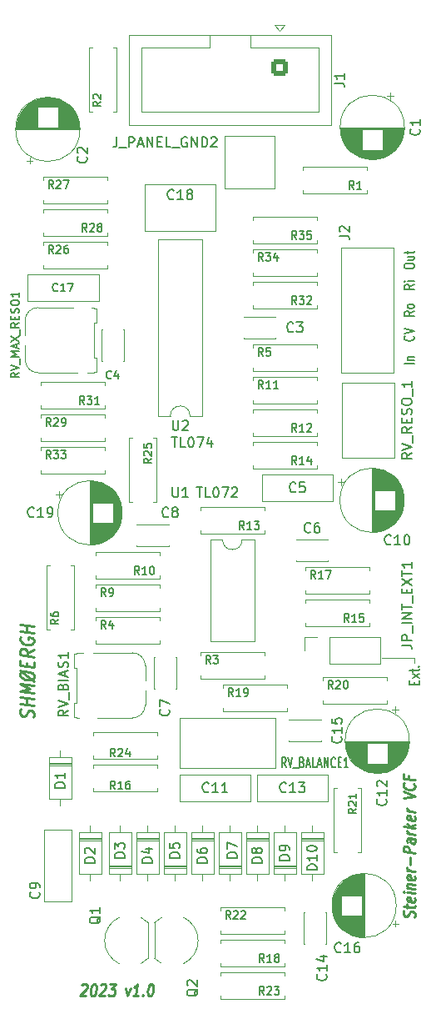
<source format=gto>
G04 #@! TF.GenerationSoftware,KiCad,Pcbnew,(6.0.8-1)-1*
G04 #@! TF.CreationDate,2023-01-21T16:41:45+01:00*
G04 #@! TF.ProjectId,steiner-parker-vcf,73746569-6e65-4722-9d70-61726b65722d,rev?*
G04 #@! TF.SameCoordinates,Original*
G04 #@! TF.FileFunction,Legend,Top*
G04 #@! TF.FilePolarity,Positive*
%FSLAX46Y46*%
G04 Gerber Fmt 4.6, Leading zero omitted, Abs format (unit mm)*
G04 Created by KiCad (PCBNEW (6.0.8-1)-1) date 2023-01-21 16:41:45*
%MOMM*%
%LPD*%
G01*
G04 APERTURE LIST*
G04 Aperture macros list*
%AMRoundRect*
0 Rectangle with rounded corners*
0 $1 Rounding radius*
0 $2 $3 $4 $5 $6 $7 $8 $9 X,Y pos of 4 corners*
0 Add a 4 corners polygon primitive as box body*
4,1,4,$2,$3,$4,$5,$6,$7,$8,$9,$2,$3,0*
0 Add four circle primitives for the rounded corners*
1,1,$1+$1,$2,$3*
1,1,$1+$1,$4,$5*
1,1,$1+$1,$6,$7*
1,1,$1+$1,$8,$9*
0 Add four rect primitives between the rounded corners*
20,1,$1+$1,$2,$3,$4,$5,0*
20,1,$1+$1,$4,$5,$6,$7,0*
20,1,$1+$1,$6,$7,$8,$9,0*
20,1,$1+$1,$8,$9,$2,$3,0*%
G04 Aperture macros list end*
%ADD10C,0.120000*%
%ADD11C,0.150000*%
%ADD12C,0.250000*%
%ADD13R,1.600000X1.600000*%
%ADD14O,1.600000X1.600000*%
%ADD15C,1.600000*%
%ADD16C,6.000000*%
%ADD17R,1.700000X1.700000*%
%ADD18O,1.700000X1.700000*%
%ADD19R,2.400000X1.600000*%
%ADD20O,2.400000X1.600000*%
%ADD21R,1.500000X1.500000*%
%ADD22C,1.500000*%
%ADD23RoundRect,0.250000X-0.600000X0.600000X-0.600000X-0.600000X0.600000X-0.600000X0.600000X0.600000X0*%
%ADD24C,1.700000*%
%ADD25R,1.560000X1.560000*%
%ADD26C,1.560000*%
%ADD27C,1.440000*%
%ADD28C,2.000000*%
G04 APERTURE END LIST*
D10*
X151384000Y-114554000D02*
X151384000Y-115062000D01*
X148082000Y-114554000D02*
X151384000Y-114554000D01*
D11*
X150328380Y-74834666D02*
X150328380Y-74682285D01*
X150376000Y-74606095D01*
X150471238Y-74529904D01*
X150661714Y-74491809D01*
X150995047Y-74491809D01*
X151185523Y-74529904D01*
X151280761Y-74606095D01*
X151328380Y-74682285D01*
X151328380Y-74834666D01*
X151280761Y-74910857D01*
X151185523Y-74987047D01*
X150995047Y-75025142D01*
X150661714Y-75025142D01*
X150471238Y-74987047D01*
X150376000Y-74910857D01*
X150328380Y-74834666D01*
X150661714Y-73806095D02*
X151328380Y-73806095D01*
X150661714Y-74148952D02*
X151185523Y-74148952D01*
X151280761Y-74110857D01*
X151328380Y-74034666D01*
X151328380Y-73920380D01*
X151280761Y-73844190D01*
X151233142Y-73806095D01*
X150661714Y-73539428D02*
X150661714Y-73234666D01*
X150328380Y-73425142D02*
X151185523Y-73425142D01*
X151280761Y-73387047D01*
X151328380Y-73310857D01*
X151328380Y-73234666D01*
X126658952Y-92162380D02*
X127230380Y-92162380D01*
X126944666Y-93162380D02*
X126944666Y-92162380D01*
X128039904Y-93162380D02*
X127563714Y-93162380D01*
X127563714Y-92162380D01*
X128563714Y-92162380D02*
X128658952Y-92162380D01*
X128754190Y-92210000D01*
X128801809Y-92257619D01*
X128849428Y-92352857D01*
X128897047Y-92543333D01*
X128897047Y-92781428D01*
X128849428Y-92971904D01*
X128801809Y-93067142D01*
X128754190Y-93114761D01*
X128658952Y-93162380D01*
X128563714Y-93162380D01*
X128468476Y-93114761D01*
X128420857Y-93067142D01*
X128373238Y-92971904D01*
X128325619Y-92781428D01*
X128325619Y-92543333D01*
X128373238Y-92352857D01*
X128420857Y-92257619D01*
X128468476Y-92210000D01*
X128563714Y-92162380D01*
X129230380Y-92162380D02*
X129897047Y-92162380D01*
X129468476Y-93162380D01*
X130706571Y-92495714D02*
X130706571Y-93162380D01*
X130468476Y-92114761D02*
X130230380Y-92829047D01*
X130849428Y-92829047D01*
X151312571Y-117246285D02*
X151312571Y-116979619D01*
X151836380Y-116865333D02*
X151836380Y-117246285D01*
X150836380Y-117246285D01*
X150836380Y-116865333D01*
X151836380Y-116598666D02*
X151169714Y-116179619D01*
X151169714Y-116598666D02*
X151836380Y-116179619D01*
X151169714Y-115989142D02*
X151169714Y-115684380D01*
X150836380Y-115874857D02*
X151693523Y-115874857D01*
X151788761Y-115836761D01*
X151836380Y-115760571D01*
X151836380Y-115684380D01*
X151741142Y-115417714D02*
X151788761Y-115379619D01*
X151836380Y-115417714D01*
X151788761Y-115455809D01*
X151741142Y-115417714D01*
X151836380Y-115417714D01*
D12*
X112580666Y-120605351D02*
X112647333Y-120442255D01*
X112647333Y-120156541D01*
X112580666Y-120033922D01*
X112514000Y-119968446D01*
X112380666Y-119894636D01*
X112247333Y-119877970D01*
X112114000Y-119918446D01*
X112047333Y-119967255D01*
X111980666Y-120073208D01*
X111914000Y-120293446D01*
X111847333Y-120399398D01*
X111780666Y-120448208D01*
X111647333Y-120488684D01*
X111514000Y-120472017D01*
X111380666Y-120398208D01*
X111314000Y-120332732D01*
X111247333Y-120210113D01*
X111247333Y-119924398D01*
X111314000Y-119761303D01*
X112647333Y-119413684D02*
X111247333Y-119238684D01*
X111914000Y-119322017D02*
X111914000Y-118636303D01*
X112647333Y-118727970D02*
X111247333Y-118552970D01*
X112647333Y-118156541D02*
X111247333Y-117981541D01*
X112247333Y-117706541D01*
X111247333Y-117181541D01*
X112647333Y-117356541D01*
X111247333Y-115810113D02*
X112647333Y-116899398D01*
X112647333Y-116556541D02*
X112580666Y-116662494D01*
X112447333Y-116760113D01*
X112180666Y-116783922D01*
X111714000Y-116725589D01*
X111447333Y-116635113D01*
X111314000Y-116504160D01*
X111247333Y-116381541D01*
X111247333Y-116152970D01*
X111314000Y-116047017D01*
X111447333Y-115949398D01*
X111714000Y-115925589D01*
X112180666Y-115983922D01*
X112447333Y-116074398D01*
X112580666Y-116205351D01*
X112647333Y-116327970D01*
X112647333Y-116556541D01*
X111914000Y-115436303D02*
X111914000Y-115036303D01*
X112647333Y-114956541D02*
X112647333Y-115527970D01*
X111247333Y-115352970D01*
X111247333Y-114781541D01*
X112647333Y-113756541D02*
X111980666Y-114073208D01*
X112647333Y-114442255D02*
X111247333Y-114267255D01*
X111247333Y-113810113D01*
X111314000Y-113704160D01*
X111380666Y-113655351D01*
X111514000Y-113614875D01*
X111714000Y-113639875D01*
X111847333Y-113713684D01*
X111914000Y-113779160D01*
X111980666Y-113901779D01*
X111980666Y-114358922D01*
X111314000Y-112447017D02*
X111247333Y-112552970D01*
X111247333Y-112724398D01*
X111314000Y-112904160D01*
X111447333Y-113035113D01*
X111580666Y-113108922D01*
X111847333Y-113199398D01*
X112047333Y-113224398D01*
X112314000Y-113200589D01*
X112447333Y-113160113D01*
X112580666Y-113062494D01*
X112647333Y-112899398D01*
X112647333Y-112785113D01*
X112580666Y-112605351D01*
X112514000Y-112539875D01*
X112047333Y-112481541D01*
X112047333Y-112710113D01*
X112647333Y-112042255D02*
X111247333Y-111867255D01*
X111914000Y-111950589D02*
X111914000Y-111264875D01*
X112647333Y-111356541D02*
X111247333Y-111181541D01*
D11*
X151233142Y-81883238D02*
X151280761Y-81921333D01*
X151328380Y-82035619D01*
X151328380Y-82111809D01*
X151280761Y-82226095D01*
X151185523Y-82302285D01*
X151090285Y-82340380D01*
X150899809Y-82378476D01*
X150756952Y-82378476D01*
X150566476Y-82340380D01*
X150471238Y-82302285D01*
X150376000Y-82226095D01*
X150328380Y-82111809D01*
X150328380Y-82035619D01*
X150376000Y-81921333D01*
X150423619Y-81883238D01*
X150328380Y-81654666D02*
X151328380Y-81388000D01*
X150328380Y-81121333D01*
X129198952Y-97242380D02*
X129770380Y-97242380D01*
X129484666Y-98242380D02*
X129484666Y-97242380D01*
X130579904Y-98242380D02*
X130103714Y-98242380D01*
X130103714Y-97242380D01*
X131103714Y-97242380D02*
X131198952Y-97242380D01*
X131294190Y-97290000D01*
X131341809Y-97337619D01*
X131389428Y-97432857D01*
X131437047Y-97623333D01*
X131437047Y-97861428D01*
X131389428Y-98051904D01*
X131341809Y-98147142D01*
X131294190Y-98194761D01*
X131198952Y-98242380D01*
X131103714Y-98242380D01*
X131008476Y-98194761D01*
X130960857Y-98147142D01*
X130913238Y-98051904D01*
X130865619Y-97861428D01*
X130865619Y-97623333D01*
X130913238Y-97432857D01*
X130960857Y-97337619D01*
X131008476Y-97290000D01*
X131103714Y-97242380D01*
X131770380Y-97242380D02*
X132437047Y-97242380D01*
X132008476Y-98242380D01*
X132770380Y-97337619D02*
X132818000Y-97290000D01*
X132913238Y-97242380D01*
X133151333Y-97242380D01*
X133246571Y-97290000D01*
X133294190Y-97337619D01*
X133341809Y-97432857D01*
X133341809Y-97528095D01*
X133294190Y-97670952D01*
X132722761Y-98242380D01*
X133341809Y-98242380D01*
D12*
X151361714Y-140900940D02*
X151418857Y-140765226D01*
X151418857Y-140527130D01*
X151361714Y-140424750D01*
X151304571Y-140369988D01*
X151190285Y-140308083D01*
X151076000Y-140293797D01*
X150961714Y-140327130D01*
X150904571Y-140367607D01*
X150847428Y-140455702D01*
X150790285Y-140639035D01*
X150733142Y-140727130D01*
X150676000Y-140767607D01*
X150561714Y-140800940D01*
X150447428Y-140786654D01*
X150333142Y-140724750D01*
X150276000Y-140669988D01*
X150218857Y-140567607D01*
X150218857Y-140329511D01*
X150276000Y-140193797D01*
X150618857Y-139950940D02*
X150618857Y-139569988D01*
X150218857Y-139758083D02*
X151247428Y-139886654D01*
X151361714Y-139853321D01*
X151418857Y-139765226D01*
X151418857Y-139669988D01*
X151361714Y-138948559D02*
X151418857Y-139050940D01*
X151418857Y-139241416D01*
X151361714Y-139329511D01*
X151247428Y-139362845D01*
X150790285Y-139305702D01*
X150676000Y-139243797D01*
X150618857Y-139141416D01*
X150618857Y-138950940D01*
X150676000Y-138862845D01*
X150790285Y-138829511D01*
X150904571Y-138843797D01*
X151018857Y-139334273D01*
X151418857Y-138479511D02*
X150618857Y-138379511D01*
X150218857Y-138329511D02*
X150276000Y-138384273D01*
X150333142Y-138343797D01*
X150276000Y-138289035D01*
X150218857Y-138329511D01*
X150333142Y-138343797D01*
X150618857Y-137903321D02*
X151418857Y-138003321D01*
X150733142Y-137917607D02*
X150676000Y-137862845D01*
X150618857Y-137760464D01*
X150618857Y-137617607D01*
X150676000Y-137529511D01*
X150790285Y-137496178D01*
X151418857Y-137574750D01*
X151361714Y-136710464D02*
X151418857Y-136812845D01*
X151418857Y-137003321D01*
X151361714Y-137091416D01*
X151247428Y-137124750D01*
X150790285Y-137067607D01*
X150676000Y-137005702D01*
X150618857Y-136903321D01*
X150618857Y-136712845D01*
X150676000Y-136624750D01*
X150790285Y-136591416D01*
X150904571Y-136605702D01*
X151018857Y-137096178D01*
X151418857Y-136241416D02*
X150618857Y-136141416D01*
X150847428Y-136169988D02*
X150733142Y-136108083D01*
X150676000Y-136053321D01*
X150618857Y-135950940D01*
X150618857Y-135855702D01*
X150961714Y-135565226D02*
X150961714Y-134803321D01*
X151418857Y-134384273D02*
X150218857Y-134234273D01*
X150218857Y-133853321D01*
X150276000Y-133765226D01*
X150333142Y-133724750D01*
X150447428Y-133691416D01*
X150618857Y-133712845D01*
X150733142Y-133774750D01*
X150790285Y-133829511D01*
X150847428Y-133931892D01*
X150847428Y-134312845D01*
X151418857Y-132955702D02*
X150790285Y-132877130D01*
X150676000Y-132910464D01*
X150618857Y-132998559D01*
X150618857Y-133189035D01*
X150676000Y-133291416D01*
X151361714Y-132948559D02*
X151418857Y-133050940D01*
X151418857Y-133289035D01*
X151361714Y-133377130D01*
X151247428Y-133410464D01*
X151133142Y-133396178D01*
X151018857Y-133334273D01*
X150961714Y-133231892D01*
X150961714Y-132993797D01*
X150904571Y-132891416D01*
X151418857Y-132479511D02*
X150618857Y-132379511D01*
X150847428Y-132408083D02*
X150733142Y-132346178D01*
X150676000Y-132291416D01*
X150618857Y-132189035D01*
X150618857Y-132093797D01*
X151418857Y-131860464D02*
X150218857Y-131710464D01*
X150961714Y-131708083D02*
X151418857Y-131479511D01*
X150618857Y-131379511D02*
X151076000Y-131817607D01*
X151361714Y-130662845D02*
X151418857Y-130765226D01*
X151418857Y-130955702D01*
X151361714Y-131043797D01*
X151247428Y-131077130D01*
X150790285Y-131019988D01*
X150676000Y-130958083D01*
X150618857Y-130855702D01*
X150618857Y-130665226D01*
X150676000Y-130577130D01*
X150790285Y-130543797D01*
X150904571Y-130558083D01*
X151018857Y-131048559D01*
X151418857Y-130193797D02*
X150618857Y-130093797D01*
X150847428Y-130122369D02*
X150733142Y-130060464D01*
X150676000Y-130005702D01*
X150618857Y-129903321D01*
X150618857Y-129808083D01*
X150218857Y-128805702D02*
X151418857Y-128622369D01*
X150218857Y-128139035D01*
X151304571Y-127369988D02*
X151361714Y-127424750D01*
X151418857Y-127574750D01*
X151418857Y-127669988D01*
X151361714Y-127805702D01*
X151247428Y-127886654D01*
X151133142Y-127919988D01*
X150904571Y-127939035D01*
X150733142Y-127917607D01*
X150504571Y-127841416D01*
X150390285Y-127779511D01*
X150276000Y-127669988D01*
X150218857Y-127519988D01*
X150218857Y-127424750D01*
X150276000Y-127289035D01*
X150333142Y-127248559D01*
X150790285Y-126543797D02*
X150790285Y-126877130D01*
X151418857Y-126955702D02*
X150218857Y-126805702D01*
X150218857Y-126329511D01*
D11*
X151328380Y-76650857D02*
X150852190Y-76917523D01*
X151328380Y-77108000D02*
X150328380Y-77108000D01*
X150328380Y-76803238D01*
X150376000Y-76727047D01*
X150423619Y-76688952D01*
X150518857Y-76650857D01*
X150661714Y-76650857D01*
X150756952Y-76688952D01*
X150804571Y-76727047D01*
X150852190Y-76803238D01*
X150852190Y-77108000D01*
X151328380Y-76308000D02*
X150661714Y-76308000D01*
X150328380Y-76308000D02*
X150376000Y-76346095D01*
X150423619Y-76308000D01*
X150376000Y-76269904D01*
X150328380Y-76308000D01*
X150423619Y-76308000D01*
X151328380Y-79362285D02*
X150852190Y-79628952D01*
X151328380Y-79819428D02*
X150328380Y-79819428D01*
X150328380Y-79514666D01*
X150376000Y-79438476D01*
X150423619Y-79400380D01*
X150518857Y-79362285D01*
X150661714Y-79362285D01*
X150756952Y-79400380D01*
X150804571Y-79438476D01*
X150852190Y-79514666D01*
X150852190Y-79819428D01*
X151328380Y-78905142D02*
X151280761Y-78981333D01*
X151233142Y-79019428D01*
X151137904Y-79057523D01*
X150852190Y-79057523D01*
X150756952Y-79019428D01*
X150709333Y-78981333D01*
X150661714Y-78905142D01*
X150661714Y-78790857D01*
X150709333Y-78714666D01*
X150756952Y-78676571D01*
X150852190Y-78638476D01*
X151137904Y-78638476D01*
X151233142Y-78676571D01*
X151280761Y-78714666D01*
X151328380Y-78790857D01*
X151328380Y-78905142D01*
X151328380Y-84689904D02*
X150328380Y-84689904D01*
X150661714Y-84308952D02*
X151328380Y-84308952D01*
X150756952Y-84308952D02*
X150709333Y-84270857D01*
X150661714Y-84194666D01*
X150661714Y-84080380D01*
X150709333Y-84004190D01*
X150804571Y-83966095D01*
X151328380Y-83966095D01*
D12*
X117513440Y-147793142D02*
X117568202Y-147736000D01*
X117670583Y-147678857D01*
X117908678Y-147678857D01*
X117996773Y-147736000D01*
X118037250Y-147793142D01*
X118070583Y-147907428D01*
X118056297Y-148021714D01*
X117987250Y-148193142D01*
X117330107Y-148878857D01*
X117949154Y-148878857D01*
X118718202Y-147678857D02*
X118813440Y-147678857D01*
X118901535Y-147736000D01*
X118942011Y-147793142D01*
X118975345Y-147907428D01*
X118994392Y-148136000D01*
X118958678Y-148421714D01*
X118882488Y-148650285D01*
X118820583Y-148764571D01*
X118765821Y-148821714D01*
X118663440Y-148878857D01*
X118568202Y-148878857D01*
X118480107Y-148821714D01*
X118439630Y-148764571D01*
X118406297Y-148650285D01*
X118387250Y-148421714D01*
X118422964Y-148136000D01*
X118499154Y-147907428D01*
X118561059Y-147793142D01*
X118615821Y-147736000D01*
X118718202Y-147678857D01*
X119418202Y-147793142D02*
X119472964Y-147736000D01*
X119575345Y-147678857D01*
X119813440Y-147678857D01*
X119901535Y-147736000D01*
X119942011Y-147793142D01*
X119975345Y-147907428D01*
X119961059Y-148021714D01*
X119892011Y-148193142D01*
X119234869Y-148878857D01*
X119853916Y-148878857D01*
X120337250Y-147678857D02*
X120956297Y-147678857D01*
X120565821Y-148136000D01*
X120708678Y-148136000D01*
X120796773Y-148193142D01*
X120837250Y-148250285D01*
X120870583Y-148364571D01*
X120834869Y-148650285D01*
X120772964Y-148764571D01*
X120718202Y-148821714D01*
X120615821Y-148878857D01*
X120330107Y-148878857D01*
X120242011Y-148821714D01*
X120201535Y-148764571D01*
X122001535Y-148078857D02*
X122139630Y-148878857D01*
X122477726Y-148078857D01*
X123282488Y-148878857D02*
X122711059Y-148878857D01*
X122996773Y-148878857D02*
X123146773Y-147678857D01*
X123030107Y-147850285D01*
X122920583Y-147964571D01*
X122818202Y-148021714D01*
X123725345Y-148764571D02*
X123765821Y-148821714D01*
X123711059Y-148878857D01*
X123670583Y-148821714D01*
X123725345Y-148764571D01*
X123711059Y-148878857D01*
X124527726Y-147678857D02*
X124622964Y-147678857D01*
X124711059Y-147736000D01*
X124751535Y-147793142D01*
X124784869Y-147907428D01*
X124803916Y-148136000D01*
X124768202Y-148421714D01*
X124692011Y-148650285D01*
X124630107Y-148764571D01*
X124575345Y-148821714D01*
X124472964Y-148878857D01*
X124377726Y-148878857D01*
X124289630Y-148821714D01*
X124249154Y-148764571D01*
X124215821Y-148650285D01*
X124196773Y-148421714D01*
X124232488Y-148136000D01*
X124308678Y-147907428D01*
X124370583Y-147793142D01*
X124425345Y-147736000D01*
X124527726Y-147678857D01*
D11*
X141422380Y-136088285D02*
X140422380Y-136088285D01*
X140422380Y-135850190D01*
X140470000Y-135707333D01*
X140565238Y-135612095D01*
X140660476Y-135564476D01*
X140850952Y-135516857D01*
X140993809Y-135516857D01*
X141184285Y-135564476D01*
X141279523Y-135612095D01*
X141374761Y-135707333D01*
X141422380Y-135850190D01*
X141422380Y-136088285D01*
X141422380Y-134564476D02*
X141422380Y-135135904D01*
X141422380Y-134850190D02*
X140422380Y-134850190D01*
X140565238Y-134945428D01*
X140660476Y-135040666D01*
X140708095Y-135135904D01*
X140422380Y-133945428D02*
X140422380Y-133850190D01*
X140470000Y-133754952D01*
X140517619Y-133707333D01*
X140612857Y-133659714D01*
X140803333Y-133612095D01*
X141041428Y-133612095D01*
X141231904Y-133659714D01*
X141327142Y-133707333D01*
X141374761Y-133754952D01*
X141422380Y-133850190D01*
X141422380Y-133945428D01*
X141374761Y-134040666D01*
X141327142Y-134088285D01*
X141231904Y-134135904D01*
X141041428Y-134183523D01*
X140803333Y-134183523D01*
X140612857Y-134135904D01*
X140517619Y-134088285D01*
X140470000Y-134040666D01*
X140422380Y-133945428D01*
X115768380Y-127738095D02*
X114768380Y-127738095D01*
X114768380Y-127500000D01*
X114816000Y-127357142D01*
X114911238Y-127261904D01*
X115006476Y-127214285D01*
X115196952Y-127166666D01*
X115339809Y-127166666D01*
X115530285Y-127214285D01*
X115625523Y-127261904D01*
X115720761Y-127357142D01*
X115768380Y-127500000D01*
X115768380Y-127738095D01*
X115768380Y-126214285D02*
X115768380Y-126785714D01*
X115768380Y-126500000D02*
X114768380Y-126500000D01*
X114911238Y-126595238D01*
X115006476Y-126690476D01*
X115054095Y-126785714D01*
X132913119Y-118429904D02*
X132646452Y-118048952D01*
X132455976Y-118429904D02*
X132455976Y-117629904D01*
X132760738Y-117629904D01*
X132836928Y-117668000D01*
X132875023Y-117706095D01*
X132913119Y-117782285D01*
X132913119Y-117896571D01*
X132875023Y-117972761D01*
X132836928Y-118010857D01*
X132760738Y-118048952D01*
X132455976Y-118048952D01*
X133675023Y-118429904D02*
X133217880Y-118429904D01*
X133446452Y-118429904D02*
X133446452Y-117629904D01*
X133370261Y-117744190D01*
X133294071Y-117820380D01*
X133217880Y-117858476D01*
X134055976Y-118429904D02*
X134208357Y-118429904D01*
X134284547Y-118391809D01*
X134322642Y-118353714D01*
X134398833Y-118239428D01*
X134436928Y-118087047D01*
X134436928Y-117782285D01*
X134398833Y-117706095D01*
X134360738Y-117668000D01*
X134284547Y-117629904D01*
X134132166Y-117629904D01*
X134055976Y-117668000D01*
X134017880Y-117706095D01*
X133979785Y-117782285D01*
X133979785Y-117972761D01*
X134017880Y-118048952D01*
X134055976Y-118087047D01*
X134132166Y-118125142D01*
X134284547Y-118125142D01*
X134360738Y-118087047D01*
X134398833Y-118048952D01*
X134436928Y-117972761D01*
X117772309Y-88795904D02*
X117505642Y-88414952D01*
X117315166Y-88795904D02*
X117315166Y-87995904D01*
X117619928Y-87995904D01*
X117696119Y-88034000D01*
X117734214Y-88072095D01*
X117772309Y-88148285D01*
X117772309Y-88262571D01*
X117734214Y-88338761D01*
X117696119Y-88376857D01*
X117619928Y-88414952D01*
X117315166Y-88414952D01*
X118038976Y-87995904D02*
X118534214Y-87995904D01*
X118267547Y-88300666D01*
X118381833Y-88300666D01*
X118458023Y-88338761D01*
X118496119Y-88376857D01*
X118534214Y-88453047D01*
X118534214Y-88643523D01*
X118496119Y-88719714D01*
X118458023Y-88757809D01*
X118381833Y-88795904D01*
X118153261Y-88795904D01*
X118077071Y-88757809D01*
X118038976Y-88719714D01*
X119296119Y-88795904D02*
X118838976Y-88795904D01*
X119067547Y-88795904D02*
X119067547Y-87995904D01*
X118991357Y-88110190D01*
X118915166Y-88186380D01*
X118838976Y-88224476D01*
X117959142Y-63666666D02*
X118006761Y-63714285D01*
X118054380Y-63857142D01*
X118054380Y-63952380D01*
X118006761Y-64095238D01*
X117911523Y-64190476D01*
X117816285Y-64238095D01*
X117625809Y-64285714D01*
X117482952Y-64285714D01*
X117292476Y-64238095D01*
X117197238Y-64190476D01*
X117102000Y-64095238D01*
X117054380Y-63952380D01*
X117054380Y-63857142D01*
X117102000Y-63714285D01*
X117149619Y-63666666D01*
X117149619Y-63285714D02*
X117102000Y-63238095D01*
X117054380Y-63142857D01*
X117054380Y-62904761D01*
X117102000Y-62809523D01*
X117149619Y-62761904D01*
X117244857Y-62714285D01*
X117340095Y-62714285D01*
X117482952Y-62761904D01*
X118054380Y-63333333D01*
X118054380Y-62714285D01*
X143883142Y-144375142D02*
X143835523Y-144422761D01*
X143692666Y-144470380D01*
X143597428Y-144470380D01*
X143454571Y-144422761D01*
X143359333Y-144327523D01*
X143311714Y-144232285D01*
X143264095Y-144041809D01*
X143264095Y-143898952D01*
X143311714Y-143708476D01*
X143359333Y-143613238D01*
X143454571Y-143518000D01*
X143597428Y-143470380D01*
X143692666Y-143470380D01*
X143835523Y-143518000D01*
X143883142Y-143565619D01*
X144835523Y-144470380D02*
X144264095Y-144470380D01*
X144549809Y-144470380D02*
X144549809Y-143470380D01*
X144454571Y-143613238D01*
X144359333Y-143708476D01*
X144264095Y-143756095D01*
X145692666Y-143470380D02*
X145502190Y-143470380D01*
X145406952Y-143518000D01*
X145359333Y-143565619D01*
X145264095Y-143708476D01*
X145216476Y-143898952D01*
X145216476Y-144279904D01*
X145264095Y-144375142D01*
X145311714Y-144422761D01*
X145406952Y-144470380D01*
X145597428Y-144470380D01*
X145692666Y-144422761D01*
X145740285Y-144375142D01*
X145787904Y-144279904D01*
X145787904Y-144041809D01*
X145740285Y-143946571D01*
X145692666Y-143898952D01*
X145597428Y-143851333D01*
X145406952Y-143851333D01*
X145311714Y-143898952D01*
X145264095Y-143946571D01*
X145216476Y-144041809D01*
X130246380Y-135358095D02*
X129246380Y-135358095D01*
X129246380Y-135120000D01*
X129294000Y-134977142D01*
X129389238Y-134881904D01*
X129484476Y-134834285D01*
X129674952Y-134786666D01*
X129817809Y-134786666D01*
X130008285Y-134834285D01*
X130103523Y-134881904D01*
X130198761Y-134977142D01*
X130246380Y-135120000D01*
X130246380Y-135358095D01*
X129246380Y-133929523D02*
X129246380Y-134120000D01*
X129294000Y-134215238D01*
X129341619Y-134262857D01*
X129484476Y-134358095D01*
X129674952Y-134405714D01*
X130055904Y-134405714D01*
X130151142Y-134358095D01*
X130198761Y-134310476D01*
X130246380Y-134215238D01*
X130246380Y-134024761D01*
X130198761Y-133929523D01*
X130151142Y-133881904D01*
X130055904Y-133834285D01*
X129817809Y-133834285D01*
X129722571Y-133881904D01*
X129674952Y-133929523D01*
X129627333Y-134024761D01*
X129627333Y-134215238D01*
X129674952Y-134310476D01*
X129722571Y-134358095D01*
X129817809Y-134405714D01*
X130421142Y-128119142D02*
X130373523Y-128166761D01*
X130230666Y-128214380D01*
X130135428Y-128214380D01*
X129992571Y-128166761D01*
X129897333Y-128071523D01*
X129849714Y-127976285D01*
X129802095Y-127785809D01*
X129802095Y-127642952D01*
X129849714Y-127452476D01*
X129897333Y-127357238D01*
X129992571Y-127262000D01*
X130135428Y-127214380D01*
X130230666Y-127214380D01*
X130373523Y-127262000D01*
X130421142Y-127309619D01*
X131373523Y-128214380D02*
X130802095Y-128214380D01*
X131087809Y-128214380D02*
X131087809Y-127214380D01*
X130992571Y-127357238D01*
X130897333Y-127452476D01*
X130802095Y-127500095D01*
X132325904Y-128214380D02*
X131754476Y-128214380D01*
X132040190Y-128214380D02*
X132040190Y-127214380D01*
X131944952Y-127357238D01*
X131849714Y-127452476D01*
X131754476Y-127500095D01*
X140783333Y-101739142D02*
X140735714Y-101786761D01*
X140592857Y-101834380D01*
X140497619Y-101834380D01*
X140354761Y-101786761D01*
X140259523Y-101691523D01*
X140211904Y-101596285D01*
X140164285Y-101405809D01*
X140164285Y-101262952D01*
X140211904Y-101072476D01*
X140259523Y-100977238D01*
X140354761Y-100882000D01*
X140497619Y-100834380D01*
X140592857Y-100834380D01*
X140735714Y-100882000D01*
X140783333Y-100929619D01*
X141640476Y-100834380D02*
X141450000Y-100834380D01*
X141354761Y-100882000D01*
X141307142Y-100929619D01*
X141211904Y-101072476D01*
X141164285Y-101262952D01*
X141164285Y-101643904D01*
X141211904Y-101739142D01*
X141259523Y-101786761D01*
X141354761Y-101834380D01*
X141545238Y-101834380D01*
X141640476Y-101786761D01*
X141688095Y-101739142D01*
X141735714Y-101643904D01*
X141735714Y-101405809D01*
X141688095Y-101310571D01*
X141640476Y-101262952D01*
X141545238Y-101215333D01*
X141354761Y-101215333D01*
X141259523Y-101262952D01*
X141211904Y-101310571D01*
X141164285Y-101405809D01*
X115055714Y-77247714D02*
X115017619Y-77285809D01*
X114903333Y-77323904D01*
X114827142Y-77323904D01*
X114712857Y-77285809D01*
X114636666Y-77209619D01*
X114598571Y-77133428D01*
X114560476Y-76981047D01*
X114560476Y-76866761D01*
X114598571Y-76714380D01*
X114636666Y-76638190D01*
X114712857Y-76562000D01*
X114827142Y-76523904D01*
X114903333Y-76523904D01*
X115017619Y-76562000D01*
X115055714Y-76600095D01*
X115817619Y-77323904D02*
X115360476Y-77323904D01*
X115589047Y-77323904D02*
X115589047Y-76523904D01*
X115512857Y-76638190D01*
X115436666Y-76714380D01*
X115360476Y-76752476D01*
X116084285Y-76523904D02*
X116617619Y-76523904D01*
X116274761Y-77323904D01*
X127452380Y-134850095D02*
X126452380Y-134850095D01*
X126452380Y-134612000D01*
X126500000Y-134469142D01*
X126595238Y-134373904D01*
X126690476Y-134326285D01*
X126880952Y-134278666D01*
X127023809Y-134278666D01*
X127214285Y-134326285D01*
X127309523Y-134373904D01*
X127404761Y-134469142D01*
X127452380Y-134612000D01*
X127452380Y-134850095D01*
X126452380Y-133373904D02*
X126452380Y-133850095D01*
X126928571Y-133897714D01*
X126880952Y-133850095D01*
X126833333Y-133754857D01*
X126833333Y-133516761D01*
X126880952Y-133421523D01*
X126928571Y-133373904D01*
X127023809Y-133326285D01*
X127261904Y-133326285D01*
X127357142Y-133373904D01*
X127404761Y-133421523D01*
X127452380Y-133516761D01*
X127452380Y-133754857D01*
X127404761Y-133850095D01*
X127357142Y-133897714D01*
X150074380Y-113267619D02*
X150788666Y-113267619D01*
X150931523Y-113315238D01*
X151026761Y-113410476D01*
X151074380Y-113553333D01*
X151074380Y-113648571D01*
X151074380Y-112791428D02*
X150074380Y-112791428D01*
X150074380Y-112410476D01*
X150122000Y-112315238D01*
X150169619Y-112267619D01*
X150264857Y-112220000D01*
X150407714Y-112220000D01*
X150502952Y-112267619D01*
X150550571Y-112315238D01*
X150598190Y-112410476D01*
X150598190Y-112791428D01*
X151169619Y-112029523D02*
X151169619Y-111267619D01*
X151074380Y-111029523D02*
X150074380Y-111029523D01*
X151074380Y-110553333D02*
X150074380Y-110553333D01*
X151074380Y-109981904D01*
X150074380Y-109981904D01*
X150074380Y-109648571D02*
X150074380Y-109077142D01*
X151074380Y-109362857D02*
X150074380Y-109362857D01*
X151169619Y-108981904D02*
X151169619Y-108220000D01*
X150550571Y-107981904D02*
X150550571Y-107648571D01*
X151074380Y-107505714D02*
X151074380Y-107981904D01*
X150074380Y-107981904D01*
X150074380Y-107505714D01*
X150074380Y-107172380D02*
X151074380Y-106505714D01*
X150074380Y-106505714D02*
X151074380Y-107172380D01*
X150074380Y-106267619D02*
X150074380Y-105696190D01*
X151074380Y-105981904D02*
X150074380Y-105981904D01*
X151074380Y-104839047D02*
X151074380Y-105410476D01*
X151074380Y-105124761D02*
X150074380Y-105124761D01*
X150217238Y-105220000D01*
X150312476Y-105315238D01*
X150360095Y-105410476D01*
X114371119Y-90997904D02*
X114104452Y-90616952D01*
X113913976Y-90997904D02*
X113913976Y-90197904D01*
X114218738Y-90197904D01*
X114294928Y-90236000D01*
X114333023Y-90274095D01*
X114371119Y-90350285D01*
X114371119Y-90464571D01*
X114333023Y-90540761D01*
X114294928Y-90578857D01*
X114218738Y-90616952D01*
X113913976Y-90616952D01*
X114675880Y-90274095D02*
X114713976Y-90236000D01*
X114790166Y-90197904D01*
X114980642Y-90197904D01*
X115056833Y-90236000D01*
X115094928Y-90274095D01*
X115133023Y-90350285D01*
X115133023Y-90426476D01*
X115094928Y-90540761D01*
X114637785Y-90997904D01*
X115133023Y-90997904D01*
X115513976Y-90997904D02*
X115666357Y-90997904D01*
X115742547Y-90959809D01*
X115780642Y-90921714D01*
X115856833Y-90807428D01*
X115894928Y-90655047D01*
X115894928Y-90350285D01*
X115856833Y-90274095D01*
X115818738Y-90236000D01*
X115742547Y-90197904D01*
X115590166Y-90197904D01*
X115513976Y-90236000D01*
X115475880Y-90274095D01*
X115437785Y-90350285D01*
X115437785Y-90540761D01*
X115475880Y-90616952D01*
X115513976Y-90655047D01*
X115590166Y-90693142D01*
X115742547Y-90693142D01*
X115818738Y-90655047D01*
X115856833Y-90616952D01*
X115894928Y-90540761D01*
X135961119Y-83885904D02*
X135694452Y-83504952D01*
X135503976Y-83885904D02*
X135503976Y-83085904D01*
X135808738Y-83085904D01*
X135884928Y-83124000D01*
X135923023Y-83162095D01*
X135961119Y-83238285D01*
X135961119Y-83352571D01*
X135923023Y-83428761D01*
X135884928Y-83466857D01*
X135808738Y-83504952D01*
X135503976Y-83504952D01*
X136684928Y-83085904D02*
X136303976Y-83085904D01*
X136265880Y-83466857D01*
X136303976Y-83428761D01*
X136380166Y-83390666D01*
X136570642Y-83390666D01*
X136646833Y-83428761D01*
X136684928Y-83466857D01*
X136723023Y-83543047D01*
X136723023Y-83733523D01*
X136684928Y-83809714D01*
X136646833Y-83847809D01*
X136570642Y-83885904D01*
X136380166Y-83885904D01*
X136303976Y-83847809D01*
X136265880Y-83809714D01*
X138628380Y-135104095D02*
X137628380Y-135104095D01*
X137628380Y-134866000D01*
X137676000Y-134723142D01*
X137771238Y-134627904D01*
X137866476Y-134580285D01*
X138056952Y-134532666D01*
X138199809Y-134532666D01*
X138390285Y-134580285D01*
X138485523Y-134627904D01*
X138580761Y-134723142D01*
X138628380Y-134866000D01*
X138628380Y-135104095D01*
X138628380Y-134056476D02*
X138628380Y-133866000D01*
X138580761Y-133770761D01*
X138533142Y-133723142D01*
X138390285Y-133627904D01*
X138199809Y-133580285D01*
X137818857Y-133580285D01*
X137723619Y-133627904D01*
X137676000Y-133675523D01*
X137628380Y-133770761D01*
X137628380Y-133961238D01*
X137676000Y-134056476D01*
X137723619Y-134104095D01*
X137818857Y-134151714D01*
X138056952Y-134151714D01*
X138152190Y-134104095D01*
X138199809Y-134056476D01*
X138247428Y-133961238D01*
X138247428Y-133770761D01*
X138199809Y-133675523D01*
X138152190Y-133627904D01*
X138056952Y-133580285D01*
X126746095Y-97242380D02*
X126746095Y-98051904D01*
X126793714Y-98147142D01*
X126841333Y-98194761D01*
X126936571Y-98242380D01*
X127127047Y-98242380D01*
X127222285Y-98194761D01*
X127269904Y-98147142D01*
X127317523Y-98051904D01*
X127317523Y-97242380D01*
X128317523Y-98242380D02*
X127746095Y-98242380D01*
X128031809Y-98242380D02*
X128031809Y-97242380D01*
X127936571Y-97385238D01*
X127841333Y-97480476D01*
X127746095Y-97528095D01*
X142343142Y-146692857D02*
X142390761Y-146740476D01*
X142438380Y-146883333D01*
X142438380Y-146978571D01*
X142390761Y-147121428D01*
X142295523Y-147216666D01*
X142200285Y-147264285D01*
X142009809Y-147311904D01*
X141866952Y-147311904D01*
X141676476Y-147264285D01*
X141581238Y-147216666D01*
X141486000Y-147121428D01*
X141438380Y-146978571D01*
X141438380Y-146883333D01*
X141486000Y-146740476D01*
X141533619Y-146692857D01*
X142438380Y-145740476D02*
X142438380Y-146311904D01*
X142438380Y-146026190D02*
X141438380Y-146026190D01*
X141581238Y-146121428D01*
X141676476Y-146216666D01*
X141724095Y-146311904D01*
X141771714Y-144883333D02*
X142438380Y-144883333D01*
X141390761Y-145121428D02*
X142105047Y-145359523D01*
X142105047Y-144740476D01*
X129325619Y-148177238D02*
X129278000Y-148272476D01*
X129182761Y-148367714D01*
X129039904Y-148510571D01*
X128992285Y-148605809D01*
X128992285Y-148701047D01*
X129230380Y-148653428D02*
X129182761Y-148748666D01*
X129087523Y-148843904D01*
X128897047Y-148891523D01*
X128563714Y-148891523D01*
X128373238Y-148843904D01*
X128278000Y-148748666D01*
X128230380Y-148653428D01*
X128230380Y-148462952D01*
X128278000Y-148367714D01*
X128373238Y-148272476D01*
X128563714Y-148224857D01*
X128897047Y-148224857D01*
X129087523Y-148272476D01*
X129182761Y-148367714D01*
X129230380Y-148462952D01*
X129230380Y-148653428D01*
X128325619Y-147843904D02*
X128278000Y-147796285D01*
X128230380Y-147701047D01*
X128230380Y-147462952D01*
X128278000Y-147367714D01*
X128325619Y-147320095D01*
X128420857Y-147272476D01*
X128516095Y-147272476D01*
X128658952Y-147320095D01*
X129230380Y-147891523D01*
X129230380Y-147272476D01*
X118816380Y-135358095D02*
X117816380Y-135358095D01*
X117816380Y-135120000D01*
X117864000Y-134977142D01*
X117959238Y-134881904D01*
X118054476Y-134834285D01*
X118244952Y-134786666D01*
X118387809Y-134786666D01*
X118578285Y-134834285D01*
X118673523Y-134881904D01*
X118768761Y-134977142D01*
X118816380Y-135120000D01*
X118816380Y-135358095D01*
X117911619Y-134405714D02*
X117864000Y-134358095D01*
X117816380Y-134262857D01*
X117816380Y-134024761D01*
X117864000Y-133929523D01*
X117911619Y-133881904D01*
X118006857Y-133834285D01*
X118102095Y-133834285D01*
X118244952Y-133881904D01*
X118816380Y-134453333D01*
X118816380Y-133834285D01*
X119959119Y-108269904D02*
X119692452Y-107888952D01*
X119501976Y-108269904D02*
X119501976Y-107469904D01*
X119806738Y-107469904D01*
X119882928Y-107508000D01*
X119921023Y-107546095D01*
X119959119Y-107622285D01*
X119959119Y-107736571D01*
X119921023Y-107812761D01*
X119882928Y-107850857D01*
X119806738Y-107888952D01*
X119501976Y-107888952D01*
X120340071Y-108269904D02*
X120492452Y-108269904D01*
X120568642Y-108231809D01*
X120606738Y-108193714D01*
X120682928Y-108079428D01*
X120721023Y-107927047D01*
X120721023Y-107622285D01*
X120682928Y-107546095D01*
X120644833Y-107508000D01*
X120568642Y-107469904D01*
X120416261Y-107469904D01*
X120340071Y-107508000D01*
X120301976Y-107546095D01*
X120263880Y-107622285D01*
X120263880Y-107812761D01*
X120301976Y-107888952D01*
X120340071Y-107927047D01*
X120416261Y-107965142D01*
X120568642Y-107965142D01*
X120644833Y-107927047D01*
X120682928Y-107888952D01*
X120721023Y-107812761D01*
X115127904Y-110672880D02*
X114746952Y-110939547D01*
X115127904Y-111130023D02*
X114327904Y-111130023D01*
X114327904Y-110825261D01*
X114366000Y-110749071D01*
X114404095Y-110710976D01*
X114480285Y-110672880D01*
X114594571Y-110672880D01*
X114670761Y-110710976D01*
X114708857Y-110749071D01*
X114746952Y-110825261D01*
X114746952Y-111130023D01*
X114327904Y-109987166D02*
X114327904Y-110139547D01*
X114366000Y-110215738D01*
X114404095Y-110253833D01*
X114518380Y-110330023D01*
X114670761Y-110368119D01*
X114975523Y-110368119D01*
X115051714Y-110330023D01*
X115089809Y-110291928D01*
X115127904Y-110215738D01*
X115127904Y-110063357D01*
X115089809Y-109987166D01*
X115051714Y-109949071D01*
X114975523Y-109910976D01*
X114785047Y-109910976D01*
X114708857Y-109949071D01*
X114670761Y-109987166D01*
X114632666Y-110063357D01*
X114632666Y-110215738D01*
X114670761Y-110291928D01*
X114708857Y-110330023D01*
X114785047Y-110368119D01*
X130627119Y-115127904D02*
X130360452Y-114746952D01*
X130169976Y-115127904D02*
X130169976Y-114327904D01*
X130474738Y-114327904D01*
X130550928Y-114366000D01*
X130589023Y-114404095D01*
X130627119Y-114480285D01*
X130627119Y-114594571D01*
X130589023Y-114670761D01*
X130550928Y-114708857D01*
X130474738Y-114746952D01*
X130169976Y-114746952D01*
X130893785Y-114327904D02*
X131389023Y-114327904D01*
X131122357Y-114632666D01*
X131236642Y-114632666D01*
X131312833Y-114670761D01*
X131350928Y-114708857D01*
X131389023Y-114785047D01*
X131389023Y-114975523D01*
X131350928Y-115051714D01*
X131312833Y-115089809D01*
X131236642Y-115127904D01*
X131008071Y-115127904D01*
X130931880Y-115089809D01*
X130893785Y-115051714D01*
X134028309Y-101495904D02*
X133761642Y-101114952D01*
X133571166Y-101495904D02*
X133571166Y-100695904D01*
X133875928Y-100695904D01*
X133952119Y-100734000D01*
X133990214Y-100772095D01*
X134028309Y-100848285D01*
X134028309Y-100962571D01*
X133990214Y-101038761D01*
X133952119Y-101076857D01*
X133875928Y-101114952D01*
X133571166Y-101114952D01*
X134790214Y-101495904D02*
X134333071Y-101495904D01*
X134561642Y-101495904D02*
X134561642Y-100695904D01*
X134485452Y-100810190D01*
X134409261Y-100886380D01*
X134333071Y-100924476D01*
X135056880Y-100695904D02*
X135552119Y-100695904D01*
X135285452Y-101000666D01*
X135399738Y-101000666D01*
X135475928Y-101038761D01*
X135514023Y-101076857D01*
X135552119Y-101153047D01*
X135552119Y-101343523D01*
X135514023Y-101419714D01*
X135475928Y-101457809D01*
X135399738Y-101495904D01*
X135171166Y-101495904D01*
X135094976Y-101457809D01*
X135056880Y-101419714D01*
X139279333Y-97639142D02*
X139231714Y-97686761D01*
X139088857Y-97734380D01*
X138993619Y-97734380D01*
X138850761Y-97686761D01*
X138755523Y-97591523D01*
X138707904Y-97496285D01*
X138660285Y-97305809D01*
X138660285Y-97162952D01*
X138707904Y-96972476D01*
X138755523Y-96877238D01*
X138850761Y-96782000D01*
X138993619Y-96734380D01*
X139088857Y-96734380D01*
X139231714Y-96782000D01*
X139279333Y-96829619D01*
X140184095Y-96734380D02*
X139707904Y-96734380D01*
X139660285Y-97210571D01*
X139707904Y-97162952D01*
X139803142Y-97115333D01*
X140041238Y-97115333D01*
X140136476Y-97162952D01*
X140184095Y-97210571D01*
X140231714Y-97305809D01*
X140231714Y-97543904D01*
X140184095Y-97639142D01*
X140136476Y-97686761D01*
X140041238Y-97734380D01*
X139803142Y-97734380D01*
X139707904Y-97686761D01*
X139660285Y-97639142D01*
X139025333Y-81383142D02*
X138977714Y-81430761D01*
X138834857Y-81478380D01*
X138739619Y-81478380D01*
X138596761Y-81430761D01*
X138501523Y-81335523D01*
X138453904Y-81240285D01*
X138406285Y-81049809D01*
X138406285Y-80906952D01*
X138453904Y-80716476D01*
X138501523Y-80621238D01*
X138596761Y-80526000D01*
X138739619Y-80478380D01*
X138834857Y-80478380D01*
X138977714Y-80526000D01*
X139025333Y-80573619D01*
X139358666Y-80478380D02*
X139977714Y-80478380D01*
X139644380Y-80859333D01*
X139787238Y-80859333D01*
X139882476Y-80906952D01*
X139930095Y-80954571D01*
X139977714Y-81049809D01*
X139977714Y-81287904D01*
X139930095Y-81383142D01*
X139882476Y-81430761D01*
X139787238Y-81478380D01*
X139501523Y-81478380D01*
X139406285Y-81430761D01*
X139358666Y-81383142D01*
X148439142Y-128912857D02*
X148486761Y-128960476D01*
X148534380Y-129103333D01*
X148534380Y-129198571D01*
X148486761Y-129341428D01*
X148391523Y-129436666D01*
X148296285Y-129484285D01*
X148105809Y-129531904D01*
X147962952Y-129531904D01*
X147772476Y-129484285D01*
X147677238Y-129436666D01*
X147582000Y-129341428D01*
X147534380Y-129198571D01*
X147534380Y-129103333D01*
X147582000Y-128960476D01*
X147629619Y-128912857D01*
X148534380Y-127960476D02*
X148534380Y-128531904D01*
X148534380Y-128246190D02*
X147534380Y-128246190D01*
X147677238Y-128341428D01*
X147772476Y-128436666D01*
X147820095Y-128531904D01*
X147629619Y-127579523D02*
X147582000Y-127531904D01*
X147534380Y-127436666D01*
X147534380Y-127198571D01*
X147582000Y-127103333D01*
X147629619Y-127055714D01*
X147724857Y-127008095D01*
X147820095Y-127008095D01*
X147962952Y-127055714D01*
X148534380Y-127627142D01*
X148534380Y-127008095D01*
X123360309Y-106067904D02*
X123093642Y-105686952D01*
X122903166Y-106067904D02*
X122903166Y-105267904D01*
X123207928Y-105267904D01*
X123284119Y-105306000D01*
X123322214Y-105344095D01*
X123360309Y-105420285D01*
X123360309Y-105534571D01*
X123322214Y-105610761D01*
X123284119Y-105648857D01*
X123207928Y-105686952D01*
X122903166Y-105686952D01*
X124122214Y-106067904D02*
X123665071Y-106067904D01*
X123893642Y-106067904D02*
X123893642Y-105267904D01*
X123817452Y-105382190D01*
X123741261Y-105458380D01*
X123665071Y-105496476D01*
X124617452Y-105267904D02*
X124693642Y-105267904D01*
X124769833Y-105306000D01*
X124807928Y-105344095D01*
X124846023Y-105420285D01*
X124884119Y-105572666D01*
X124884119Y-105763142D01*
X124846023Y-105915523D01*
X124807928Y-105991714D01*
X124769833Y-106029809D01*
X124693642Y-106067904D01*
X124617452Y-106067904D01*
X124541261Y-106029809D01*
X124503166Y-105991714D01*
X124465071Y-105915523D01*
X124426976Y-105763142D01*
X124426976Y-105572666D01*
X124465071Y-105420285D01*
X124503166Y-105344095D01*
X124541261Y-105306000D01*
X124617452Y-105267904D01*
X118026309Y-71269904D02*
X117759642Y-70888952D01*
X117569166Y-71269904D02*
X117569166Y-70469904D01*
X117873928Y-70469904D01*
X117950119Y-70508000D01*
X117988214Y-70546095D01*
X118026309Y-70622285D01*
X118026309Y-70736571D01*
X117988214Y-70812761D01*
X117950119Y-70850857D01*
X117873928Y-70888952D01*
X117569166Y-70888952D01*
X118331071Y-70546095D02*
X118369166Y-70508000D01*
X118445357Y-70469904D01*
X118635833Y-70469904D01*
X118712023Y-70508000D01*
X118750119Y-70546095D01*
X118788214Y-70622285D01*
X118788214Y-70698476D01*
X118750119Y-70812761D01*
X118292976Y-71269904D01*
X118788214Y-71269904D01*
X119245357Y-70812761D02*
X119169166Y-70774666D01*
X119131071Y-70736571D01*
X119092976Y-70660380D01*
X119092976Y-70622285D01*
X119131071Y-70546095D01*
X119169166Y-70508000D01*
X119245357Y-70469904D01*
X119397738Y-70469904D01*
X119473928Y-70508000D01*
X119512023Y-70546095D01*
X119550119Y-70622285D01*
X119550119Y-70660380D01*
X119512023Y-70736571D01*
X119473928Y-70774666D01*
X119397738Y-70812761D01*
X119245357Y-70812761D01*
X119169166Y-70850857D01*
X119131071Y-70888952D01*
X119092976Y-70965142D01*
X119092976Y-71117523D01*
X119131071Y-71193714D01*
X119169166Y-71231809D01*
X119245357Y-71269904D01*
X119397738Y-71269904D01*
X119473928Y-71231809D01*
X119512023Y-71193714D01*
X119550119Y-71117523D01*
X119550119Y-70965142D01*
X119512023Y-70888952D01*
X119473928Y-70850857D01*
X119397738Y-70812761D01*
X139362309Y-91589904D02*
X139095642Y-91208952D01*
X138905166Y-91589904D02*
X138905166Y-90789904D01*
X139209928Y-90789904D01*
X139286119Y-90828000D01*
X139324214Y-90866095D01*
X139362309Y-90942285D01*
X139362309Y-91056571D01*
X139324214Y-91132761D01*
X139286119Y-91170857D01*
X139209928Y-91208952D01*
X138905166Y-91208952D01*
X140124214Y-91589904D02*
X139667071Y-91589904D01*
X139895642Y-91589904D02*
X139895642Y-90789904D01*
X139819452Y-90904190D01*
X139743261Y-90980380D01*
X139667071Y-91018476D01*
X140428976Y-90866095D02*
X140467071Y-90828000D01*
X140543261Y-90789904D01*
X140733738Y-90789904D01*
X140809928Y-90828000D01*
X140848023Y-90866095D01*
X140886119Y-90942285D01*
X140886119Y-91018476D01*
X140848023Y-91132761D01*
X140390880Y-91589904D01*
X140886119Y-91589904D01*
X143220380Y-56213333D02*
X143934666Y-56213333D01*
X144077523Y-56260952D01*
X144172761Y-56356190D01*
X144220380Y-56499047D01*
X144220380Y-56594285D01*
X144220380Y-55213333D02*
X144220380Y-55784761D01*
X144220380Y-55499047D02*
X143220380Y-55499047D01*
X143363238Y-55594285D01*
X143458476Y-55689523D01*
X143506095Y-55784761D01*
X143867142Y-122562857D02*
X143914761Y-122610476D01*
X143962380Y-122753333D01*
X143962380Y-122848571D01*
X143914761Y-122991428D01*
X143819523Y-123086666D01*
X143724285Y-123134285D01*
X143533809Y-123181904D01*
X143390952Y-123181904D01*
X143200476Y-123134285D01*
X143105238Y-123086666D01*
X143010000Y-122991428D01*
X142962380Y-122848571D01*
X142962380Y-122753333D01*
X143010000Y-122610476D01*
X143057619Y-122562857D01*
X143962380Y-121610476D02*
X143962380Y-122181904D01*
X143962380Y-121896190D02*
X142962380Y-121896190D01*
X143105238Y-121991428D01*
X143200476Y-122086666D01*
X143248095Y-122181904D01*
X142962380Y-120705714D02*
X142962380Y-121181904D01*
X143438571Y-121229523D01*
X143390952Y-121181904D01*
X143343333Y-121086666D01*
X143343333Y-120848571D01*
X143390952Y-120753333D01*
X143438571Y-120705714D01*
X143533809Y-120658095D01*
X143771904Y-120658095D01*
X143867142Y-120705714D01*
X143914761Y-120753333D01*
X143962380Y-120848571D01*
X143962380Y-121086666D01*
X143914761Y-121181904D01*
X143867142Y-121229523D01*
X126865142Y-67921142D02*
X126817523Y-67968761D01*
X126674666Y-68016380D01*
X126579428Y-68016380D01*
X126436571Y-67968761D01*
X126341333Y-67873523D01*
X126293714Y-67778285D01*
X126246095Y-67587809D01*
X126246095Y-67444952D01*
X126293714Y-67254476D01*
X126341333Y-67159238D01*
X126436571Y-67064000D01*
X126579428Y-67016380D01*
X126674666Y-67016380D01*
X126817523Y-67064000D01*
X126865142Y-67111619D01*
X127817523Y-68016380D02*
X127246095Y-68016380D01*
X127531809Y-68016380D02*
X127531809Y-67016380D01*
X127436571Y-67159238D01*
X127341333Y-67254476D01*
X127246095Y-67302095D01*
X128388952Y-67444952D02*
X128293714Y-67397333D01*
X128246095Y-67349714D01*
X128198476Y-67254476D01*
X128198476Y-67206857D01*
X128246095Y-67111619D01*
X128293714Y-67064000D01*
X128388952Y-67016380D01*
X128579428Y-67016380D01*
X128674666Y-67064000D01*
X128722285Y-67111619D01*
X128769904Y-67206857D01*
X128769904Y-67254476D01*
X128722285Y-67349714D01*
X128674666Y-67397333D01*
X128579428Y-67444952D01*
X128388952Y-67444952D01*
X128293714Y-67492571D01*
X128246095Y-67540190D01*
X128198476Y-67635428D01*
X128198476Y-67825904D01*
X128246095Y-67921142D01*
X128293714Y-67968761D01*
X128388952Y-68016380D01*
X128579428Y-68016380D01*
X128674666Y-67968761D01*
X128722285Y-67921142D01*
X128769904Y-67825904D01*
X128769904Y-67635428D01*
X128722285Y-67540190D01*
X128674666Y-67492571D01*
X128579428Y-67444952D01*
X111105904Y-85614571D02*
X110724952Y-85881238D01*
X111105904Y-86071714D02*
X110305904Y-86071714D01*
X110305904Y-85766952D01*
X110344000Y-85690761D01*
X110382095Y-85652666D01*
X110458285Y-85614571D01*
X110572571Y-85614571D01*
X110648761Y-85652666D01*
X110686857Y-85690761D01*
X110724952Y-85766952D01*
X110724952Y-86071714D01*
X110305904Y-85386000D02*
X111105904Y-85119333D01*
X110305904Y-84852666D01*
X111182095Y-84776476D02*
X111182095Y-84166952D01*
X111105904Y-83976476D02*
X110305904Y-83976476D01*
X110877333Y-83709809D01*
X110305904Y-83443142D01*
X111105904Y-83443142D01*
X110877333Y-83100285D02*
X110877333Y-82719333D01*
X111105904Y-83176476D02*
X110305904Y-82909809D01*
X111105904Y-82643142D01*
X110305904Y-82452666D02*
X111105904Y-81919333D01*
X110305904Y-81919333D02*
X111105904Y-82452666D01*
X111182095Y-81805047D02*
X111182095Y-81195523D01*
X111105904Y-80547904D02*
X110724952Y-80814571D01*
X111105904Y-81005047D02*
X110305904Y-81005047D01*
X110305904Y-80700285D01*
X110344000Y-80624095D01*
X110382095Y-80586000D01*
X110458285Y-80547904D01*
X110572571Y-80547904D01*
X110648761Y-80586000D01*
X110686857Y-80624095D01*
X110724952Y-80700285D01*
X110724952Y-81005047D01*
X110686857Y-80205047D02*
X110686857Y-79938380D01*
X111105904Y-79824095D02*
X111105904Y-80205047D01*
X110305904Y-80205047D01*
X110305904Y-79824095D01*
X111067809Y-79519333D02*
X111105904Y-79405047D01*
X111105904Y-79214571D01*
X111067809Y-79138380D01*
X111029714Y-79100285D01*
X110953523Y-79062190D01*
X110877333Y-79062190D01*
X110801142Y-79100285D01*
X110763047Y-79138380D01*
X110724952Y-79214571D01*
X110686857Y-79366952D01*
X110648761Y-79443142D01*
X110610666Y-79481238D01*
X110534476Y-79519333D01*
X110458285Y-79519333D01*
X110382095Y-79481238D01*
X110344000Y-79443142D01*
X110305904Y-79366952D01*
X110305904Y-79176476D01*
X110344000Y-79062190D01*
X110305904Y-78566952D02*
X110305904Y-78414571D01*
X110344000Y-78338380D01*
X110420190Y-78262190D01*
X110572571Y-78224095D01*
X110839238Y-78224095D01*
X110991619Y-78262190D01*
X111067809Y-78338380D01*
X111105904Y-78414571D01*
X111105904Y-78566952D01*
X111067809Y-78643142D01*
X110991619Y-78719333D01*
X110839238Y-78757428D01*
X110572571Y-78757428D01*
X110420190Y-78719333D01*
X110344000Y-78643142D01*
X110305904Y-78566952D01*
X111105904Y-77462190D02*
X111105904Y-77919333D01*
X111105904Y-77690761D02*
X110305904Y-77690761D01*
X110420190Y-77766952D01*
X110496380Y-77843142D01*
X110534476Y-77919333D01*
X120516666Y-86137714D02*
X120478571Y-86175809D01*
X120364285Y-86213904D01*
X120288095Y-86213904D01*
X120173809Y-86175809D01*
X120097619Y-86099619D01*
X120059523Y-86023428D01*
X120021428Y-85871047D01*
X120021428Y-85756761D01*
X120059523Y-85604380D01*
X120097619Y-85528190D01*
X120173809Y-85452000D01*
X120288095Y-85413904D01*
X120364285Y-85413904D01*
X120478571Y-85452000D01*
X120516666Y-85490095D01*
X121202380Y-85680571D02*
X121202380Y-86213904D01*
X121011904Y-85375809D02*
X120821428Y-85947238D01*
X121316666Y-85947238D01*
X138274000Y-125674380D02*
X138040666Y-125198190D01*
X137874000Y-125674380D02*
X137874000Y-124674380D01*
X138140666Y-124674380D01*
X138207333Y-124722000D01*
X138240666Y-124769619D01*
X138274000Y-124864857D01*
X138274000Y-125007714D01*
X138240666Y-125102952D01*
X138207333Y-125150571D01*
X138140666Y-125198190D01*
X137874000Y-125198190D01*
X138474000Y-124674380D02*
X138707333Y-125674380D01*
X138940666Y-124674380D01*
X139007333Y-125769619D02*
X139540666Y-125769619D01*
X139940666Y-125150571D02*
X140040666Y-125198190D01*
X140074000Y-125245809D01*
X140107333Y-125341047D01*
X140107333Y-125483904D01*
X140074000Y-125579142D01*
X140040666Y-125626761D01*
X139974000Y-125674380D01*
X139707333Y-125674380D01*
X139707333Y-124674380D01*
X139940666Y-124674380D01*
X140007333Y-124722000D01*
X140040666Y-124769619D01*
X140074000Y-124864857D01*
X140074000Y-124960095D01*
X140040666Y-125055333D01*
X140007333Y-125102952D01*
X139940666Y-125150571D01*
X139707333Y-125150571D01*
X140374000Y-125388666D02*
X140707333Y-125388666D01*
X140307333Y-125674380D02*
X140540666Y-124674380D01*
X140774000Y-125674380D01*
X141340666Y-125674380D02*
X141007333Y-125674380D01*
X141007333Y-124674380D01*
X141540666Y-125388666D02*
X141874000Y-125388666D01*
X141474000Y-125674380D02*
X141707333Y-124674380D01*
X141940666Y-125674380D01*
X142174000Y-125674380D02*
X142174000Y-124674380D01*
X142574000Y-125674380D01*
X142574000Y-124674380D01*
X143307333Y-125579142D02*
X143274000Y-125626761D01*
X143174000Y-125674380D01*
X143107333Y-125674380D01*
X143007333Y-125626761D01*
X142940666Y-125531523D01*
X142907333Y-125436285D01*
X142874000Y-125245809D01*
X142874000Y-125102952D01*
X142907333Y-124912476D01*
X142940666Y-124817238D01*
X143007333Y-124722000D01*
X143107333Y-124674380D01*
X143174000Y-124674380D01*
X143274000Y-124722000D01*
X143307333Y-124769619D01*
X143607333Y-125150571D02*
X143840666Y-125150571D01*
X143940666Y-125674380D02*
X143607333Y-125674380D01*
X143607333Y-124674380D01*
X143940666Y-124674380D01*
X144607333Y-125674380D02*
X144207333Y-125674380D01*
X144407333Y-125674380D02*
X144407333Y-124674380D01*
X144340666Y-124817238D01*
X144274000Y-124912476D01*
X144207333Y-124960095D01*
X151823142Y-60852666D02*
X151870761Y-60900285D01*
X151918380Y-61043142D01*
X151918380Y-61138380D01*
X151870761Y-61281238D01*
X151775523Y-61376476D01*
X151680285Y-61424095D01*
X151489809Y-61471714D01*
X151346952Y-61471714D01*
X151156476Y-61424095D01*
X151061238Y-61376476D01*
X150966000Y-61281238D01*
X150918380Y-61138380D01*
X150918380Y-61043142D01*
X150966000Y-60900285D01*
X151013619Y-60852666D01*
X151918380Y-59900285D02*
X151918380Y-60471714D01*
X151918380Y-60186000D02*
X150918380Y-60186000D01*
X151061238Y-60281238D01*
X151156476Y-60376476D01*
X151204095Y-60471714D01*
X135961119Y-74233904D02*
X135694452Y-73852952D01*
X135503976Y-74233904D02*
X135503976Y-73433904D01*
X135808738Y-73433904D01*
X135884928Y-73472000D01*
X135923023Y-73510095D01*
X135961119Y-73586285D01*
X135961119Y-73700571D01*
X135923023Y-73776761D01*
X135884928Y-73814857D01*
X135808738Y-73852952D01*
X135503976Y-73852952D01*
X136227785Y-73433904D02*
X136723023Y-73433904D01*
X136456357Y-73738666D01*
X136570642Y-73738666D01*
X136646833Y-73776761D01*
X136684928Y-73814857D01*
X136723023Y-73891047D01*
X136723023Y-74081523D01*
X136684928Y-74157714D01*
X136646833Y-74195809D01*
X136570642Y-74233904D01*
X136342071Y-74233904D01*
X136265880Y-74195809D01*
X136227785Y-74157714D01*
X137408738Y-73700571D02*
X137408738Y-74233904D01*
X137218261Y-73395809D02*
X137027785Y-73967238D01*
X137523023Y-73967238D01*
X120908309Y-127869904D02*
X120641642Y-127488952D01*
X120451166Y-127869904D02*
X120451166Y-127069904D01*
X120755928Y-127069904D01*
X120832119Y-127108000D01*
X120870214Y-127146095D01*
X120908309Y-127222285D01*
X120908309Y-127336571D01*
X120870214Y-127412761D01*
X120832119Y-127450857D01*
X120755928Y-127488952D01*
X120451166Y-127488952D01*
X121670214Y-127869904D02*
X121213071Y-127869904D01*
X121441642Y-127869904D02*
X121441642Y-127069904D01*
X121365452Y-127184190D01*
X121289261Y-127260380D01*
X121213071Y-127298476D01*
X122355928Y-127069904D02*
X122203547Y-127069904D01*
X122127357Y-127108000D01*
X122089261Y-127146095D01*
X122013071Y-127260380D01*
X121974976Y-127412761D01*
X121974976Y-127717523D01*
X122013071Y-127793714D01*
X122051166Y-127831809D01*
X122127357Y-127869904D01*
X122279738Y-127869904D01*
X122355928Y-127831809D01*
X122394023Y-127793714D01*
X122432119Y-127717523D01*
X122432119Y-127527047D01*
X122394023Y-127450857D01*
X122355928Y-127412761D01*
X122279738Y-127374666D01*
X122127357Y-127374666D01*
X122051166Y-127412761D01*
X122013071Y-127450857D01*
X121974976Y-127527047D01*
X133294380Y-134850095D02*
X132294380Y-134850095D01*
X132294380Y-134612000D01*
X132342000Y-134469142D01*
X132437238Y-134373904D01*
X132532476Y-134326285D01*
X132722952Y-134278666D01*
X132865809Y-134278666D01*
X133056285Y-134326285D01*
X133151523Y-134373904D01*
X133246761Y-134469142D01*
X133294380Y-134612000D01*
X133294380Y-134850095D01*
X132294380Y-133945333D02*
X132294380Y-133278666D01*
X133294380Y-133707238D01*
X114625119Y-66867904D02*
X114358452Y-66486952D01*
X114167976Y-66867904D02*
X114167976Y-66067904D01*
X114472738Y-66067904D01*
X114548928Y-66106000D01*
X114587023Y-66144095D01*
X114625119Y-66220285D01*
X114625119Y-66334571D01*
X114587023Y-66410761D01*
X114548928Y-66448857D01*
X114472738Y-66486952D01*
X114167976Y-66486952D01*
X114929880Y-66144095D02*
X114967976Y-66106000D01*
X115044166Y-66067904D01*
X115234642Y-66067904D01*
X115310833Y-66106000D01*
X115348928Y-66144095D01*
X115387023Y-66220285D01*
X115387023Y-66296476D01*
X115348928Y-66410761D01*
X114891785Y-66867904D01*
X115387023Y-66867904D01*
X115653690Y-66067904D02*
X116187023Y-66067904D01*
X115844166Y-66867904D01*
X121055428Y-61682380D02*
X121055428Y-62396666D01*
X121007809Y-62539523D01*
X120912571Y-62634761D01*
X120769714Y-62682380D01*
X120674476Y-62682380D01*
X121293523Y-62777619D02*
X122055428Y-62777619D01*
X122293523Y-62682380D02*
X122293523Y-61682380D01*
X122674476Y-61682380D01*
X122769714Y-61730000D01*
X122817333Y-61777619D01*
X122864952Y-61872857D01*
X122864952Y-62015714D01*
X122817333Y-62110952D01*
X122769714Y-62158571D01*
X122674476Y-62206190D01*
X122293523Y-62206190D01*
X123245904Y-62396666D02*
X123722095Y-62396666D01*
X123150666Y-62682380D02*
X123484000Y-61682380D01*
X123817333Y-62682380D01*
X124150666Y-62682380D02*
X124150666Y-61682380D01*
X124722095Y-62682380D01*
X124722095Y-61682380D01*
X125198285Y-62158571D02*
X125531619Y-62158571D01*
X125674476Y-62682380D02*
X125198285Y-62682380D01*
X125198285Y-61682380D01*
X125674476Y-61682380D01*
X126579238Y-62682380D02*
X126103047Y-62682380D01*
X126103047Y-61682380D01*
X126674476Y-62777619D02*
X127436380Y-62777619D01*
X128198285Y-61730000D02*
X128103047Y-61682380D01*
X127960190Y-61682380D01*
X127817333Y-61730000D01*
X127722095Y-61825238D01*
X127674476Y-61920476D01*
X127626857Y-62110952D01*
X127626857Y-62253809D01*
X127674476Y-62444285D01*
X127722095Y-62539523D01*
X127817333Y-62634761D01*
X127960190Y-62682380D01*
X128055428Y-62682380D01*
X128198285Y-62634761D01*
X128245904Y-62587142D01*
X128245904Y-62253809D01*
X128055428Y-62253809D01*
X128674476Y-62682380D02*
X128674476Y-61682380D01*
X129245904Y-62682380D01*
X129245904Y-61682380D01*
X129722095Y-62682380D02*
X129722095Y-61682380D01*
X129960190Y-61682380D01*
X130103047Y-61730000D01*
X130198285Y-61825238D01*
X130245904Y-61920476D01*
X130293523Y-62110952D01*
X130293523Y-62253809D01*
X130245904Y-62444285D01*
X130198285Y-62539523D01*
X130103047Y-62634761D01*
X129960190Y-62682380D01*
X129722095Y-62682380D01*
X130674476Y-61777619D02*
X130722095Y-61730000D01*
X130817333Y-61682380D01*
X131055428Y-61682380D01*
X131150666Y-61730000D01*
X131198285Y-61777619D01*
X131245904Y-61872857D01*
X131245904Y-61968095D01*
X131198285Y-62110952D01*
X130626857Y-62682380D01*
X131245904Y-62682380D01*
X113133142Y-138342666D02*
X113180761Y-138390285D01*
X113228380Y-138533142D01*
X113228380Y-138628380D01*
X113180761Y-138771238D01*
X113085523Y-138866476D01*
X112990285Y-138914095D01*
X112799809Y-138961714D01*
X112656952Y-138961714D01*
X112466476Y-138914095D01*
X112371238Y-138866476D01*
X112276000Y-138771238D01*
X112228380Y-138628380D01*
X112228380Y-138533142D01*
X112276000Y-138390285D01*
X112323619Y-138342666D01*
X113228380Y-137866476D02*
X113228380Y-137676000D01*
X113180761Y-137580761D01*
X113133142Y-137533142D01*
X112990285Y-137437904D01*
X112799809Y-137390285D01*
X112418857Y-137390285D01*
X112323619Y-137437904D01*
X112276000Y-137485523D01*
X112228380Y-137580761D01*
X112228380Y-137771238D01*
X112276000Y-137866476D01*
X112323619Y-137914095D01*
X112418857Y-137961714D01*
X112656952Y-137961714D01*
X112752190Y-137914095D01*
X112799809Y-137866476D01*
X112847428Y-137771238D01*
X112847428Y-137580761D01*
X112799809Y-137485523D01*
X112752190Y-137437904D01*
X112656952Y-137390285D01*
X135834380Y-135358095D02*
X134834380Y-135358095D01*
X134834380Y-135120000D01*
X134882000Y-134977142D01*
X134977238Y-134881904D01*
X135072476Y-134834285D01*
X135262952Y-134786666D01*
X135405809Y-134786666D01*
X135596285Y-134834285D01*
X135691523Y-134881904D01*
X135786761Y-134977142D01*
X135834380Y-135120000D01*
X135834380Y-135358095D01*
X135262952Y-134215238D02*
X135215333Y-134310476D01*
X135167714Y-134358095D01*
X135072476Y-134405714D01*
X135024857Y-134405714D01*
X134929619Y-134358095D01*
X134882000Y-134310476D01*
X134834380Y-134215238D01*
X134834380Y-134024761D01*
X134882000Y-133929523D01*
X134929619Y-133881904D01*
X135024857Y-133834285D01*
X135072476Y-133834285D01*
X135167714Y-133881904D01*
X135215333Y-133929523D01*
X135262952Y-134024761D01*
X135262952Y-134215238D01*
X135310571Y-134310476D01*
X135358190Y-134358095D01*
X135453428Y-134405714D01*
X135643904Y-134405714D01*
X135739142Y-134358095D01*
X135786761Y-134310476D01*
X135834380Y-134215238D01*
X135834380Y-134024761D01*
X135786761Y-133929523D01*
X135739142Y-133881904D01*
X135643904Y-133834285D01*
X135453428Y-133834285D01*
X135358190Y-133881904D01*
X135310571Y-133929523D01*
X135262952Y-134024761D01*
X144696309Y-110893904D02*
X144429642Y-110512952D01*
X144239166Y-110893904D02*
X144239166Y-110093904D01*
X144543928Y-110093904D01*
X144620119Y-110132000D01*
X144658214Y-110170095D01*
X144696309Y-110246285D01*
X144696309Y-110360571D01*
X144658214Y-110436761D01*
X144620119Y-110474857D01*
X144543928Y-110512952D01*
X144239166Y-110512952D01*
X145458214Y-110893904D02*
X145001071Y-110893904D01*
X145229642Y-110893904D02*
X145229642Y-110093904D01*
X145153452Y-110208190D01*
X145077261Y-110284380D01*
X145001071Y-110322476D01*
X146182023Y-110093904D02*
X145801071Y-110093904D01*
X145762976Y-110474857D01*
X145801071Y-110436761D01*
X145877261Y-110398666D01*
X146067738Y-110398666D01*
X146143928Y-110436761D01*
X146182023Y-110474857D01*
X146220119Y-110551047D01*
X146220119Y-110741523D01*
X146182023Y-110817714D01*
X146143928Y-110855809D01*
X146067738Y-110893904D01*
X145877261Y-110893904D01*
X145801071Y-110855809D01*
X145762976Y-110817714D01*
X120908309Y-124567904D02*
X120641642Y-124186952D01*
X120451166Y-124567904D02*
X120451166Y-123767904D01*
X120755928Y-123767904D01*
X120832119Y-123806000D01*
X120870214Y-123844095D01*
X120908309Y-123920285D01*
X120908309Y-124034571D01*
X120870214Y-124110761D01*
X120832119Y-124148857D01*
X120755928Y-124186952D01*
X120451166Y-124186952D01*
X121213071Y-123844095D02*
X121251166Y-123806000D01*
X121327357Y-123767904D01*
X121517833Y-123767904D01*
X121594023Y-123806000D01*
X121632119Y-123844095D01*
X121670214Y-123920285D01*
X121670214Y-123996476D01*
X121632119Y-124110761D01*
X121174976Y-124567904D01*
X121670214Y-124567904D01*
X122355928Y-124034571D02*
X122355928Y-124567904D01*
X122165452Y-123729809D02*
X121974976Y-124301238D01*
X122470214Y-124301238D01*
X114625119Y-73471904D02*
X114358452Y-73090952D01*
X114167976Y-73471904D02*
X114167976Y-72671904D01*
X114472738Y-72671904D01*
X114548928Y-72710000D01*
X114587023Y-72748095D01*
X114625119Y-72824285D01*
X114625119Y-72938571D01*
X114587023Y-73014761D01*
X114548928Y-73052857D01*
X114472738Y-73090952D01*
X114167976Y-73090952D01*
X114929880Y-72748095D02*
X114967976Y-72710000D01*
X115044166Y-72671904D01*
X115234642Y-72671904D01*
X115310833Y-72710000D01*
X115348928Y-72748095D01*
X115387023Y-72824285D01*
X115387023Y-72900476D01*
X115348928Y-73014761D01*
X114891785Y-73471904D01*
X115387023Y-73471904D01*
X116072738Y-72671904D02*
X115920357Y-72671904D01*
X115844166Y-72710000D01*
X115806071Y-72748095D01*
X115729880Y-72862380D01*
X115691785Y-73014761D01*
X115691785Y-73319523D01*
X115729880Y-73395714D01*
X115767976Y-73433809D01*
X115844166Y-73471904D01*
X115996547Y-73471904D01*
X116072738Y-73433809D01*
X116110833Y-73395714D01*
X116148928Y-73319523D01*
X116148928Y-73129047D01*
X116110833Y-73052857D01*
X116072738Y-73014761D01*
X115996547Y-72976666D01*
X115844166Y-72976666D01*
X115767976Y-73014761D01*
X115729880Y-73052857D01*
X115691785Y-73129047D01*
X145437904Y-129877690D02*
X145056952Y-130144357D01*
X145437904Y-130334833D02*
X144637904Y-130334833D01*
X144637904Y-130030071D01*
X144676000Y-129953880D01*
X144714095Y-129915785D01*
X144790285Y-129877690D01*
X144904571Y-129877690D01*
X144980761Y-129915785D01*
X145018857Y-129953880D01*
X145056952Y-130030071D01*
X145056952Y-130334833D01*
X144714095Y-129572928D02*
X144676000Y-129534833D01*
X144637904Y-129458642D01*
X144637904Y-129268166D01*
X144676000Y-129191976D01*
X144714095Y-129153880D01*
X144790285Y-129115785D01*
X144866476Y-129115785D01*
X144980761Y-129153880D01*
X145437904Y-129611023D01*
X145437904Y-129115785D01*
X145437904Y-128353880D02*
X145437904Y-128811023D01*
X145437904Y-128582452D02*
X144637904Y-128582452D01*
X144752190Y-128658642D01*
X144828380Y-128734833D01*
X144866476Y-128811023D01*
X116108380Y-119867047D02*
X115632190Y-120200380D01*
X116108380Y-120438476D02*
X115108380Y-120438476D01*
X115108380Y-120057523D01*
X115156000Y-119962285D01*
X115203619Y-119914666D01*
X115298857Y-119867047D01*
X115441714Y-119867047D01*
X115536952Y-119914666D01*
X115584571Y-119962285D01*
X115632190Y-120057523D01*
X115632190Y-120438476D01*
X115108380Y-119581333D02*
X116108380Y-119248000D01*
X115108380Y-118914666D01*
X116203619Y-118819428D02*
X116203619Y-118057523D01*
X115584571Y-117486095D02*
X115632190Y-117343238D01*
X115679809Y-117295619D01*
X115775047Y-117248000D01*
X115917904Y-117248000D01*
X116013142Y-117295619D01*
X116060761Y-117343238D01*
X116108380Y-117438476D01*
X116108380Y-117819428D01*
X115108380Y-117819428D01*
X115108380Y-117486095D01*
X115156000Y-117390857D01*
X115203619Y-117343238D01*
X115298857Y-117295619D01*
X115394095Y-117295619D01*
X115489333Y-117343238D01*
X115536952Y-117390857D01*
X115584571Y-117486095D01*
X115584571Y-117819428D01*
X116108380Y-116819428D02*
X115108380Y-116819428D01*
X115822666Y-116390857D02*
X115822666Y-115914666D01*
X116108380Y-116486095D02*
X115108380Y-116152761D01*
X116108380Y-115819428D01*
X116060761Y-115533714D02*
X116108380Y-115390857D01*
X116108380Y-115152761D01*
X116060761Y-115057523D01*
X116013142Y-115009904D01*
X115917904Y-114962285D01*
X115822666Y-114962285D01*
X115727428Y-115009904D01*
X115679809Y-115057523D01*
X115632190Y-115152761D01*
X115584571Y-115343238D01*
X115536952Y-115438476D01*
X115489333Y-115486095D01*
X115394095Y-115533714D01*
X115298857Y-115533714D01*
X115203619Y-115486095D01*
X115156000Y-115438476D01*
X115108380Y-115343238D01*
X115108380Y-115105142D01*
X115156000Y-114962285D01*
X116108380Y-114009904D02*
X116108380Y-114581333D01*
X116108380Y-114295619D02*
X115108380Y-114295619D01*
X115251238Y-114390857D01*
X115346476Y-114486095D01*
X115394095Y-114581333D01*
X136060309Y-145437904D02*
X135793642Y-145056952D01*
X135603166Y-145437904D02*
X135603166Y-144637904D01*
X135907928Y-144637904D01*
X135984119Y-144676000D01*
X136022214Y-144714095D01*
X136060309Y-144790285D01*
X136060309Y-144904571D01*
X136022214Y-144980761D01*
X135984119Y-145018857D01*
X135907928Y-145056952D01*
X135603166Y-145056952D01*
X136822214Y-145437904D02*
X136365071Y-145437904D01*
X136593642Y-145437904D02*
X136593642Y-144637904D01*
X136517452Y-144752190D01*
X136441261Y-144828380D01*
X136365071Y-144866476D01*
X137279357Y-144980761D02*
X137203166Y-144942666D01*
X137165071Y-144904571D01*
X137126976Y-144828380D01*
X137126976Y-144790285D01*
X137165071Y-144714095D01*
X137203166Y-144676000D01*
X137279357Y-144637904D01*
X137431738Y-144637904D01*
X137507928Y-144676000D01*
X137546023Y-144714095D01*
X137584119Y-144790285D01*
X137584119Y-144828380D01*
X137546023Y-144904571D01*
X137507928Y-144942666D01*
X137431738Y-144980761D01*
X137279357Y-144980761D01*
X137203166Y-145018857D01*
X137165071Y-145056952D01*
X137126976Y-145133142D01*
X137126976Y-145285523D01*
X137165071Y-145361714D01*
X137203166Y-145399809D01*
X137279357Y-145437904D01*
X137431738Y-145437904D01*
X137507928Y-145399809D01*
X137546023Y-145361714D01*
X137584119Y-145285523D01*
X137584119Y-145133142D01*
X137546023Y-145056952D01*
X137507928Y-145018857D01*
X137431738Y-144980761D01*
X145204214Y-66951904D02*
X144937547Y-66570952D01*
X144747071Y-66951904D02*
X144747071Y-66151904D01*
X145051833Y-66151904D01*
X145128023Y-66190000D01*
X145166119Y-66228095D01*
X145204214Y-66304285D01*
X145204214Y-66418571D01*
X145166119Y-66494761D01*
X145128023Y-66532857D01*
X145051833Y-66570952D01*
X144747071Y-66570952D01*
X145966119Y-66951904D02*
X145508976Y-66951904D01*
X145737547Y-66951904D02*
X145737547Y-66151904D01*
X145661357Y-66266190D01*
X145585166Y-66342380D01*
X145508976Y-66380476D01*
X135961119Y-87187904D02*
X135694452Y-86806952D01*
X135503976Y-87187904D02*
X135503976Y-86387904D01*
X135808738Y-86387904D01*
X135884928Y-86426000D01*
X135923023Y-86464095D01*
X135961119Y-86540285D01*
X135961119Y-86654571D01*
X135923023Y-86730761D01*
X135884928Y-86768857D01*
X135808738Y-86806952D01*
X135503976Y-86806952D01*
X136723023Y-87187904D02*
X136265880Y-87187904D01*
X136494452Y-87187904D02*
X136494452Y-86387904D01*
X136418261Y-86502190D01*
X136342071Y-86578380D01*
X136265880Y-86616476D01*
X137484928Y-87187904D02*
X137027785Y-87187904D01*
X137256357Y-87187904D02*
X137256357Y-86387904D01*
X137180166Y-86502190D01*
X137103976Y-86578380D01*
X137027785Y-86616476D01*
X136060309Y-148739904D02*
X135793642Y-148358952D01*
X135603166Y-148739904D02*
X135603166Y-147939904D01*
X135907928Y-147939904D01*
X135984119Y-147978000D01*
X136022214Y-148016095D01*
X136060309Y-148092285D01*
X136060309Y-148206571D01*
X136022214Y-148282761D01*
X135984119Y-148320857D01*
X135907928Y-148358952D01*
X135603166Y-148358952D01*
X136365071Y-148016095D02*
X136403166Y-147978000D01*
X136479357Y-147939904D01*
X136669833Y-147939904D01*
X136746023Y-147978000D01*
X136784119Y-148016095D01*
X136822214Y-148092285D01*
X136822214Y-148168476D01*
X136784119Y-148282761D01*
X136326976Y-148739904D01*
X136822214Y-148739904D01*
X137088880Y-147939904D02*
X137584119Y-147939904D01*
X137317452Y-148244666D01*
X137431738Y-148244666D01*
X137507928Y-148282761D01*
X137546023Y-148320857D01*
X137584119Y-148397047D01*
X137584119Y-148587523D01*
X137546023Y-148663714D01*
X137507928Y-148701809D01*
X137431738Y-148739904D01*
X137203166Y-148739904D01*
X137126976Y-148701809D01*
X137088880Y-148663714D01*
X126761095Y-90433380D02*
X126761095Y-91242904D01*
X126808714Y-91338142D01*
X126856333Y-91385761D01*
X126951571Y-91433380D01*
X127142047Y-91433380D01*
X127237285Y-91385761D01*
X127284904Y-91338142D01*
X127332523Y-91242904D01*
X127332523Y-90433380D01*
X127761095Y-90528619D02*
X127808714Y-90481000D01*
X127903952Y-90433380D01*
X128142047Y-90433380D01*
X128237285Y-90481000D01*
X128284904Y-90528619D01*
X128332523Y-90623857D01*
X128332523Y-90719095D01*
X128284904Y-90861952D01*
X127713476Y-91433380D01*
X128332523Y-91433380D01*
X132659119Y-141035904D02*
X132392452Y-140654952D01*
X132201976Y-141035904D02*
X132201976Y-140235904D01*
X132506738Y-140235904D01*
X132582928Y-140274000D01*
X132621023Y-140312095D01*
X132659119Y-140388285D01*
X132659119Y-140502571D01*
X132621023Y-140578761D01*
X132582928Y-140616857D01*
X132506738Y-140654952D01*
X132201976Y-140654952D01*
X132963880Y-140312095D02*
X133001976Y-140274000D01*
X133078166Y-140235904D01*
X133268642Y-140235904D01*
X133344833Y-140274000D01*
X133382928Y-140312095D01*
X133421023Y-140388285D01*
X133421023Y-140464476D01*
X133382928Y-140578761D01*
X132925785Y-141035904D01*
X133421023Y-141035904D01*
X133725785Y-140312095D02*
X133763880Y-140274000D01*
X133840071Y-140235904D01*
X134030547Y-140235904D01*
X134106738Y-140274000D01*
X134144833Y-140312095D01*
X134182928Y-140388285D01*
X134182928Y-140464476D01*
X134144833Y-140578761D01*
X133687690Y-141035904D01*
X134182928Y-141035904D01*
X139362309Y-78635904D02*
X139095642Y-78254952D01*
X138905166Y-78635904D02*
X138905166Y-77835904D01*
X139209928Y-77835904D01*
X139286119Y-77874000D01*
X139324214Y-77912095D01*
X139362309Y-77988285D01*
X139362309Y-78102571D01*
X139324214Y-78178761D01*
X139286119Y-78216857D01*
X139209928Y-78254952D01*
X138905166Y-78254952D01*
X139628976Y-77835904D02*
X140124214Y-77835904D01*
X139857547Y-78140666D01*
X139971833Y-78140666D01*
X140048023Y-78178761D01*
X140086119Y-78216857D01*
X140124214Y-78293047D01*
X140124214Y-78483523D01*
X140086119Y-78559714D01*
X140048023Y-78597809D01*
X139971833Y-78635904D01*
X139743261Y-78635904D01*
X139667071Y-78597809D01*
X139628976Y-78559714D01*
X140428976Y-77912095D02*
X140467071Y-77874000D01*
X140543261Y-77835904D01*
X140733738Y-77835904D01*
X140809928Y-77874000D01*
X140848023Y-77912095D01*
X140886119Y-77988285D01*
X140886119Y-78064476D01*
X140848023Y-78178761D01*
X140390880Y-78635904D01*
X140886119Y-78635904D01*
X126341142Y-119800666D02*
X126388761Y-119848285D01*
X126436380Y-119991142D01*
X126436380Y-120086380D01*
X126388761Y-120229238D01*
X126293523Y-120324476D01*
X126198285Y-120372095D01*
X126007809Y-120419714D01*
X125864952Y-120419714D01*
X125674476Y-120372095D01*
X125579238Y-120324476D01*
X125484000Y-120229238D01*
X125436380Y-120086380D01*
X125436380Y-119991142D01*
X125484000Y-119848285D01*
X125531619Y-119800666D01*
X125436380Y-119467333D02*
X125436380Y-118800666D01*
X126436380Y-119229238D01*
X124658380Y-135358095D02*
X123658380Y-135358095D01*
X123658380Y-135120000D01*
X123706000Y-134977142D01*
X123801238Y-134881904D01*
X123896476Y-134834285D01*
X124086952Y-134786666D01*
X124229809Y-134786666D01*
X124420285Y-134834285D01*
X124515523Y-134881904D01*
X124610761Y-134977142D01*
X124658380Y-135120000D01*
X124658380Y-135358095D01*
X123991714Y-133929523D02*
X124658380Y-133929523D01*
X123610761Y-134167619D02*
X124325047Y-134405714D01*
X124325047Y-133786666D01*
X148963142Y-102973142D02*
X148915523Y-103020761D01*
X148772666Y-103068380D01*
X148677428Y-103068380D01*
X148534571Y-103020761D01*
X148439333Y-102925523D01*
X148391714Y-102830285D01*
X148344095Y-102639809D01*
X148344095Y-102496952D01*
X148391714Y-102306476D01*
X148439333Y-102211238D01*
X148534571Y-102116000D01*
X148677428Y-102068380D01*
X148772666Y-102068380D01*
X148915523Y-102116000D01*
X148963142Y-102163619D01*
X149915523Y-103068380D02*
X149344095Y-103068380D01*
X149629809Y-103068380D02*
X149629809Y-102068380D01*
X149534571Y-102211238D01*
X149439333Y-102306476D01*
X149344095Y-102354095D01*
X150534571Y-102068380D02*
X150629809Y-102068380D01*
X150725047Y-102116000D01*
X150772666Y-102163619D01*
X150820285Y-102258857D01*
X150867904Y-102449333D01*
X150867904Y-102687428D01*
X150820285Y-102877904D01*
X150772666Y-102973142D01*
X150725047Y-103020761D01*
X150629809Y-103068380D01*
X150534571Y-103068380D01*
X150439333Y-103020761D01*
X150391714Y-102973142D01*
X150344095Y-102877904D01*
X150296476Y-102687428D01*
X150296476Y-102449333D01*
X150344095Y-102258857D01*
X150391714Y-102163619D01*
X150439333Y-102116000D01*
X150534571Y-102068380D01*
X114371119Y-94299904D02*
X114104452Y-93918952D01*
X113913976Y-94299904D02*
X113913976Y-93499904D01*
X114218738Y-93499904D01*
X114294928Y-93538000D01*
X114333023Y-93576095D01*
X114371119Y-93652285D01*
X114371119Y-93766571D01*
X114333023Y-93842761D01*
X114294928Y-93880857D01*
X114218738Y-93918952D01*
X113913976Y-93918952D01*
X114637785Y-93499904D02*
X115133023Y-93499904D01*
X114866357Y-93804666D01*
X114980642Y-93804666D01*
X115056833Y-93842761D01*
X115094928Y-93880857D01*
X115133023Y-93957047D01*
X115133023Y-94147523D01*
X115094928Y-94223714D01*
X115056833Y-94261809D01*
X114980642Y-94299904D01*
X114752071Y-94299904D01*
X114675880Y-94261809D01*
X114637785Y-94223714D01*
X115399690Y-93499904D02*
X115894928Y-93499904D01*
X115628261Y-93804666D01*
X115742547Y-93804666D01*
X115818738Y-93842761D01*
X115856833Y-93880857D01*
X115894928Y-93957047D01*
X115894928Y-94147523D01*
X115856833Y-94223714D01*
X115818738Y-94261809D01*
X115742547Y-94299904D01*
X115513976Y-94299904D01*
X115437785Y-94261809D01*
X115399690Y-94223714D01*
X141295119Y-106491904D02*
X141028452Y-106110952D01*
X140837976Y-106491904D02*
X140837976Y-105691904D01*
X141142738Y-105691904D01*
X141218928Y-105730000D01*
X141257023Y-105768095D01*
X141295119Y-105844285D01*
X141295119Y-105958571D01*
X141257023Y-106034761D01*
X141218928Y-106072857D01*
X141142738Y-106110952D01*
X140837976Y-106110952D01*
X142057023Y-106491904D02*
X141599880Y-106491904D01*
X141828452Y-106491904D02*
X141828452Y-105691904D01*
X141752261Y-105806190D01*
X141676071Y-105882380D01*
X141599880Y-105920476D01*
X142323690Y-105691904D02*
X142857023Y-105691904D01*
X142514166Y-106491904D01*
X121864380Y-134850095D02*
X120864380Y-134850095D01*
X120864380Y-134612000D01*
X120912000Y-134469142D01*
X121007238Y-134373904D01*
X121102476Y-134326285D01*
X121292952Y-134278666D01*
X121435809Y-134278666D01*
X121626285Y-134326285D01*
X121721523Y-134373904D01*
X121816761Y-134469142D01*
X121864380Y-134612000D01*
X121864380Y-134850095D01*
X120864380Y-133945333D02*
X120864380Y-133326285D01*
X121245333Y-133659619D01*
X121245333Y-133516761D01*
X121292952Y-133421523D01*
X121340571Y-133373904D01*
X121435809Y-133326285D01*
X121673904Y-133326285D01*
X121769142Y-133373904D01*
X121816761Y-133421523D01*
X121864380Y-133516761D01*
X121864380Y-133802476D01*
X121816761Y-133897714D01*
X121769142Y-133945333D01*
X151074380Y-93733523D02*
X150598190Y-94066857D01*
X151074380Y-94304952D02*
X150074380Y-94304952D01*
X150074380Y-93924000D01*
X150122000Y-93828761D01*
X150169619Y-93781142D01*
X150264857Y-93733523D01*
X150407714Y-93733523D01*
X150502952Y-93781142D01*
X150550571Y-93828761D01*
X150598190Y-93924000D01*
X150598190Y-94304952D01*
X150074380Y-93447809D02*
X151074380Y-93114476D01*
X150074380Y-92781142D01*
X151169619Y-92685904D02*
X151169619Y-91924000D01*
X151074380Y-91114476D02*
X150598190Y-91447809D01*
X151074380Y-91685904D02*
X150074380Y-91685904D01*
X150074380Y-91304952D01*
X150122000Y-91209714D01*
X150169619Y-91162095D01*
X150264857Y-91114476D01*
X150407714Y-91114476D01*
X150502952Y-91162095D01*
X150550571Y-91209714D01*
X150598190Y-91304952D01*
X150598190Y-91685904D01*
X150550571Y-90685904D02*
X150550571Y-90352571D01*
X151074380Y-90209714D02*
X151074380Y-90685904D01*
X150074380Y-90685904D01*
X150074380Y-90209714D01*
X151026761Y-89828761D02*
X151074380Y-89685904D01*
X151074380Y-89447809D01*
X151026761Y-89352571D01*
X150979142Y-89304952D01*
X150883904Y-89257333D01*
X150788666Y-89257333D01*
X150693428Y-89304952D01*
X150645809Y-89352571D01*
X150598190Y-89447809D01*
X150550571Y-89638285D01*
X150502952Y-89733523D01*
X150455333Y-89781142D01*
X150360095Y-89828761D01*
X150264857Y-89828761D01*
X150169619Y-89781142D01*
X150122000Y-89733523D01*
X150074380Y-89638285D01*
X150074380Y-89400190D01*
X150122000Y-89257333D01*
X150074380Y-88638285D02*
X150074380Y-88447809D01*
X150122000Y-88352571D01*
X150217238Y-88257333D01*
X150407714Y-88209714D01*
X150741047Y-88209714D01*
X150931523Y-88257333D01*
X151026761Y-88352571D01*
X151074380Y-88447809D01*
X151074380Y-88638285D01*
X151026761Y-88733523D01*
X150931523Y-88828761D01*
X150741047Y-88876380D01*
X150407714Y-88876380D01*
X150217238Y-88828761D01*
X150122000Y-88733523D01*
X150074380Y-88638285D01*
X151169619Y-88019238D02*
X151169619Y-87257333D01*
X151074380Y-86495428D02*
X151074380Y-87066857D01*
X151074380Y-86781142D02*
X150074380Y-86781142D01*
X150217238Y-86876380D01*
X150312476Y-86971619D01*
X150360095Y-87066857D01*
X112641142Y-100179142D02*
X112593523Y-100226761D01*
X112450666Y-100274380D01*
X112355428Y-100274380D01*
X112212571Y-100226761D01*
X112117333Y-100131523D01*
X112069714Y-100036285D01*
X112022095Y-99845809D01*
X112022095Y-99702952D01*
X112069714Y-99512476D01*
X112117333Y-99417238D01*
X112212571Y-99322000D01*
X112355428Y-99274380D01*
X112450666Y-99274380D01*
X112593523Y-99322000D01*
X112641142Y-99369619D01*
X113593523Y-100274380D02*
X113022095Y-100274380D01*
X113307809Y-100274380D02*
X113307809Y-99274380D01*
X113212571Y-99417238D01*
X113117333Y-99512476D01*
X113022095Y-99560095D01*
X114069714Y-100274380D02*
X114260190Y-100274380D01*
X114355428Y-100226761D01*
X114403047Y-100179142D01*
X114498285Y-100036285D01*
X114545904Y-99845809D01*
X114545904Y-99464857D01*
X114498285Y-99369619D01*
X114450666Y-99322000D01*
X114355428Y-99274380D01*
X114164952Y-99274380D01*
X114069714Y-99322000D01*
X114022095Y-99369619D01*
X113974476Y-99464857D01*
X113974476Y-99702952D01*
X114022095Y-99798190D01*
X114069714Y-99845809D01*
X114164952Y-99893428D01*
X114355428Y-99893428D01*
X114450666Y-99845809D01*
X114498285Y-99798190D01*
X114545904Y-99702952D01*
X126325333Y-100179142D02*
X126277714Y-100226761D01*
X126134857Y-100274380D01*
X126039619Y-100274380D01*
X125896761Y-100226761D01*
X125801523Y-100131523D01*
X125753904Y-100036285D01*
X125706285Y-99845809D01*
X125706285Y-99702952D01*
X125753904Y-99512476D01*
X125801523Y-99417238D01*
X125896761Y-99322000D01*
X126039619Y-99274380D01*
X126134857Y-99274380D01*
X126277714Y-99322000D01*
X126325333Y-99369619D01*
X126896761Y-99702952D02*
X126801523Y-99655333D01*
X126753904Y-99607714D01*
X126706285Y-99512476D01*
X126706285Y-99464857D01*
X126753904Y-99369619D01*
X126801523Y-99322000D01*
X126896761Y-99274380D01*
X127087238Y-99274380D01*
X127182476Y-99322000D01*
X127230095Y-99369619D01*
X127277714Y-99464857D01*
X127277714Y-99512476D01*
X127230095Y-99607714D01*
X127182476Y-99655333D01*
X127087238Y-99702952D01*
X126896761Y-99702952D01*
X126801523Y-99750571D01*
X126753904Y-99798190D01*
X126706285Y-99893428D01*
X126706285Y-100083904D01*
X126753904Y-100179142D01*
X126801523Y-100226761D01*
X126896761Y-100274380D01*
X127087238Y-100274380D01*
X127182476Y-100226761D01*
X127230095Y-100179142D01*
X127277714Y-100083904D01*
X127277714Y-99893428D01*
X127230095Y-99798190D01*
X127182476Y-99750571D01*
X127087238Y-99702952D01*
X119959119Y-111571904D02*
X119692452Y-111190952D01*
X119501976Y-111571904D02*
X119501976Y-110771904D01*
X119806738Y-110771904D01*
X119882928Y-110810000D01*
X119921023Y-110848095D01*
X119959119Y-110924285D01*
X119959119Y-111038571D01*
X119921023Y-111114761D01*
X119882928Y-111152857D01*
X119806738Y-111190952D01*
X119501976Y-111190952D01*
X120644833Y-111038571D02*
X120644833Y-111571904D01*
X120454357Y-110733809D02*
X120263880Y-111305238D01*
X120759119Y-111305238D01*
X139362309Y-72031904D02*
X139095642Y-71650952D01*
X138905166Y-72031904D02*
X138905166Y-71231904D01*
X139209928Y-71231904D01*
X139286119Y-71270000D01*
X139324214Y-71308095D01*
X139362309Y-71384285D01*
X139362309Y-71498571D01*
X139324214Y-71574761D01*
X139286119Y-71612857D01*
X139209928Y-71650952D01*
X138905166Y-71650952D01*
X139628976Y-71231904D02*
X140124214Y-71231904D01*
X139857547Y-71536666D01*
X139971833Y-71536666D01*
X140048023Y-71574761D01*
X140086119Y-71612857D01*
X140124214Y-71689047D01*
X140124214Y-71879523D01*
X140086119Y-71955714D01*
X140048023Y-71993809D01*
X139971833Y-72031904D01*
X139743261Y-72031904D01*
X139667071Y-71993809D01*
X139628976Y-71955714D01*
X140848023Y-71231904D02*
X140467071Y-71231904D01*
X140428976Y-71612857D01*
X140467071Y-71574761D01*
X140543261Y-71536666D01*
X140733738Y-71536666D01*
X140809928Y-71574761D01*
X140848023Y-71612857D01*
X140886119Y-71689047D01*
X140886119Y-71879523D01*
X140848023Y-71955714D01*
X140809928Y-71993809D01*
X140733738Y-72031904D01*
X140543261Y-72031904D01*
X140467071Y-71993809D01*
X140428976Y-71955714D01*
X138295142Y-128119142D02*
X138247523Y-128166761D01*
X138104666Y-128214380D01*
X138009428Y-128214380D01*
X137866571Y-128166761D01*
X137771333Y-128071523D01*
X137723714Y-127976285D01*
X137676095Y-127785809D01*
X137676095Y-127642952D01*
X137723714Y-127452476D01*
X137771333Y-127357238D01*
X137866571Y-127262000D01*
X138009428Y-127214380D01*
X138104666Y-127214380D01*
X138247523Y-127262000D01*
X138295142Y-127309619D01*
X139247523Y-128214380D02*
X138676095Y-128214380D01*
X138961809Y-128214380D02*
X138961809Y-127214380D01*
X138866571Y-127357238D01*
X138771333Y-127452476D01*
X138676095Y-127500095D01*
X139580857Y-127214380D02*
X140199904Y-127214380D01*
X139866571Y-127595333D01*
X140009428Y-127595333D01*
X140104666Y-127642952D01*
X140152285Y-127690571D01*
X140199904Y-127785809D01*
X140199904Y-128023904D01*
X140152285Y-128119142D01*
X140104666Y-128166761D01*
X140009428Y-128214380D01*
X139723714Y-128214380D01*
X139628476Y-128166761D01*
X139580857Y-128119142D01*
X119415619Y-140811238D02*
X119368000Y-140906476D01*
X119272761Y-141001714D01*
X119129904Y-141144571D01*
X119082285Y-141239809D01*
X119082285Y-141335047D01*
X119320380Y-141287428D02*
X119272761Y-141382666D01*
X119177523Y-141477904D01*
X118987047Y-141525523D01*
X118653714Y-141525523D01*
X118463238Y-141477904D01*
X118368000Y-141382666D01*
X118320380Y-141287428D01*
X118320380Y-141096952D01*
X118368000Y-141001714D01*
X118463238Y-140906476D01*
X118653714Y-140858857D01*
X118987047Y-140858857D01*
X119177523Y-140906476D01*
X119272761Y-141001714D01*
X119320380Y-141096952D01*
X119320380Y-141287428D01*
X119320380Y-139906476D02*
X119320380Y-140477904D01*
X119320380Y-140192190D02*
X118320380Y-140192190D01*
X118463238Y-140287428D01*
X118558476Y-140382666D01*
X118606095Y-140477904D01*
X124609904Y-94317690D02*
X124228952Y-94584357D01*
X124609904Y-94774833D02*
X123809904Y-94774833D01*
X123809904Y-94470071D01*
X123848000Y-94393880D01*
X123886095Y-94355785D01*
X123962285Y-94317690D01*
X124076571Y-94317690D01*
X124152761Y-94355785D01*
X124190857Y-94393880D01*
X124228952Y-94470071D01*
X124228952Y-94774833D01*
X123886095Y-94012928D02*
X123848000Y-93974833D01*
X123809904Y-93898642D01*
X123809904Y-93708166D01*
X123848000Y-93631976D01*
X123886095Y-93593880D01*
X123962285Y-93555785D01*
X124038476Y-93555785D01*
X124152761Y-93593880D01*
X124609904Y-94051023D01*
X124609904Y-93555785D01*
X123809904Y-92831976D02*
X123809904Y-93212928D01*
X124190857Y-93251023D01*
X124152761Y-93212928D01*
X124114666Y-93136738D01*
X124114666Y-92946261D01*
X124152761Y-92870071D01*
X124190857Y-92831976D01*
X124267047Y-92793880D01*
X124457523Y-92793880D01*
X124533714Y-92831976D01*
X124571809Y-92870071D01*
X124609904Y-92946261D01*
X124609904Y-93136738D01*
X124571809Y-93212928D01*
X124533714Y-93251023D01*
X139362309Y-94891904D02*
X139095642Y-94510952D01*
X138905166Y-94891904D02*
X138905166Y-94091904D01*
X139209928Y-94091904D01*
X139286119Y-94130000D01*
X139324214Y-94168095D01*
X139362309Y-94244285D01*
X139362309Y-94358571D01*
X139324214Y-94434761D01*
X139286119Y-94472857D01*
X139209928Y-94510952D01*
X138905166Y-94510952D01*
X140124214Y-94891904D02*
X139667071Y-94891904D01*
X139895642Y-94891904D02*
X139895642Y-94091904D01*
X139819452Y-94206190D01*
X139743261Y-94282380D01*
X139667071Y-94320476D01*
X140809928Y-94358571D02*
X140809928Y-94891904D01*
X140619452Y-94053809D02*
X140428976Y-94625238D01*
X140924214Y-94625238D01*
X143073119Y-117667904D02*
X142806452Y-117286952D01*
X142615976Y-117667904D02*
X142615976Y-116867904D01*
X142920738Y-116867904D01*
X142996928Y-116906000D01*
X143035023Y-116944095D01*
X143073119Y-117020285D01*
X143073119Y-117134571D01*
X143035023Y-117210761D01*
X142996928Y-117248857D01*
X142920738Y-117286952D01*
X142615976Y-117286952D01*
X143377880Y-116944095D02*
X143415976Y-116906000D01*
X143492166Y-116867904D01*
X143682642Y-116867904D01*
X143758833Y-116906000D01*
X143796928Y-116944095D01*
X143835023Y-117020285D01*
X143835023Y-117096476D01*
X143796928Y-117210761D01*
X143339785Y-117667904D01*
X143835023Y-117667904D01*
X144330261Y-116867904D02*
X144406452Y-116867904D01*
X144482642Y-116906000D01*
X144520738Y-116944095D01*
X144558833Y-117020285D01*
X144596928Y-117172666D01*
X144596928Y-117363142D01*
X144558833Y-117515523D01*
X144520738Y-117591714D01*
X144482642Y-117629809D01*
X144406452Y-117667904D01*
X144330261Y-117667904D01*
X144254071Y-117629809D01*
X144215976Y-117591714D01*
X144177880Y-117515523D01*
X144139785Y-117363142D01*
X144139785Y-117172666D01*
X144177880Y-117020285D01*
X144215976Y-116944095D01*
X144254071Y-116906000D01*
X144330261Y-116867904D01*
X119445904Y-58094880D02*
X119064952Y-58361547D01*
X119445904Y-58552023D02*
X118645904Y-58552023D01*
X118645904Y-58247261D01*
X118684000Y-58171071D01*
X118722095Y-58132976D01*
X118798285Y-58094880D01*
X118912571Y-58094880D01*
X118988761Y-58132976D01*
X119026857Y-58171071D01*
X119064952Y-58247261D01*
X119064952Y-58552023D01*
X118722095Y-57790119D02*
X118684000Y-57752023D01*
X118645904Y-57675833D01*
X118645904Y-57485357D01*
X118684000Y-57409166D01*
X118722095Y-57371071D01*
X118798285Y-57332976D01*
X118874476Y-57332976D01*
X118988761Y-57371071D01*
X119445904Y-57828214D01*
X119445904Y-57332976D01*
X143724380Y-71707333D02*
X144438666Y-71707333D01*
X144581523Y-71754952D01*
X144676761Y-71850190D01*
X144724380Y-71993047D01*
X144724380Y-72088285D01*
X143819619Y-71278761D02*
X143772000Y-71231142D01*
X143724380Y-71135904D01*
X143724380Y-70897809D01*
X143772000Y-70802571D01*
X143819619Y-70754952D01*
X143914857Y-70707333D01*
X144010095Y-70707333D01*
X144152952Y-70754952D01*
X144724380Y-71326380D01*
X144724380Y-70707333D01*
D10*
X142090000Y-132846000D02*
X139850000Y-132846000D01*
X139850000Y-132246000D02*
X139850000Y-136486000D01*
X140970000Y-137136000D02*
X140970000Y-136486000D01*
X142090000Y-133086000D02*
X139850000Y-133086000D01*
X142090000Y-132966000D02*
X139850000Y-132966000D01*
X140970000Y-131596000D02*
X140970000Y-132246000D01*
X142090000Y-136486000D02*
X142090000Y-132246000D01*
X142090000Y-132246000D02*
X139850000Y-132246000D01*
X139850000Y-136486000D02*
X142090000Y-136486000D01*
X116436000Y-128866000D02*
X116436000Y-124626000D01*
X116436000Y-124626000D02*
X114196000Y-124626000D01*
X115316000Y-123976000D02*
X115316000Y-124626000D01*
X114196000Y-124626000D02*
X114196000Y-128866000D01*
X116436000Y-125466000D02*
X114196000Y-125466000D01*
X114196000Y-128866000D02*
X116436000Y-128866000D01*
X116436000Y-125346000D02*
X114196000Y-125346000D01*
X115316000Y-129516000D02*
X115316000Y-128866000D01*
X116436000Y-125226000D02*
X114196000Y-125226000D01*
X131858000Y-119658000D02*
X131858000Y-119988000D01*
X138398000Y-119988000D02*
X138398000Y-119658000D01*
X131858000Y-117248000D02*
X138398000Y-117248000D01*
X131858000Y-117578000D02*
X131858000Y-117248000D01*
X131858000Y-119988000D02*
X138398000Y-119988000D01*
X138398000Y-117248000D02*
X138398000Y-117578000D01*
X119856000Y-89254000D02*
X113316000Y-89254000D01*
X119856000Y-86514000D02*
X113316000Y-86514000D01*
X113316000Y-89254000D02*
X113316000Y-88924000D01*
X119856000Y-88924000D02*
X119856000Y-89254000D01*
X119856000Y-86844000D02*
X119856000Y-86514000D01*
X113316000Y-86514000D02*
X113316000Y-86844000D01*
X111234000Y-59291380D02*
X113006000Y-59291380D01*
X110819000Y-60732380D02*
X117273000Y-60732380D01*
X115086000Y-59451380D02*
X116942000Y-59451380D01*
X111356000Y-59091380D02*
X113006000Y-59091380D01*
X115086000Y-60652380D02*
X117268000Y-60652380D01*
X115086000Y-59131380D02*
X116762000Y-59131380D01*
X110857000Y-60372380D02*
X113006000Y-60372380D01*
X112465000Y-58051380D02*
X115627000Y-58051380D01*
X110896000Y-60171380D02*
X113006000Y-60171380D01*
X110960000Y-59931380D02*
X113006000Y-59931380D01*
X111468000Y-58931380D02*
X113006000Y-58931380D01*
X110864000Y-60332380D02*
X113006000Y-60332380D01*
X115086000Y-60492380D02*
X117252000Y-60492380D01*
X115086000Y-59171380D02*
X116788000Y-59171380D01*
X110985000Y-59851380D02*
X113006000Y-59851380D01*
X115086000Y-60131380D02*
X117187000Y-60131380D01*
X111028000Y-59731380D02*
X113006000Y-59731380D01*
X112051000Y-58331380D02*
X116041000Y-58331380D01*
X113413000Y-57691380D02*
X114679000Y-57691380D01*
X111530000Y-58851380D02*
X113006000Y-58851380D01*
X115086000Y-58971380D02*
X116653000Y-58971380D01*
X112614000Y-57971380D02*
X115478000Y-57971380D01*
X111212000Y-59331380D02*
X113006000Y-59331380D01*
X115086000Y-59251380D02*
X116836000Y-59251380D01*
X112396000Y-58091380D02*
X115696000Y-58091380D01*
X111439000Y-58971380D02*
X113006000Y-58971380D01*
X111864000Y-58491380D02*
X116228000Y-58491380D01*
X112102000Y-58291380D02*
X115990000Y-58291380D01*
X115086000Y-59571380D02*
X116998000Y-59571380D01*
X111382000Y-59051380D02*
X113006000Y-59051380D01*
X115086000Y-60372380D02*
X117235000Y-60372380D01*
X112002000Y-58371380D02*
X116090000Y-58371380D01*
X112212000Y-58211380D02*
X115880000Y-58211380D01*
X110816000Y-60852380D02*
X117276000Y-60852380D01*
X113644000Y-57651380D02*
X114448000Y-57651380D01*
X115086000Y-58611380D02*
X116351000Y-58611380D01*
X110831000Y-60572380D02*
X113006000Y-60572380D01*
X111666000Y-58691380D02*
X113006000Y-58691380D01*
X111130000Y-59491380D02*
X113006000Y-59491380D01*
X111909000Y-58451380D02*
X116183000Y-58451380D01*
X110851000Y-60412380D02*
X113006000Y-60412380D01*
X115086000Y-60612380D02*
X117264000Y-60612380D01*
X115086000Y-60572380D02*
X117261000Y-60572380D01*
X111630000Y-58731380D02*
X113006000Y-58731380D01*
X112332000Y-58131380D02*
X115760000Y-58131380D01*
X115086000Y-59051380D02*
X116710000Y-59051380D01*
X110828000Y-60612380D02*
X113006000Y-60612380D01*
X115086000Y-59691380D02*
X117048000Y-59691380D01*
X110871000Y-60292380D02*
X113006000Y-60292380D01*
X111562000Y-58811380D02*
X113006000Y-58811380D01*
X112156000Y-58251380D02*
X115936000Y-58251380D01*
X115086000Y-59651380D02*
X117032000Y-59651380D01*
X113106000Y-57771380D02*
X114986000Y-57771380D01*
X111703000Y-58651380D02*
X113006000Y-58651380D01*
X115086000Y-59971380D02*
X117144000Y-59971380D01*
X111170000Y-59411380D02*
X113006000Y-59411380D01*
X115086000Y-58811380D02*
X116530000Y-58811380D01*
X115086000Y-60332380D02*
X117228000Y-60332380D01*
X111076000Y-59611380D02*
X113006000Y-59611380D01*
X110816000Y-60892380D02*
X117276000Y-60892380D01*
X115086000Y-60292380D02*
X117221000Y-60292380D01*
X113244000Y-57731380D02*
X114848000Y-57731380D01*
X115086000Y-60011380D02*
X117156000Y-60011380D01*
X111498000Y-58891380D02*
X113006000Y-58891380D01*
X110925000Y-60051380D02*
X113006000Y-60051380D01*
X115086000Y-59531380D02*
X116980000Y-59531380D01*
X111741000Y-58611380D02*
X113006000Y-58611380D01*
X115086000Y-59851380D02*
X117107000Y-59851380D01*
X115086000Y-58731380D02*
X116462000Y-58731380D01*
X115086000Y-59411380D02*
X116922000Y-59411380D01*
X111781000Y-58571380D02*
X116311000Y-58571380D01*
X115086000Y-59011380D02*
X116682000Y-59011380D01*
X112987000Y-57811380D02*
X115105000Y-57811380D01*
X115086000Y-60051380D02*
X117167000Y-60051380D01*
X112270000Y-58171380D02*
X115822000Y-58171380D01*
X115086000Y-59891380D02*
X117120000Y-59891380D01*
X115086000Y-60412380D02*
X117241000Y-60412380D01*
X115086000Y-59611380D02*
X117016000Y-59611380D01*
X111304000Y-59171380D02*
X113006000Y-59171380D01*
X111094000Y-59571380D02*
X113006000Y-59571380D01*
X110972000Y-59891380D02*
X113006000Y-59891380D01*
X110845000Y-60452380D02*
X113006000Y-60452380D01*
X110905000Y-60131380D02*
X113006000Y-60131380D01*
X115086000Y-59491380D02*
X116962000Y-59491380D01*
X111410000Y-59011380D02*
X113006000Y-59011380D01*
X111150000Y-59451380D02*
X113006000Y-59451380D01*
X115086000Y-60212380D02*
X117205000Y-60212380D01*
X115086000Y-59291380D02*
X116858000Y-59291380D01*
X112881000Y-57851380D02*
X115211000Y-57851380D01*
X111190000Y-59371380D02*
X113006000Y-59371380D01*
X115086000Y-60532380D02*
X117257000Y-60532380D01*
X111330000Y-59131380D02*
X113006000Y-59131380D01*
X110915000Y-60091380D02*
X113006000Y-60091380D01*
X115086000Y-59211380D02*
X116812000Y-59211380D01*
X110999000Y-59811380D02*
X113006000Y-59811380D01*
X115086000Y-59731380D02*
X117064000Y-59731380D01*
X112784000Y-57891380D02*
X115308000Y-57891380D01*
X115086000Y-58651380D02*
X116389000Y-58651380D01*
X110936000Y-60011380D02*
X113006000Y-60011380D01*
X115086000Y-59371380D02*
X116902000Y-59371380D01*
X110816000Y-60812380D02*
X117276000Y-60812380D01*
X111954000Y-58411380D02*
X116138000Y-58411380D01*
X115086000Y-58851380D02*
X116562000Y-58851380D01*
X111112000Y-59531380D02*
X113006000Y-59531380D01*
X115086000Y-58891380D02*
X116594000Y-58891380D01*
X111892000Y-64077621D02*
X112522000Y-64077621D01*
X112696000Y-57931380D02*
X115396000Y-57931380D01*
X112537000Y-58011380D02*
X115555000Y-58011380D01*
X110818000Y-60772380D02*
X117274000Y-60772380D01*
X115086000Y-59931380D02*
X117132000Y-59931380D01*
X115086000Y-59091380D02*
X116736000Y-59091380D01*
X115086000Y-58771380D02*
X116496000Y-58771380D01*
X111044000Y-59691380D02*
X113006000Y-59691380D01*
X111822000Y-58531380D02*
X116270000Y-58531380D01*
X110824000Y-60652380D02*
X113006000Y-60652380D01*
X115086000Y-60171380D02*
X117196000Y-60171380D01*
X115086000Y-59811380D02*
X117093000Y-59811380D01*
X110887000Y-60212380D02*
X113006000Y-60212380D01*
X110822000Y-60692380D02*
X117270000Y-60692380D01*
X110835000Y-60532380D02*
X113006000Y-60532380D01*
X115086000Y-59331380D02*
X116880000Y-59331380D01*
X110879000Y-60252380D02*
X113006000Y-60252380D01*
X115086000Y-58691380D02*
X116426000Y-58691380D01*
X115086000Y-60452380D02*
X117247000Y-60452380D01*
X112207000Y-64392621D02*
X112207000Y-63762621D01*
X111280000Y-59211380D02*
X113006000Y-59211380D01*
X115086000Y-59771380D02*
X117079000Y-59771380D01*
X111013000Y-59771380D02*
X113006000Y-59771380D01*
X111060000Y-59651380D02*
X113006000Y-59651380D01*
X110840000Y-60492380D02*
X113006000Y-60492380D01*
X115086000Y-58931380D02*
X116624000Y-58931380D01*
X115086000Y-60091380D02*
X117177000Y-60091380D01*
X111256000Y-59251380D02*
X113006000Y-59251380D01*
X110948000Y-59971380D02*
X113006000Y-59971380D01*
X115086000Y-60252380D02*
X117213000Y-60252380D01*
X111596000Y-58771380D02*
X113006000Y-58771380D01*
X117316000Y-60892380D02*
G75*
G03*
X117316000Y-60892380I-3270000J0D01*
G01*
X144075380Y-142116000D02*
X144075380Y-140740000D01*
X145075380Y-142718000D02*
X145075380Y-140740000D01*
X145235380Y-138660000D02*
X145235380Y-136626000D01*
X145155380Y-138660000D02*
X145155380Y-136653000D01*
X143235380Y-140962000D02*
X143235380Y-138438000D01*
X143155380Y-140759000D02*
X143155380Y-138641000D01*
X144555380Y-142466000D02*
X144555380Y-140740000D01*
X143555380Y-141534000D02*
X143555380Y-137866000D01*
X145395380Y-142821000D02*
X145395380Y-140740000D01*
X145355380Y-138660000D02*
X145355380Y-136590000D01*
X145315380Y-138660000D02*
X145315380Y-136602000D01*
X144475380Y-138660000D02*
X144475380Y-136984000D01*
X144035380Y-138660000D02*
X144035380Y-137320000D01*
X144075380Y-138660000D02*
X144075380Y-137284000D01*
X145115380Y-142733000D02*
X145115380Y-140740000D01*
X144515380Y-138660000D02*
X144515380Y-136958000D01*
X144195380Y-138660000D02*
X144195380Y-137184000D01*
X143715380Y-141744000D02*
X143715380Y-137656000D01*
X143355380Y-141209000D02*
X143355380Y-138191000D01*
X144155380Y-142184000D02*
X144155380Y-140740000D01*
X145636380Y-138660000D02*
X145636380Y-136525000D01*
X145596380Y-142867000D02*
X145596380Y-140740000D01*
X144715380Y-138660000D02*
X144715380Y-136844000D01*
X143995380Y-138660000D02*
X143995380Y-137357000D01*
X143315380Y-141132000D02*
X143315380Y-138268000D01*
X145315380Y-142798000D02*
X145315380Y-140740000D01*
X149736621Y-141539000D02*
X149106621Y-141539000D01*
X145235380Y-142774000D02*
X145235380Y-140740000D01*
X144595380Y-142490000D02*
X144595380Y-140740000D01*
X144195380Y-142216000D02*
X144195380Y-140740000D01*
X145716380Y-138660000D02*
X145716380Y-136511000D01*
X143675380Y-141695000D02*
X143675380Y-137705000D01*
X144315380Y-142307000D02*
X144315380Y-140740000D01*
X144995380Y-142686000D02*
X144995380Y-140740000D01*
X144275380Y-142278000D02*
X144275380Y-140740000D01*
X143955380Y-138660000D02*
X143955380Y-137395000D01*
X145035380Y-142702000D02*
X145035380Y-140740000D01*
X145876380Y-142911000D02*
X145876380Y-140740000D01*
X145075380Y-138660000D02*
X145075380Y-136682000D01*
X144635380Y-138660000D02*
X144635380Y-136888000D01*
X143835380Y-141882000D02*
X143835380Y-137518000D01*
X145195380Y-138660000D02*
X145195380Y-136639000D01*
X144355380Y-138660000D02*
X144355380Y-137064000D01*
X145035380Y-138660000D02*
X145035380Y-136698000D01*
X145155380Y-142747000D02*
X145155380Y-140740000D01*
X143395380Y-141281000D02*
X143395380Y-138119000D01*
X144835380Y-138660000D02*
X144835380Y-136784000D01*
X143995380Y-142043000D02*
X143995380Y-140740000D01*
X145195380Y-142761000D02*
X145195380Y-140740000D01*
X145395380Y-138660000D02*
X145395380Y-136579000D01*
X144235380Y-142248000D02*
X144235380Y-140740000D01*
X144595380Y-138660000D02*
X144595380Y-136910000D01*
X145556380Y-138660000D02*
X145556380Y-136541000D01*
X145475380Y-138660000D02*
X145475380Y-136559000D01*
X144275380Y-138660000D02*
X144275380Y-137122000D01*
X143475380Y-141414000D02*
X143475380Y-137986000D01*
X143595380Y-141590000D02*
X143595380Y-137810000D01*
X145876380Y-138660000D02*
X145876380Y-136489000D01*
X143875380Y-141924000D02*
X143875380Y-137476000D01*
X145796380Y-138660000D02*
X145796380Y-136499000D01*
X143035380Y-140333000D02*
X143035380Y-139067000D01*
X144795380Y-142596000D02*
X144795380Y-140740000D01*
X145716380Y-142889000D02*
X145716380Y-140740000D01*
X144915380Y-138660000D02*
X144915380Y-136748000D01*
X144875380Y-142634000D02*
X144875380Y-140740000D01*
X144435380Y-138660000D02*
X144435380Y-137010000D01*
X143435380Y-141350000D02*
X143435380Y-138050000D01*
X145636380Y-142875000D02*
X145636380Y-140740000D01*
X144675380Y-142534000D02*
X144675380Y-140740000D01*
X144555380Y-138660000D02*
X144555380Y-136934000D01*
X145756380Y-138660000D02*
X145756380Y-136505000D01*
X145676380Y-138660000D02*
X145676380Y-136518000D01*
X144995380Y-138660000D02*
X144995380Y-136714000D01*
X144235380Y-138660000D02*
X144235380Y-137152000D01*
X145916380Y-142915000D02*
X145916380Y-140740000D01*
X144675380Y-138660000D02*
X144675380Y-136866000D01*
X145556380Y-142859000D02*
X145556380Y-140740000D01*
X144355380Y-142336000D02*
X144355380Y-140740000D01*
X144915380Y-142652000D02*
X144915380Y-140740000D01*
X145996380Y-138660000D02*
X145996380Y-136478000D01*
X143275380Y-141050000D02*
X143275380Y-138350000D01*
X145956380Y-142918000D02*
X145956380Y-140740000D01*
X149421621Y-141854000D02*
X149421621Y-141224000D01*
X143075380Y-140502000D02*
X143075380Y-138898000D01*
X144955380Y-142670000D02*
X144955380Y-140740000D01*
X145796380Y-142901000D02*
X145796380Y-140740000D01*
X145916380Y-138660000D02*
X145916380Y-136485000D01*
X146236380Y-142930000D02*
X146236380Y-136470000D01*
X146116380Y-142928000D02*
X146116380Y-136472000D01*
X144395380Y-142364000D02*
X144395380Y-140740000D01*
X144435380Y-142390000D02*
X144435380Y-140740000D01*
X146036380Y-142924000D02*
X146036380Y-136476000D01*
X143635380Y-141644000D02*
X143635380Y-137756000D01*
X144115380Y-138660000D02*
X144115380Y-137250000D01*
X144315380Y-138660000D02*
X144315380Y-137093000D01*
X144115380Y-142150000D02*
X144115380Y-140740000D01*
X144955380Y-138660000D02*
X144955380Y-136730000D01*
X145676380Y-142882000D02*
X145676380Y-140740000D01*
X144835380Y-142616000D02*
X144835380Y-140740000D01*
X145756380Y-142895000D02*
X145756380Y-140740000D01*
X144875380Y-138660000D02*
X144875380Y-136766000D01*
X145515380Y-142850000D02*
X145515380Y-140740000D01*
X143755380Y-141792000D02*
X143755380Y-137608000D01*
X142995380Y-140102000D02*
X142995380Y-139298000D01*
X145515380Y-138660000D02*
X145515380Y-136550000D01*
X145996380Y-142922000D02*
X145996380Y-140740000D01*
X145596380Y-138660000D02*
X145596380Y-136533000D01*
X144635380Y-142512000D02*
X144635380Y-140740000D01*
X145836380Y-138660000D02*
X145836380Y-136494000D01*
X144715380Y-142556000D02*
X144715380Y-140740000D01*
X144395380Y-138660000D02*
X144395380Y-137036000D01*
X143795380Y-141837000D02*
X143795380Y-137563000D01*
X143195380Y-140865000D02*
X143195380Y-138535000D01*
X145275380Y-142786000D02*
X145275380Y-140740000D01*
X145115380Y-138660000D02*
X145115380Y-136667000D01*
X143915380Y-141965000D02*
X143915380Y-137435000D01*
X146076380Y-142927000D02*
X146076380Y-136473000D01*
X145836380Y-142906000D02*
X145836380Y-140740000D01*
X145475380Y-142841000D02*
X145475380Y-140740000D01*
X143955380Y-142005000D02*
X143955380Y-140740000D01*
X145355380Y-142810000D02*
X145355380Y-140740000D01*
X144155380Y-138660000D02*
X144155380Y-137216000D01*
X143115380Y-140640000D02*
X143115380Y-138760000D01*
X145956380Y-138660000D02*
X145956380Y-136482000D01*
X145275380Y-138660000D02*
X145275380Y-136614000D01*
X144795380Y-138660000D02*
X144795380Y-136804000D01*
X144755380Y-142576000D02*
X144755380Y-140740000D01*
X145435380Y-138660000D02*
X145435380Y-136569000D01*
X145435380Y-142831000D02*
X145435380Y-140740000D01*
X144755380Y-138660000D02*
X144755380Y-136824000D01*
X146196380Y-142930000D02*
X146196380Y-136470000D01*
X146156380Y-142930000D02*
X146156380Y-136470000D01*
X144035380Y-142080000D02*
X144035380Y-140740000D01*
X143515380Y-141476000D02*
X143515380Y-137924000D01*
X144515380Y-142442000D02*
X144515380Y-140740000D01*
X144475380Y-142416000D02*
X144475380Y-140740000D01*
X149506380Y-139700000D02*
G75*
G03*
X149506380Y-139700000I-3270000J0D01*
G01*
X128674000Y-132246000D02*
X128674000Y-136486000D01*
X130914000Y-133086000D02*
X128674000Y-133086000D01*
X129794000Y-131596000D02*
X129794000Y-132246000D01*
X130914000Y-132966000D02*
X128674000Y-132966000D01*
X129794000Y-137136000D02*
X129794000Y-136486000D01*
X130914000Y-132246000D02*
X128674000Y-132246000D01*
X130914000Y-136486000D02*
X130914000Y-132246000D01*
X128674000Y-136486000D02*
X130914000Y-136486000D01*
X130914000Y-132846000D02*
X128674000Y-132846000D01*
X127444000Y-129132000D02*
X134684000Y-129132000D01*
X127444000Y-126392000D02*
X134684000Y-126392000D01*
X127444000Y-126392000D02*
X127444000Y-129132000D01*
X134684000Y-126392000D02*
X134684000Y-129132000D01*
X139330000Y-102512000D02*
X139330000Y-102577000D01*
X139330000Y-104687000D02*
X139330000Y-104752000D01*
X142570000Y-104687000D02*
X142570000Y-104752000D01*
X139330000Y-104752000D02*
X142570000Y-104752000D01*
X139330000Y-102512000D02*
X142570000Y-102512000D01*
X142570000Y-102512000D02*
X142570000Y-102577000D01*
X119230000Y-75592000D02*
X111990000Y-75592000D01*
X111990000Y-78332000D02*
X111990000Y-75592000D01*
X119230000Y-78332000D02*
X111990000Y-78332000D01*
X119230000Y-78332000D02*
X119230000Y-75592000D01*
X125880000Y-135886000D02*
X128120000Y-135886000D01*
X125880000Y-135766000D02*
X128120000Y-135766000D01*
X127000000Y-137136000D02*
X127000000Y-136486000D01*
X125880000Y-136486000D02*
X128120000Y-136486000D01*
X128120000Y-132246000D02*
X125880000Y-132246000D01*
X127000000Y-131596000D02*
X127000000Y-132246000D01*
X128120000Y-136486000D02*
X128120000Y-132246000D01*
X125880000Y-132246000D02*
X125880000Y-136486000D01*
X125880000Y-135646000D02*
X128120000Y-135646000D01*
X142748000Y-115122000D02*
X142748000Y-112462000D01*
X142748000Y-112462000D02*
X147888000Y-112462000D01*
X140148000Y-112462000D02*
X141478000Y-112462000D01*
X147888000Y-115122000D02*
X147888000Y-112462000D01*
X140148000Y-113792000D02*
X140148000Y-112462000D01*
X142748000Y-115122000D02*
X147888000Y-115122000D01*
X113316000Y-92556000D02*
X119856000Y-92556000D01*
X113316000Y-89816000D02*
X119856000Y-89816000D01*
X113316000Y-92226000D02*
X113316000Y-92556000D01*
X119856000Y-89816000D02*
X119856000Y-90146000D01*
X113316000Y-90146000D02*
X113316000Y-89816000D01*
X119856000Y-92556000D02*
X119856000Y-92226000D01*
X134906000Y-85444000D02*
X141446000Y-85444000D01*
X134906000Y-85114000D02*
X134906000Y-85444000D01*
X134906000Y-82704000D02*
X141446000Y-82704000D01*
X134906000Y-83034000D02*
X134906000Y-82704000D01*
X141446000Y-82704000D02*
X141446000Y-83034000D01*
X141446000Y-85444000D02*
X141446000Y-85114000D01*
X137056000Y-135886000D02*
X139296000Y-135886000D01*
X139296000Y-132246000D02*
X137056000Y-132246000D01*
X137056000Y-135766000D02*
X139296000Y-135766000D01*
X137056000Y-136486000D02*
X139296000Y-136486000D01*
X137056000Y-132246000D02*
X137056000Y-136486000D01*
X138176000Y-137136000D02*
X138176000Y-136486000D01*
X137056000Y-135646000D02*
X139296000Y-135646000D01*
X138176000Y-131596000D02*
X138176000Y-132246000D01*
X139296000Y-136486000D02*
X139296000Y-132246000D01*
X130577000Y-102566000D02*
X130577000Y-112846000D01*
X135077000Y-112846000D02*
X135077000Y-102566000D01*
X135077000Y-102566000D02*
X133827000Y-102566000D01*
X130577000Y-112846000D02*
X135077000Y-112846000D01*
X131827000Y-102566000D02*
X130577000Y-102566000D01*
X131827000Y-102566000D02*
G75*
G03*
X133827000Y-102566000I1000000J0D01*
G01*
X142344000Y-143606000D02*
X142279000Y-143606000D01*
X142344000Y-140366000D02*
X142344000Y-143606000D01*
X140169000Y-140366000D02*
X140104000Y-140366000D01*
X140104000Y-140366000D02*
X140104000Y-143606000D01*
X142344000Y-140366000D02*
X142279000Y-140366000D01*
X140169000Y-143606000D02*
X140104000Y-143606000D01*
X124896000Y-141456000D02*
X124896000Y-145056000D01*
X127844807Y-145612400D02*
G75*
G03*
X129346000Y-143256000I-1098807J2356400D01*
G01*
X125623205Y-140931816D02*
G75*
G03*
X124896000Y-141456000I1122795J-2324184D01*
G01*
X124896000Y-145056000D02*
G75*
G03*
X125623205Y-145580184I1850000J1800000D01*
G01*
X129346000Y-143256000D02*
G75*
G03*
X127844807Y-140899600I-2600000J0D01*
G01*
X119484000Y-132246000D02*
X117244000Y-132246000D01*
X119484000Y-132966000D02*
X117244000Y-132966000D01*
X119484000Y-132846000D02*
X117244000Y-132846000D01*
X117244000Y-132246000D02*
X117244000Y-136486000D01*
X118364000Y-131596000D02*
X118364000Y-132246000D01*
X117244000Y-136486000D02*
X119484000Y-136486000D01*
X119484000Y-133086000D02*
X117244000Y-133086000D01*
X118364000Y-137136000D02*
X118364000Y-136486000D01*
X119484000Y-136486000D02*
X119484000Y-132246000D01*
X125444000Y-109828000D02*
X125444000Y-109498000D01*
X125444000Y-107088000D02*
X125444000Y-107418000D01*
X118904000Y-109498000D02*
X118904000Y-109828000D01*
X118904000Y-107418000D02*
X118904000Y-107088000D01*
X118904000Y-109828000D02*
X125444000Y-109828000D01*
X118904000Y-107088000D02*
X125444000Y-107088000D01*
X113946000Y-105188000D02*
X114276000Y-105188000D01*
X116686000Y-105188000D02*
X116356000Y-105188000D01*
X116686000Y-111728000D02*
X116686000Y-105188000D01*
X116356000Y-111728000D02*
X116686000Y-111728000D01*
X114276000Y-111728000D02*
X113946000Y-111728000D01*
X113946000Y-111728000D02*
X113946000Y-105188000D01*
X129572000Y-116356000D02*
X129572000Y-116686000D01*
X129572000Y-116686000D02*
X136112000Y-116686000D01*
X136112000Y-113946000D02*
X136112000Y-114276000D01*
X129572000Y-114276000D02*
X129572000Y-113946000D01*
X136112000Y-116686000D02*
X136112000Y-116356000D01*
X129572000Y-113946000D02*
X136112000Y-113946000D01*
X136112000Y-101624000D02*
X136112000Y-101954000D01*
X129572000Y-99214000D02*
X129572000Y-99544000D01*
X136112000Y-99214000D02*
X129572000Y-99214000D01*
X136112000Y-101954000D02*
X129572000Y-101954000D01*
X129572000Y-101954000D02*
X129572000Y-101624000D01*
X136112000Y-99544000D02*
X136112000Y-99214000D01*
X143066000Y-95912000D02*
X143066000Y-98652000D01*
X135826000Y-95912000D02*
X143066000Y-95912000D01*
X135826000Y-98652000D02*
X143066000Y-98652000D01*
X135826000Y-95912000D02*
X135826000Y-98652000D01*
X133996000Y-79906000D02*
X137236000Y-79906000D01*
X137236000Y-79906000D02*
X137236000Y-79971000D01*
X133996000Y-79906000D02*
X133996000Y-79971000D01*
X133996000Y-82146000D02*
X137236000Y-82146000D01*
X137236000Y-82081000D02*
X137236000Y-82146000D01*
X133996000Y-82081000D02*
X133996000Y-82146000D01*
X150635000Y-124044621D02*
X148614000Y-124044621D01*
X146534000Y-124044621D02*
X144513000Y-124044621D01*
X150290000Y-124764621D02*
X148614000Y-124764621D01*
X146534000Y-123924621D02*
X144476000Y-123924621D01*
X149464000Y-125644621D02*
X145684000Y-125644621D01*
X150705000Y-123804621D02*
X148614000Y-123804621D01*
X146534000Y-124844621D02*
X144910000Y-124844621D01*
X149288000Y-125764621D02*
X145860000Y-125764621D01*
X149879000Y-125284621D02*
X148614000Y-125284621D01*
X146534000Y-123964621D02*
X144488000Y-123964621D01*
X146534000Y-125044621D02*
X145058000Y-125044621D01*
X146534000Y-124364621D02*
X144640000Y-124364621D01*
X146534000Y-123323621D02*
X144359000Y-123323621D01*
X150024000Y-125124621D02*
X148614000Y-125124621D01*
X150648000Y-124004621D02*
X148614000Y-124004621D01*
X150592000Y-124164621D02*
X148614000Y-124164621D01*
X146534000Y-123563621D02*
X144392000Y-123563621D01*
X149408000Y-125684621D02*
X145740000Y-125684621D01*
X149711000Y-125444621D02*
X145437000Y-125444621D01*
X146534000Y-124684621D02*
X144808000Y-124684621D01*
X146534000Y-124804621D02*
X144884000Y-124804621D01*
X149569000Y-125564621D02*
X145579000Y-125564621D01*
X146534000Y-123523621D02*
X144385000Y-123523621D01*
X150715000Y-123764621D02*
X148614000Y-123764621D01*
X146534000Y-125084621D02*
X145090000Y-125084621D01*
X149224000Y-125804621D02*
X145924000Y-125804621D01*
X146534000Y-123403621D02*
X144368000Y-123403621D01*
X150780000Y-123403621D02*
X148614000Y-123403621D01*
X149666000Y-125484621D02*
X145482000Y-125484621D01*
X149350000Y-125724621D02*
X145798000Y-125724621D01*
X150607000Y-124124621D02*
X148614000Y-124124621D01*
X146534000Y-123443621D02*
X144373000Y-123443621D01*
X146534000Y-124324621D02*
X144622000Y-124324621D01*
X150526000Y-124324621D02*
X148614000Y-124324621D01*
X149756000Y-125404621D02*
X145392000Y-125404621D01*
X148924000Y-125964621D02*
X146224000Y-125964621D01*
X150364000Y-124644621D02*
X148614000Y-124644621D01*
X146534000Y-124964621D02*
X144996000Y-124964621D01*
X146534000Y-123643621D02*
X144407000Y-123643621D01*
X150801000Y-123163621D02*
X144347000Y-123163621D01*
X150660000Y-123964621D02*
X148614000Y-123964621D01*
X150576000Y-124204621D02*
X148614000Y-124204621D01*
X150450000Y-124484621D02*
X148614000Y-124484621D01*
X146534000Y-123724621D02*
X144424000Y-123724621D01*
X146534000Y-125124621D02*
X145124000Y-125124621D01*
X150181000Y-124924621D02*
X148614000Y-124924621D01*
X148514000Y-126124621D02*
X146634000Y-126124621D01*
X146534000Y-124604621D02*
X144762000Y-124604621D01*
X150804000Y-123003621D02*
X144344000Y-123003621D01*
X148739000Y-126044621D02*
X146409000Y-126044621D01*
X146534000Y-124444621D02*
X144678000Y-124444621D01*
X148207000Y-126204621D02*
X146941000Y-126204621D01*
X149155000Y-125844621D02*
X145993000Y-125844621D01*
X150672000Y-123924621D02*
X148614000Y-123924621D01*
X148633000Y-126084621D02*
X146515000Y-126084621D01*
X149798000Y-125364621D02*
X145350000Y-125364621D01*
X150210000Y-124884621D02*
X148614000Y-124884621D01*
X146534000Y-124884621D02*
X144938000Y-124884621D01*
X146534000Y-123243621D02*
X144352000Y-123243621D01*
X146534000Y-123283621D02*
X144356000Y-123283621D01*
X150733000Y-123683621D02*
X148614000Y-123683621D01*
X150152000Y-124964621D02*
X148614000Y-124964621D01*
X150340000Y-124684621D02*
X148614000Y-124684621D01*
X150408000Y-124564621D02*
X148614000Y-124564621D01*
X146534000Y-125244621D02*
X145231000Y-125244621D01*
X148376000Y-126164621D02*
X146772000Y-126164621D01*
X150741000Y-123643621D02*
X148614000Y-123643621D01*
X149728000Y-119818380D02*
X149098000Y-119818380D01*
X150796000Y-123243621D02*
X148614000Y-123243621D01*
X150789000Y-123323621D02*
X148614000Y-123323621D01*
X146534000Y-123603621D02*
X144399000Y-123603621D01*
X150470000Y-124444621D02*
X148614000Y-124444621D01*
X150560000Y-124244621D02*
X148614000Y-124244621D01*
X150508000Y-124364621D02*
X148614000Y-124364621D01*
X149413000Y-119503380D02*
X149413000Y-120133380D01*
X150490000Y-124404621D02*
X148614000Y-124404621D01*
X150798000Y-123203621D02*
X144350000Y-123203621D01*
X147976000Y-126244621D02*
X147172000Y-126244621D01*
X149083000Y-125884621D02*
X146065000Y-125884621D01*
X146534000Y-124164621D02*
X144556000Y-124164621D01*
X150122000Y-125004621D02*
X148614000Y-125004621D01*
X146534000Y-123363621D02*
X144363000Y-123363621D01*
X150238000Y-124844621D02*
X148614000Y-124844621D01*
X149618000Y-125524621D02*
X145530000Y-125524621D01*
X146534000Y-124204621D02*
X144572000Y-124204621D01*
X150763000Y-123523621D02*
X148614000Y-123523621D01*
X146534000Y-124084621D02*
X144527000Y-124084621D01*
X146534000Y-123884621D02*
X144464000Y-123884621D01*
X146534000Y-124484621D02*
X144698000Y-124484621D01*
X149954000Y-125204621D02*
X148614000Y-125204621D01*
X146534000Y-123764621D02*
X144433000Y-123764621D01*
X146534000Y-124644621D02*
X144784000Y-124644621D01*
X146534000Y-124764621D02*
X144858000Y-124764621D01*
X150316000Y-124724621D02*
X148614000Y-124724621D01*
X146534000Y-124924621D02*
X144967000Y-124924621D01*
X150058000Y-125084621D02*
X148614000Y-125084621D01*
X146534000Y-124524621D02*
X144718000Y-124524621D01*
X146534000Y-125284621D02*
X145269000Y-125284621D01*
X149990000Y-125164621D02*
X148614000Y-125164621D01*
X146534000Y-124244621D02*
X144588000Y-124244621D01*
X149518000Y-125604621D02*
X145630000Y-125604621D01*
X146534000Y-124724621D02*
X144832000Y-124724621D01*
X146534000Y-124404621D02*
X144658000Y-124404621D01*
X149917000Y-125244621D02*
X148614000Y-125244621D01*
X148836000Y-126004621D02*
X146312000Y-126004621D01*
X150264000Y-124804621D02*
X148614000Y-124804621D01*
X146534000Y-124004621D02*
X144500000Y-124004621D01*
X146534000Y-123683621D02*
X144415000Y-123683621D01*
X146534000Y-123844621D02*
X144453000Y-123844621D01*
X146534000Y-123483621D02*
X144379000Y-123483621D01*
X149839000Y-125324621D02*
X145309000Y-125324621D01*
X146534000Y-124124621D02*
X144541000Y-124124621D01*
X150792000Y-123283621D02*
X148614000Y-123283621D01*
X150804000Y-123043621D02*
X144344000Y-123043621D01*
X150695000Y-123844621D02*
X148614000Y-123844621D01*
X150756000Y-123563621D02*
X148614000Y-123563621D01*
X146534000Y-123804621D02*
X144443000Y-123804621D01*
X150544000Y-124284621D02*
X148614000Y-124284621D01*
X150090000Y-125044621D02*
X148614000Y-125044621D01*
X150724000Y-123724621D02*
X148614000Y-123724621D01*
X150684000Y-123884621D02*
X148614000Y-123884621D01*
X146534000Y-124564621D02*
X144740000Y-124564621D01*
X146534000Y-125164621D02*
X145158000Y-125164621D01*
X150769000Y-123483621D02*
X148614000Y-123483621D01*
X150775000Y-123443621D02*
X148614000Y-123443621D01*
X146534000Y-125004621D02*
X145026000Y-125004621D01*
X150802000Y-123123621D02*
X144346000Y-123123621D01*
X150785000Y-123363621D02*
X148614000Y-123363621D01*
X146534000Y-124284621D02*
X144604000Y-124284621D01*
X150749000Y-123603621D02*
X148614000Y-123603621D01*
X150430000Y-124524621D02*
X148614000Y-124524621D01*
X149006000Y-125924621D02*
X146142000Y-125924621D01*
X150804000Y-123083621D02*
X144344000Y-123083621D01*
X146534000Y-125204621D02*
X145194000Y-125204621D01*
X150386000Y-124604621D02*
X148614000Y-124604621D01*
X150621000Y-124084621D02*
X148614000Y-124084621D01*
X150844000Y-123003621D02*
G75*
G03*
X150844000Y-123003621I-3270000J0D01*
G01*
X118904000Y-106526000D02*
X118904000Y-106196000D01*
X118904000Y-103786000D02*
X118904000Y-104116000D01*
X125444000Y-103786000D02*
X118904000Y-103786000D01*
X125444000Y-104116000D02*
X125444000Y-103786000D01*
X125444000Y-106196000D02*
X125444000Y-106526000D01*
X125444000Y-106526000D02*
X118904000Y-106526000D01*
X113570000Y-68988000D02*
X113570000Y-69318000D01*
X120110000Y-71728000D02*
X113570000Y-71728000D01*
X120110000Y-68988000D02*
X113570000Y-68988000D01*
X120110000Y-69318000D02*
X120110000Y-68988000D01*
X113570000Y-71728000D02*
X113570000Y-71398000D01*
X120110000Y-71398000D02*
X120110000Y-71728000D01*
X141446000Y-92048000D02*
X134906000Y-92048000D01*
X134906000Y-92048000D02*
X134906000Y-91718000D01*
X141446000Y-91718000D02*
X141446000Y-92048000D01*
X141446000Y-89638000D02*
X141446000Y-89308000D01*
X134906000Y-89308000D02*
X134906000Y-89638000D01*
X141446000Y-89308000D02*
X134906000Y-89308000D01*
X122298000Y-51320000D02*
X142878000Y-51320000D01*
X134638000Y-51320000D02*
X134638000Y-52630000D01*
X142878000Y-60440000D02*
X122298000Y-60440000D01*
X122298000Y-60440000D02*
X122298000Y-51320000D01*
X141578000Y-59130000D02*
X123598000Y-59130000D01*
X137168000Y-50292000D02*
X137668000Y-50930000D01*
X130538000Y-52630000D02*
X130538000Y-52630000D01*
X123598000Y-52630000D02*
X130538000Y-52630000D01*
X123598000Y-59130000D02*
X123598000Y-52630000D01*
X138168000Y-50292000D02*
X137168000Y-50292000D01*
X141578000Y-52630000D02*
X141578000Y-59130000D01*
X130538000Y-52630000D02*
X130538000Y-51320000D01*
X134638000Y-52630000D02*
X141578000Y-52630000D01*
X142878000Y-51320000D02*
X142878000Y-60440000D01*
X137668000Y-50930000D02*
X138168000Y-50292000D01*
X138588000Y-120800000D02*
X138588000Y-120865000D01*
X138588000Y-120800000D02*
X141828000Y-120800000D01*
X138588000Y-123040000D02*
X141828000Y-123040000D01*
X141828000Y-120800000D02*
X141828000Y-120865000D01*
X141828000Y-122975000D02*
X141828000Y-123040000D01*
X138588000Y-122975000D02*
X138588000Y-123040000D01*
X131128000Y-71204000D02*
X123888000Y-71204000D01*
X131128000Y-71204000D02*
X131128000Y-66464000D01*
X131128000Y-66464000D02*
X123888000Y-66464000D01*
X123888000Y-71204000D02*
X123888000Y-66464000D01*
X118966000Y-84086000D02*
X118966000Y-85506000D01*
X118766000Y-80506000D02*
X118766000Y-84086000D01*
X117036000Y-85606000D02*
X113056000Y-85606000D01*
X118966000Y-85506000D02*
X118766000Y-85506000D01*
X118766000Y-84086000D02*
X118966000Y-84086000D01*
X118766000Y-79086000D02*
X118766000Y-78986000D01*
X118966000Y-79086000D02*
X118966000Y-80506000D01*
X118766000Y-78986000D02*
X118516000Y-78986000D01*
X111746000Y-81786000D02*
X111746000Y-80296000D01*
X118766000Y-80506000D02*
X118966000Y-80506000D01*
X113056000Y-78986000D02*
X116596000Y-78986000D01*
X118766000Y-85506000D02*
X118766000Y-85606000D01*
X118966000Y-79086000D02*
X118766000Y-79086000D01*
X118766000Y-85606000D02*
X118076000Y-85606000D01*
X111746000Y-84296000D02*
X111746000Y-82806000D01*
X111746000Y-84296000D02*
G75*
G03*
X113056000Y-85606000I1310000J0D01*
G01*
X113056000Y-78986000D02*
G75*
G03*
X111746000Y-80296000I0J-1310000D01*
G01*
X121705000Y-84444000D02*
X121770000Y-84444000D01*
X119530000Y-81204000D02*
X119595000Y-81204000D01*
X121770000Y-84444000D02*
X121770000Y-81204000D01*
X121705000Y-81204000D02*
X121770000Y-81204000D01*
X119530000Y-84444000D02*
X119530000Y-81204000D01*
X119530000Y-84444000D02*
X119595000Y-84444000D01*
X127459000Y-125730000D02*
X137229000Y-125730000D01*
X137229000Y-120660000D02*
X137229000Y-125730000D01*
X127459000Y-120660000D02*
X127459000Y-125730000D01*
X127459000Y-120660000D02*
X137229000Y-120660000D01*
X150288000Y-60926000D02*
X148106000Y-60926000D01*
X146026000Y-62007000D02*
X144114000Y-62007000D01*
X146026000Y-61767000D02*
X144019000Y-61767000D01*
X146026000Y-61126000D02*
X143865000Y-61126000D01*
X146026000Y-61607000D02*
X143968000Y-61607000D01*
X146026000Y-61326000D02*
X143899000Y-61326000D01*
X150127000Y-61727000D02*
X148106000Y-61727000D01*
X150284000Y-60966000D02*
X148106000Y-60966000D01*
X146026000Y-62407000D02*
X144324000Y-62407000D01*
X149409000Y-62927000D02*
X148106000Y-62927000D01*
X150187000Y-61527000D02*
X148106000Y-61527000D01*
X150296000Y-60766000D02*
X143836000Y-60766000D01*
X150277000Y-61046000D02*
X148106000Y-61046000D01*
X146026000Y-61407000D02*
X143916000Y-61407000D01*
X146026000Y-60926000D02*
X143844000Y-60926000D01*
X150241000Y-61286000D02*
X148106000Y-61286000D01*
X149942000Y-62167000D02*
X148106000Y-62167000D01*
X149900000Y-62247000D02*
X148106000Y-62247000D01*
X146026000Y-62167000D02*
X144190000Y-62167000D01*
X146026000Y-61046000D02*
X143855000Y-61046000D01*
X148905000Y-57185759D02*
X148905000Y-57815759D01*
X150290000Y-60886000D02*
X143842000Y-60886000D01*
X146026000Y-62327000D02*
X144276000Y-62327000D01*
X149614000Y-62687000D02*
X148106000Y-62687000D01*
X147468000Y-63927000D02*
X146664000Y-63927000D01*
X146026000Y-61927000D02*
X144080000Y-61927000D01*
X146026000Y-62367000D02*
X144300000Y-62367000D01*
X146026000Y-62207000D02*
X144210000Y-62207000D01*
X146026000Y-62487000D02*
X144376000Y-62487000D01*
X146026000Y-61366000D02*
X143907000Y-61366000D01*
X149010000Y-63287000D02*
X145122000Y-63287000D01*
X146026000Y-61246000D02*
X143884000Y-61246000D01*
X149922000Y-62207000D02*
X148106000Y-62207000D01*
X150197000Y-61487000D02*
X148106000Y-61487000D01*
X149203000Y-63127000D02*
X144929000Y-63127000D01*
X148231000Y-63727000D02*
X145901000Y-63727000D01*
X150281000Y-61006000D02*
X148106000Y-61006000D01*
X148842000Y-63407000D02*
X145290000Y-63407000D01*
X150099000Y-61807000D02*
X148106000Y-61807000D01*
X150267000Y-61126000D02*
X148106000Y-61126000D01*
X149371000Y-62967000D02*
X148106000Y-62967000D01*
X149110000Y-63207000D02*
X145022000Y-63207000D01*
X149808000Y-62407000D02*
X148106000Y-62407000D01*
X146026000Y-61727000D02*
X144005000Y-61727000D01*
X150140000Y-61687000D02*
X148106000Y-61687000D01*
X148125000Y-63767000D02*
X146007000Y-63767000D01*
X146026000Y-62847000D02*
X144650000Y-62847000D01*
X147699000Y-63887000D02*
X146433000Y-63887000D01*
X150296000Y-60686000D02*
X143836000Y-60686000D01*
X146026000Y-62887000D02*
X144686000Y-62887000D01*
X146026000Y-62287000D02*
X144254000Y-62287000D01*
X148900000Y-63367000D02*
X145232000Y-63367000D01*
X146026000Y-61527000D02*
X143945000Y-61527000D01*
X150216000Y-61407000D02*
X148106000Y-61407000D01*
X146026000Y-61567000D02*
X143956000Y-61567000D01*
X149158000Y-63167000D02*
X144974000Y-63167000D01*
X150164000Y-61607000D02*
X148106000Y-61607000D01*
X146026000Y-61086000D02*
X143860000Y-61086000D01*
X149832000Y-62367000D02*
X148106000Y-62367000D01*
X146026000Y-62087000D02*
X144150000Y-62087000D01*
X146026000Y-62727000D02*
X144550000Y-62727000D01*
X146026000Y-61807000D02*
X144033000Y-61807000D01*
X146026000Y-61687000D02*
X143992000Y-61687000D01*
X148416000Y-63647000D02*
X145716000Y-63647000D01*
X146026000Y-62607000D02*
X144459000Y-62607000D01*
X150207000Y-61447000D02*
X148106000Y-61447000D01*
X149248000Y-63087000D02*
X144884000Y-63087000D01*
X148647000Y-63527000D02*
X145485000Y-63527000D01*
X150176000Y-61567000D02*
X148106000Y-61567000D01*
X146026000Y-62047000D02*
X144132000Y-62047000D01*
X149644000Y-62647000D02*
X148106000Y-62647000D01*
X146026000Y-62687000D02*
X144518000Y-62687000D01*
X148006000Y-63807000D02*
X146126000Y-63807000D01*
X150225000Y-61366000D02*
X148106000Y-61366000D01*
X146026000Y-62447000D02*
X144350000Y-62447000D01*
X149290000Y-63047000D02*
X144842000Y-63047000D01*
X146026000Y-62927000D02*
X144723000Y-62927000D01*
X149782000Y-62447000D02*
X148106000Y-62447000D01*
X146026000Y-61847000D02*
X144048000Y-61847000D01*
X149982000Y-62087000D02*
X148106000Y-62087000D01*
X148716000Y-63487000D02*
X145416000Y-63487000D01*
X148328000Y-63687000D02*
X145804000Y-63687000D01*
X150068000Y-61887000D02*
X148106000Y-61887000D01*
X149702000Y-62567000D02*
X148106000Y-62567000D01*
X150255000Y-61206000D02*
X148106000Y-61206000D01*
X148575000Y-63567000D02*
X145557000Y-63567000D01*
X150233000Y-61326000D02*
X148106000Y-61326000D01*
X149061000Y-63247000D02*
X145071000Y-63247000D01*
X150296000Y-60726000D02*
X143836000Y-60726000D01*
X149482000Y-62847000D02*
X148106000Y-62847000D01*
X146026000Y-62247000D02*
X144232000Y-62247000D01*
X146026000Y-62967000D02*
X144761000Y-62967000D01*
X150248000Y-61246000D02*
X148106000Y-61246000D01*
X150113000Y-61767000D02*
X148106000Y-61767000D01*
X150261000Y-61166000D02*
X148106000Y-61166000D01*
X149331000Y-63007000D02*
X144801000Y-63007000D01*
X149730000Y-62527000D02*
X148106000Y-62527000D01*
X149220000Y-57500759D02*
X148590000Y-57500759D01*
X149516000Y-62807000D02*
X148106000Y-62807000D01*
X150294000Y-60806000D02*
X143838000Y-60806000D01*
X146026000Y-61487000D02*
X143935000Y-61487000D01*
X146026000Y-61206000D02*
X143877000Y-61206000D01*
X150000000Y-62047000D02*
X148106000Y-62047000D01*
X146026000Y-62807000D02*
X144616000Y-62807000D01*
X150018000Y-62007000D02*
X148106000Y-62007000D01*
X150272000Y-61086000D02*
X148106000Y-61086000D01*
X150293000Y-60846000D02*
X143839000Y-60846000D01*
X146026000Y-62127000D02*
X144170000Y-62127000D01*
X149856000Y-62327000D02*
X148106000Y-62327000D01*
X147868000Y-63847000D02*
X146264000Y-63847000D01*
X150052000Y-61927000D02*
X148106000Y-61927000D01*
X146026000Y-62527000D02*
X144402000Y-62527000D01*
X146026000Y-61887000D02*
X144064000Y-61887000D01*
X146026000Y-60966000D02*
X143848000Y-60966000D01*
X148956000Y-63327000D02*
X145176000Y-63327000D01*
X150152000Y-61647000D02*
X148106000Y-61647000D01*
X149582000Y-62727000D02*
X148106000Y-62727000D01*
X146026000Y-62567000D02*
X144430000Y-62567000D01*
X149673000Y-62607000D02*
X148106000Y-62607000D01*
X149550000Y-62767000D02*
X148106000Y-62767000D01*
X150036000Y-61967000D02*
X148106000Y-61967000D01*
X146026000Y-62647000D02*
X144488000Y-62647000D01*
X146026000Y-62767000D02*
X144582000Y-62767000D01*
X146026000Y-61166000D02*
X143871000Y-61166000D01*
X149962000Y-62127000D02*
X148106000Y-62127000D01*
X146026000Y-61286000D02*
X143891000Y-61286000D01*
X148780000Y-63447000D02*
X145352000Y-63447000D01*
X148498000Y-63607000D02*
X145634000Y-63607000D01*
X150084000Y-61847000D02*
X148106000Y-61847000D01*
X146026000Y-61447000D02*
X143925000Y-61447000D01*
X146026000Y-61006000D02*
X143851000Y-61006000D01*
X146026000Y-61967000D02*
X144096000Y-61967000D01*
X149756000Y-62487000D02*
X148106000Y-62487000D01*
X149878000Y-62287000D02*
X148106000Y-62287000D01*
X146026000Y-61647000D02*
X143980000Y-61647000D01*
X149446000Y-62887000D02*
X148106000Y-62887000D01*
X150336000Y-60686000D02*
G75*
G03*
X150336000Y-60686000I-3270000J0D01*
G01*
X134906000Y-73052000D02*
X141446000Y-73052000D01*
X134906000Y-73382000D02*
X134906000Y-73052000D01*
X134906000Y-75792000D02*
X141446000Y-75792000D01*
X134906000Y-75462000D02*
X134906000Y-75792000D01*
X141446000Y-73052000D02*
X141446000Y-73382000D01*
X141446000Y-75792000D02*
X141446000Y-75462000D01*
X125190000Y-128116000D02*
X118650000Y-128116000D01*
X125190000Y-127786000D02*
X125190000Y-128116000D01*
X118650000Y-128116000D02*
X118650000Y-127786000D01*
X118650000Y-125376000D02*
X118650000Y-125706000D01*
X125190000Y-125376000D02*
X118650000Y-125376000D01*
X125190000Y-125706000D02*
X125190000Y-125376000D01*
X132588000Y-137136000D02*
X132588000Y-136486000D01*
X131468000Y-136486000D02*
X133708000Y-136486000D01*
X133708000Y-136486000D02*
X133708000Y-132246000D01*
X133708000Y-132246000D02*
X131468000Y-132246000D01*
X131468000Y-135766000D02*
X133708000Y-135766000D01*
X131468000Y-132246000D02*
X131468000Y-136486000D01*
X132588000Y-131596000D02*
X132588000Y-132246000D01*
X131468000Y-135646000D02*
X133708000Y-135646000D01*
X131468000Y-135886000D02*
X133708000Y-135886000D01*
X120110000Y-65686000D02*
X120110000Y-66016000D01*
X113570000Y-68096000D02*
X113570000Y-68426000D01*
X113570000Y-68426000D02*
X120110000Y-68426000D01*
X113570000Y-65686000D02*
X120110000Y-65686000D01*
X113570000Y-66016000D02*
X113570000Y-65686000D01*
X120110000Y-68426000D02*
X120110000Y-68096000D01*
X137160000Y-66929000D02*
X132080000Y-66929000D01*
X132080000Y-61595000D02*
X137160000Y-61595000D01*
X132080000Y-66929000D02*
X132080000Y-61595000D01*
X137160000Y-61595000D02*
X137160000Y-66929000D01*
X116432000Y-139256000D02*
X116432000Y-132016000D01*
X113692000Y-139256000D02*
X113692000Y-132016000D01*
X113692000Y-139256000D02*
X116432000Y-139256000D01*
X113692000Y-132016000D02*
X116432000Y-132016000D01*
X134262000Y-132246000D02*
X134262000Y-136486000D01*
X136502000Y-132846000D02*
X134262000Y-132846000D01*
X135382000Y-137136000D02*
X135382000Y-136486000D01*
X136502000Y-136486000D02*
X136502000Y-132246000D01*
X134262000Y-136486000D02*
X136502000Y-136486000D01*
X136502000Y-133086000D02*
X134262000Y-133086000D01*
X136502000Y-132966000D02*
X134262000Y-132966000D01*
X136502000Y-132246000D02*
X134262000Y-132246000D01*
X135382000Y-131596000D02*
X135382000Y-132246000D01*
X146780000Y-108942000D02*
X146780000Y-108612000D01*
X146780000Y-108612000D02*
X140240000Y-108612000D01*
X146780000Y-111352000D02*
X140240000Y-111352000D01*
X140240000Y-111352000D02*
X140240000Y-111022000D01*
X140240000Y-108612000D02*
X140240000Y-108942000D01*
X146780000Y-111022000D02*
X146780000Y-111352000D01*
X125190000Y-122404000D02*
X125190000Y-122074000D01*
X125190000Y-122074000D02*
X118650000Y-122074000D01*
X118650000Y-124814000D02*
X118650000Y-124484000D01*
X125190000Y-124814000D02*
X118650000Y-124814000D01*
X125190000Y-124484000D02*
X125190000Y-124814000D01*
X118650000Y-122074000D02*
X118650000Y-122404000D01*
X113570000Y-72620000D02*
X113570000Y-72290000D01*
X120110000Y-72290000D02*
X120110000Y-72620000D01*
X113570000Y-72290000D02*
X120110000Y-72290000D01*
X120110000Y-75030000D02*
X120110000Y-74700000D01*
X113570000Y-74700000D02*
X113570000Y-75030000D01*
X113570000Y-75030000D02*
X120110000Y-75030000D01*
X143156000Y-134334000D02*
X143486000Y-134334000D01*
X145566000Y-127794000D02*
X145896000Y-127794000D01*
X143486000Y-127794000D02*
X143156000Y-127794000D01*
X145896000Y-134334000D02*
X145566000Y-134334000D01*
X145896000Y-127794000D02*
X145896000Y-134334000D01*
X143156000Y-127794000D02*
X143156000Y-134334000D01*
X116946000Y-114138000D02*
X116946000Y-114038000D01*
X116946000Y-114038000D02*
X117636000Y-114038000D01*
X116946000Y-115558000D02*
X116746000Y-115558000D01*
X123966000Y-117858000D02*
X123966000Y-119348000D01*
X122656000Y-120658000D02*
X119116000Y-120658000D01*
X123966000Y-115348000D02*
X123966000Y-116838000D01*
X116946000Y-119138000D02*
X116946000Y-115558000D01*
X116746000Y-115558000D02*
X116746000Y-114138000D01*
X116946000Y-120558000D02*
X116946000Y-120658000D01*
X118676000Y-114038000D02*
X122656000Y-114038000D01*
X116946000Y-119138000D02*
X116746000Y-119138000D01*
X116946000Y-120658000D02*
X117196000Y-120658000D01*
X116746000Y-114138000D02*
X116946000Y-114138000D01*
X116746000Y-120558000D02*
X116746000Y-119138000D01*
X116746000Y-120558000D02*
X116946000Y-120558000D01*
X122656000Y-120658000D02*
G75*
G03*
X123966000Y-119348000I0J1310000D01*
G01*
X123966000Y-115348000D02*
G75*
G03*
X122656000Y-114038000I-1310000J0D01*
G01*
X138144000Y-145896000D02*
X131604000Y-145896000D01*
X138144000Y-143156000D02*
X131604000Y-143156000D01*
X138144000Y-145566000D02*
X138144000Y-145896000D01*
X138144000Y-143486000D02*
X138144000Y-143156000D01*
X131604000Y-143156000D02*
X131604000Y-143486000D01*
X131604000Y-145896000D02*
X131604000Y-145566000D01*
X146526000Y-64670000D02*
X139986000Y-64670000D01*
X139986000Y-67410000D02*
X139986000Y-67080000D01*
X146526000Y-67080000D02*
X146526000Y-67410000D01*
X146526000Y-65000000D02*
X146526000Y-64670000D01*
X139986000Y-64670000D02*
X139986000Y-65000000D01*
X146526000Y-67410000D02*
X139986000Y-67410000D01*
X134906000Y-88416000D02*
X134906000Y-88746000D01*
X134906000Y-86006000D02*
X141446000Y-86006000D01*
X134906000Y-86336000D02*
X134906000Y-86006000D01*
X141446000Y-88746000D02*
X141446000Y-88416000D01*
X141446000Y-86006000D02*
X141446000Y-86336000D01*
X134906000Y-88746000D02*
X141446000Y-88746000D01*
X131604000Y-149198000D02*
X131604000Y-148868000D01*
X138144000Y-146458000D02*
X131604000Y-146458000D01*
X138144000Y-149198000D02*
X131604000Y-149198000D01*
X138144000Y-148868000D02*
X138144000Y-149198000D01*
X131604000Y-146458000D02*
X131604000Y-146788000D01*
X138144000Y-146788000D02*
X138144000Y-146458000D01*
X129773000Y-72081000D02*
X125273000Y-72081000D01*
X129773000Y-89981000D02*
X129773000Y-72081000D01*
X128523000Y-89981000D02*
X129773000Y-89981000D01*
X125273000Y-72081000D02*
X125273000Y-89981000D01*
X125273000Y-89981000D02*
X126523000Y-89981000D01*
X128523000Y-89981000D02*
G75*
G03*
X126523000Y-89981000I-1000000J0D01*
G01*
X138144000Y-139854000D02*
X138144000Y-140184000D01*
X131604000Y-140184000D02*
X131604000Y-139854000D01*
X131604000Y-139854000D02*
X138144000Y-139854000D01*
X131604000Y-142594000D02*
X138144000Y-142594000D01*
X138144000Y-142594000D02*
X138144000Y-142264000D01*
X131604000Y-142264000D02*
X131604000Y-142594000D01*
X141446000Y-76354000D02*
X134906000Y-76354000D01*
X134906000Y-76354000D02*
X134906000Y-76684000D01*
X141446000Y-79094000D02*
X134906000Y-79094000D01*
X141446000Y-76684000D02*
X141446000Y-76354000D01*
X134906000Y-79094000D02*
X134906000Y-78764000D01*
X141446000Y-78764000D02*
X141446000Y-79094000D01*
X127104000Y-117718000D02*
X127104000Y-114478000D01*
X124864000Y-117718000D02*
X124864000Y-114478000D01*
X127039000Y-114478000D02*
X127104000Y-114478000D01*
X124864000Y-114478000D02*
X124929000Y-114478000D01*
X127039000Y-117718000D02*
X127104000Y-117718000D01*
X124864000Y-117718000D02*
X124929000Y-117718000D01*
X124206000Y-131596000D02*
X124206000Y-132246000D01*
X123086000Y-132246000D02*
X123086000Y-136486000D01*
X125326000Y-136486000D02*
X125326000Y-132246000D01*
X125326000Y-132846000D02*
X123086000Y-132846000D01*
X125326000Y-133086000D02*
X123086000Y-133086000D01*
X123086000Y-136486000D02*
X125326000Y-136486000D01*
X125326000Y-132246000D02*
X123086000Y-132246000D01*
X124206000Y-137136000D02*
X124206000Y-136486000D01*
X125326000Y-132966000D02*
X123086000Y-132966000D01*
X148687000Y-99592000D02*
X148687000Y-101342000D01*
X150127000Y-97493000D02*
X150127000Y-99611000D01*
X149647000Y-96608000D02*
X149647000Y-100496000D01*
X147406000Y-95341000D02*
X147406000Y-97512000D01*
X147726000Y-95393000D02*
X147726000Y-97512000D01*
X147927000Y-99592000D02*
X147927000Y-101662000D01*
X149447000Y-96370000D02*
X149447000Y-100734000D01*
X148847000Y-99592000D02*
X148847000Y-101242000D01*
X147326000Y-99592000D02*
X147326000Y-101770000D01*
X148407000Y-95618000D02*
X148407000Y-97512000D01*
X149967000Y-97120000D02*
X149967000Y-99984000D01*
X149927000Y-97043000D02*
X149927000Y-100061000D01*
X148127000Y-95505000D02*
X148127000Y-97512000D01*
X147286000Y-99592000D02*
X147286000Y-101774000D01*
X149207000Y-99592000D02*
X149207000Y-100968000D01*
X149287000Y-99592000D02*
X149287000Y-100895000D01*
X148607000Y-95718000D02*
X148607000Y-97512000D01*
X148767000Y-95810000D02*
X148767000Y-97512000D01*
X147446000Y-95346000D02*
X147446000Y-97512000D01*
X148527000Y-95676000D02*
X148527000Y-97512000D01*
X147606000Y-95370000D02*
X147606000Y-97512000D01*
X147046000Y-95322000D02*
X147046000Y-101782000D01*
X147246000Y-95328000D02*
X147246000Y-101776000D01*
X148047000Y-99592000D02*
X148047000Y-101626000D01*
X147286000Y-95330000D02*
X147286000Y-97512000D01*
X148087000Y-95491000D02*
X148087000Y-97512000D01*
X147887000Y-99592000D02*
X147887000Y-101673000D01*
X147767000Y-95402000D02*
X147767000Y-97512000D01*
X147526000Y-99592000D02*
X147526000Y-101747000D01*
X150007000Y-97202000D02*
X150007000Y-99902000D01*
X148807000Y-95836000D02*
X148807000Y-97512000D01*
X150087000Y-97387000D02*
X150087000Y-99717000D01*
X147206000Y-95325000D02*
X147206000Y-101779000D01*
X148047000Y-95478000D02*
X148047000Y-97512000D01*
X149087000Y-99592000D02*
X149087000Y-101068000D01*
X147927000Y-95442000D02*
X147927000Y-97512000D01*
X148167000Y-95519000D02*
X148167000Y-97512000D01*
X148567000Y-95696000D02*
X148567000Y-97512000D01*
X148447000Y-99592000D02*
X148447000Y-101468000D01*
X148167000Y-99592000D02*
X148167000Y-101585000D01*
X149727000Y-96718000D02*
X149727000Y-100386000D01*
X148287000Y-95566000D02*
X148287000Y-97512000D01*
X147967000Y-95454000D02*
X147967000Y-97512000D01*
X147726000Y-99592000D02*
X147726000Y-101711000D01*
X150247000Y-97919000D02*
X150247000Y-99185000D01*
X149567000Y-96508000D02*
X149567000Y-100596000D01*
X147526000Y-95357000D02*
X147526000Y-97512000D01*
X148487000Y-99592000D02*
X148487000Y-101448000D01*
X149167000Y-99592000D02*
X149167000Y-101002000D01*
X147486000Y-95351000D02*
X147486000Y-97512000D01*
X148327000Y-95582000D02*
X148327000Y-97512000D01*
X149407000Y-96328000D02*
X149407000Y-100776000D01*
X148567000Y-99592000D02*
X148567000Y-101408000D01*
X149367000Y-96287000D02*
X149367000Y-100817000D01*
X149487000Y-96415000D02*
X149487000Y-100689000D01*
X147646000Y-95377000D02*
X147646000Y-97512000D01*
X148767000Y-99592000D02*
X148767000Y-101294000D01*
X148007000Y-99592000D02*
X148007000Y-101638000D01*
X148247000Y-99592000D02*
X148247000Y-101554000D01*
X149807000Y-96838000D02*
X149807000Y-100266000D01*
X149207000Y-96136000D02*
X149207000Y-97512000D01*
X149287000Y-96209000D02*
X149287000Y-97512000D01*
X147887000Y-95431000D02*
X147887000Y-97512000D01*
X147686000Y-95385000D02*
X147686000Y-97512000D01*
X148447000Y-95636000D02*
X148447000Y-97512000D01*
X148607000Y-99592000D02*
X148607000Y-101386000D01*
X148927000Y-99592000D02*
X148927000Y-101188000D01*
X150047000Y-97290000D02*
X150047000Y-99814000D01*
X147807000Y-95411000D02*
X147807000Y-97512000D01*
X148687000Y-95762000D02*
X148687000Y-97512000D01*
X147686000Y-99592000D02*
X147686000Y-101719000D01*
X148487000Y-95656000D02*
X148487000Y-97512000D01*
X147166000Y-95324000D02*
X147166000Y-101780000D01*
X148127000Y-99592000D02*
X148127000Y-101599000D01*
X147606000Y-99592000D02*
X147606000Y-101734000D01*
X149087000Y-96036000D02*
X149087000Y-97512000D01*
X147847000Y-95421000D02*
X147847000Y-97512000D01*
X149247000Y-96172000D02*
X149247000Y-97512000D01*
X148647000Y-99592000D02*
X148647000Y-101364000D01*
X148287000Y-99592000D02*
X148287000Y-101538000D01*
X148247000Y-95550000D02*
X148247000Y-97512000D01*
X148007000Y-95466000D02*
X148007000Y-97512000D01*
X148887000Y-95888000D02*
X148887000Y-97512000D01*
X147086000Y-95322000D02*
X147086000Y-101782000D01*
X147646000Y-99592000D02*
X147646000Y-101727000D01*
X147847000Y-99592000D02*
X147847000Y-101683000D01*
X149847000Y-96902000D02*
X149847000Y-100202000D01*
X149047000Y-96004000D02*
X149047000Y-97512000D01*
X148207000Y-99592000D02*
X148207000Y-101570000D01*
X148407000Y-99592000D02*
X148407000Y-101486000D01*
X149607000Y-96557000D02*
X149607000Y-100547000D01*
X147967000Y-99592000D02*
X147967000Y-101650000D01*
X149047000Y-99592000D02*
X149047000Y-101100000D01*
X148527000Y-99592000D02*
X148527000Y-101428000D01*
X149007000Y-99592000D02*
X149007000Y-101130000D01*
X147566000Y-95363000D02*
X147566000Y-97512000D01*
X148087000Y-99592000D02*
X148087000Y-101613000D01*
X148967000Y-99592000D02*
X148967000Y-101159000D01*
X148927000Y-95916000D02*
X148927000Y-97512000D01*
X149527000Y-96460000D02*
X149527000Y-100644000D01*
X148847000Y-95862000D02*
X148847000Y-97512000D01*
X143860759Y-96398000D02*
X143860759Y-97028000D01*
X147366000Y-99592000D02*
X147366000Y-101767000D01*
X147406000Y-99592000D02*
X147406000Y-101763000D01*
X148807000Y-99592000D02*
X148807000Y-101268000D01*
X149687000Y-96662000D02*
X149687000Y-100442000D01*
X149327000Y-96247000D02*
X149327000Y-97512000D01*
X148647000Y-95740000D02*
X148647000Y-97512000D01*
X148727000Y-99592000D02*
X148727000Y-101318000D01*
X150287000Y-98150000D02*
X150287000Y-98954000D01*
X147566000Y-99592000D02*
X147566000Y-101741000D01*
X147326000Y-95334000D02*
X147326000Y-97512000D01*
X150167000Y-97612000D02*
X150167000Y-99492000D01*
X147126000Y-95322000D02*
X147126000Y-101782000D01*
X148887000Y-99592000D02*
X148887000Y-101216000D01*
X149767000Y-96776000D02*
X149767000Y-100328000D01*
X149327000Y-99592000D02*
X149327000Y-100857000D01*
X147446000Y-99592000D02*
X147446000Y-101758000D01*
X149887000Y-96971000D02*
X149887000Y-100133000D01*
X148207000Y-95534000D02*
X148207000Y-97512000D01*
X148367000Y-99592000D02*
X148367000Y-101504000D01*
X148327000Y-99592000D02*
X148327000Y-101522000D01*
X149127000Y-96068000D02*
X149127000Y-97512000D01*
X149247000Y-99592000D02*
X149247000Y-100932000D01*
X147486000Y-99592000D02*
X147486000Y-101753000D01*
X147366000Y-95337000D02*
X147366000Y-97512000D01*
X147767000Y-99592000D02*
X147767000Y-101702000D01*
X149127000Y-99592000D02*
X149127000Y-101036000D01*
X148967000Y-95945000D02*
X148967000Y-97512000D01*
X149167000Y-96102000D02*
X149167000Y-97512000D01*
X149007000Y-95974000D02*
X149007000Y-97512000D01*
X148367000Y-95600000D02*
X148367000Y-97512000D01*
X147807000Y-99592000D02*
X147807000Y-101693000D01*
X148727000Y-95786000D02*
X148727000Y-97512000D01*
X150207000Y-97750000D02*
X150207000Y-99354000D01*
X143545759Y-96713000D02*
X144175759Y-96713000D01*
X150316000Y-98552000D02*
G75*
G03*
X150316000Y-98552000I-3270000J0D01*
G01*
X113316000Y-93448000D02*
X113316000Y-93118000D01*
X119856000Y-95858000D02*
X119856000Y-95528000D01*
X113316000Y-93118000D02*
X119856000Y-93118000D01*
X113316000Y-95858000D02*
X119856000Y-95858000D01*
X113316000Y-95528000D02*
X113316000Y-95858000D01*
X119856000Y-93118000D02*
X119856000Y-93448000D01*
X140240000Y-107720000D02*
X140240000Y-108050000D01*
X140240000Y-105310000D02*
X146780000Y-105310000D01*
X146780000Y-105310000D02*
X146780000Y-105640000D01*
X146780000Y-108050000D02*
X146780000Y-107720000D01*
X140240000Y-108050000D02*
X146780000Y-108050000D01*
X140240000Y-105640000D02*
X140240000Y-105310000D01*
X122532000Y-132246000D02*
X120292000Y-132246000D01*
X121412000Y-137136000D02*
X121412000Y-136486000D01*
X121412000Y-131596000D02*
X121412000Y-132246000D01*
X120292000Y-135646000D02*
X122532000Y-135646000D01*
X120292000Y-135886000D02*
X122532000Y-135886000D01*
X122532000Y-136486000D02*
X122532000Y-132246000D01*
X120292000Y-132246000D02*
X120292000Y-136486000D01*
X120292000Y-136486000D02*
X122532000Y-136486000D01*
X120292000Y-135766000D02*
X122532000Y-135766000D01*
X149352000Y-94234000D02*
X144018000Y-94234000D01*
X149352000Y-86614000D02*
X149352000Y-94234000D01*
X144018000Y-86614000D02*
X149352000Y-86614000D01*
X144018000Y-94234000D02*
X144018000Y-86614000D01*
X120665000Y-97557000D02*
X120665000Y-102087000D01*
X119785000Y-100862000D02*
X119785000Y-102718000D01*
X121425000Y-98763000D02*
X121425000Y-100881000D01*
X119545000Y-96820000D02*
X119545000Y-98782000D01*
X119425000Y-96775000D02*
X119425000Y-98782000D01*
X114843759Y-97983000D02*
X115473759Y-97983000D01*
X119665000Y-96870000D02*
X119665000Y-98782000D01*
X120625000Y-97517000D02*
X120625000Y-98782000D01*
X118624000Y-96604000D02*
X118624000Y-98782000D01*
X118864000Y-100862000D02*
X118864000Y-103011000D01*
X119465000Y-96789000D02*
X119465000Y-98782000D01*
X119185000Y-96701000D02*
X119185000Y-98782000D01*
X120345000Y-97274000D02*
X120345000Y-98782000D01*
X118744000Y-96616000D02*
X118744000Y-98782000D01*
X118584000Y-100862000D02*
X118584000Y-103044000D01*
X120305000Y-100862000D02*
X120305000Y-102400000D01*
X121265000Y-98390000D02*
X121265000Y-101254000D01*
X120145000Y-97132000D02*
X120145000Y-98782000D01*
X119345000Y-100862000D02*
X119345000Y-102896000D01*
X118824000Y-96627000D02*
X118824000Y-98782000D01*
X119865000Y-100862000D02*
X119865000Y-102678000D01*
X119225000Y-100862000D02*
X119225000Y-102932000D01*
X118704000Y-96611000D02*
X118704000Y-98782000D01*
X118784000Y-96621000D02*
X118784000Y-98782000D01*
X118904000Y-100862000D02*
X118904000Y-103004000D01*
X119785000Y-96926000D02*
X119785000Y-98782000D01*
X119305000Y-96736000D02*
X119305000Y-98782000D01*
X120505000Y-97406000D02*
X120505000Y-98782000D01*
X119465000Y-100862000D02*
X119465000Y-102855000D01*
X119945000Y-97010000D02*
X119945000Y-98782000D01*
X120585000Y-97479000D02*
X120585000Y-98782000D01*
X118664000Y-96607000D02*
X118664000Y-98782000D01*
X120825000Y-97730000D02*
X120825000Y-101914000D01*
X120025000Y-100862000D02*
X120025000Y-102588000D01*
X120865000Y-97778000D02*
X120865000Y-101866000D01*
X120785000Y-97685000D02*
X120785000Y-101959000D01*
X119945000Y-100862000D02*
X119945000Y-102634000D01*
X119265000Y-100862000D02*
X119265000Y-102920000D01*
X121145000Y-98172000D02*
X121145000Y-101472000D01*
X119705000Y-96888000D02*
X119705000Y-98782000D01*
X120065000Y-97080000D02*
X120065000Y-98782000D01*
X119545000Y-100862000D02*
X119545000Y-102824000D01*
X118384000Y-96592000D02*
X118384000Y-103052000D01*
X119745000Y-100862000D02*
X119745000Y-102738000D01*
X119625000Y-100862000D02*
X119625000Y-102792000D01*
X118904000Y-96640000D02*
X118904000Y-98782000D01*
X118784000Y-100862000D02*
X118784000Y-103023000D01*
X120585000Y-100862000D02*
X120585000Y-102165000D01*
X120425000Y-97338000D02*
X120425000Y-98782000D01*
X119024000Y-96663000D02*
X119024000Y-98782000D01*
X119385000Y-96761000D02*
X119385000Y-98782000D01*
X119345000Y-96748000D02*
X119345000Y-98782000D01*
X121505000Y-99020000D02*
X121505000Y-100624000D01*
X119745000Y-96906000D02*
X119745000Y-98782000D01*
X118344000Y-96592000D02*
X118344000Y-103052000D01*
X121545000Y-99189000D02*
X121545000Y-100455000D01*
X121305000Y-98472000D02*
X121305000Y-101172000D01*
X120985000Y-97932000D02*
X120985000Y-101712000D01*
X119905000Y-100862000D02*
X119905000Y-102656000D01*
X118584000Y-96600000D02*
X118584000Y-98782000D01*
X120145000Y-100862000D02*
X120145000Y-102512000D01*
X119985000Y-100862000D02*
X119985000Y-102612000D01*
X118984000Y-96655000D02*
X118984000Y-98782000D01*
X118824000Y-100862000D02*
X118824000Y-103017000D01*
X119185000Y-100862000D02*
X119185000Y-102943000D01*
X118704000Y-100862000D02*
X118704000Y-103033000D01*
X119305000Y-100862000D02*
X119305000Y-102908000D01*
X119705000Y-100862000D02*
X119705000Y-102756000D01*
X120065000Y-100862000D02*
X120065000Y-102564000D01*
X119625000Y-96852000D02*
X119625000Y-98782000D01*
X119505000Y-96804000D02*
X119505000Y-98782000D01*
X121225000Y-98313000D02*
X121225000Y-101331000D01*
X120465000Y-100862000D02*
X120465000Y-102272000D01*
X119024000Y-100862000D02*
X119024000Y-102981000D01*
X120265000Y-100862000D02*
X120265000Y-102429000D01*
X120945000Y-97878000D02*
X120945000Y-101766000D01*
X118864000Y-96633000D02*
X118864000Y-98782000D01*
X120225000Y-100862000D02*
X120225000Y-102458000D01*
X119385000Y-100862000D02*
X119385000Y-102883000D01*
X119065000Y-100862000D02*
X119065000Y-102972000D01*
X121385000Y-98657000D02*
X121385000Y-100987000D01*
X119145000Y-96691000D02*
X119145000Y-98782000D01*
X120265000Y-97215000D02*
X120265000Y-98782000D01*
X119825000Y-100862000D02*
X119825000Y-102698000D01*
X121105000Y-98108000D02*
X121105000Y-101536000D01*
X121065000Y-98046000D02*
X121065000Y-101598000D01*
X120305000Y-97244000D02*
X120305000Y-98782000D01*
X121345000Y-98560000D02*
X121345000Y-101084000D01*
X119825000Y-96946000D02*
X119825000Y-98782000D01*
X120345000Y-100862000D02*
X120345000Y-102370000D01*
X119105000Y-100862000D02*
X119105000Y-102963000D01*
X119105000Y-96681000D02*
X119105000Y-98782000D01*
X119665000Y-100862000D02*
X119665000Y-102774000D01*
X118744000Y-100862000D02*
X118744000Y-103028000D01*
X121185000Y-98241000D02*
X121185000Y-101403000D01*
X120905000Y-97827000D02*
X120905000Y-101817000D01*
X120745000Y-97640000D02*
X120745000Y-102004000D01*
X118944000Y-96647000D02*
X118944000Y-98782000D01*
X119585000Y-96836000D02*
X119585000Y-98782000D01*
X119145000Y-100862000D02*
X119145000Y-102953000D01*
X120425000Y-100862000D02*
X120425000Y-102306000D01*
X118984000Y-100862000D02*
X118984000Y-102989000D01*
X120025000Y-97056000D02*
X120025000Y-98782000D01*
X121585000Y-99420000D02*
X121585000Y-100224000D01*
X119985000Y-97032000D02*
X119985000Y-98782000D01*
X120465000Y-97372000D02*
X120465000Y-98782000D01*
X119505000Y-100862000D02*
X119505000Y-102840000D01*
X120545000Y-97442000D02*
X120545000Y-98782000D01*
X119065000Y-96672000D02*
X119065000Y-98782000D01*
X120185000Y-100862000D02*
X120185000Y-102486000D01*
X119265000Y-96724000D02*
X119265000Y-98782000D01*
X120185000Y-97158000D02*
X120185000Y-98782000D01*
X118464000Y-96594000D02*
X118464000Y-103050000D01*
X115158759Y-97668000D02*
X115158759Y-98298000D01*
X119865000Y-96966000D02*
X119865000Y-98782000D01*
X119585000Y-100862000D02*
X119585000Y-102808000D01*
X119905000Y-96988000D02*
X119905000Y-98782000D01*
X118944000Y-100862000D02*
X118944000Y-102997000D01*
X118624000Y-100862000D02*
X118624000Y-103040000D01*
X120505000Y-100862000D02*
X120505000Y-102238000D01*
X119225000Y-96712000D02*
X119225000Y-98782000D01*
X118504000Y-96595000D02*
X118504000Y-103049000D01*
X120705000Y-97598000D02*
X120705000Y-102046000D01*
X120105000Y-97106000D02*
X120105000Y-98782000D01*
X120385000Y-100862000D02*
X120385000Y-102338000D01*
X120105000Y-100862000D02*
X120105000Y-102538000D01*
X120385000Y-97306000D02*
X120385000Y-98782000D01*
X120545000Y-100862000D02*
X120545000Y-102202000D01*
X120225000Y-97186000D02*
X120225000Y-98782000D01*
X121025000Y-97988000D02*
X121025000Y-101656000D01*
X118664000Y-100862000D02*
X118664000Y-103037000D01*
X120625000Y-100862000D02*
X120625000Y-102127000D01*
X119425000Y-100862000D02*
X119425000Y-102869000D01*
X118424000Y-96592000D02*
X118424000Y-103052000D01*
X118544000Y-96598000D02*
X118544000Y-103046000D01*
X121465000Y-98882000D02*
X121465000Y-100762000D01*
X121614000Y-99822000D02*
G75*
G03*
X121614000Y-99822000I-3270000J0D01*
G01*
X126334000Y-100988000D02*
X123094000Y-100988000D01*
X123094000Y-103228000D02*
X123094000Y-103163000D01*
X126334000Y-101053000D02*
X126334000Y-100988000D01*
X126334000Y-103228000D02*
X123094000Y-103228000D01*
X126334000Y-103228000D02*
X126334000Y-103163000D01*
X123094000Y-101053000D02*
X123094000Y-100988000D01*
X118904000Y-113130000D02*
X125444000Y-113130000D01*
X118904000Y-112800000D02*
X118904000Y-113130000D01*
X118904000Y-110390000D02*
X125444000Y-110390000D01*
X125444000Y-110390000D02*
X125444000Y-110720000D01*
X125444000Y-113130000D02*
X125444000Y-112800000D01*
X118904000Y-110720000D02*
X118904000Y-110390000D01*
X134906000Y-72490000D02*
X134906000Y-72160000D01*
X134906000Y-69750000D02*
X134906000Y-70080000D01*
X141446000Y-72160000D02*
X141446000Y-72490000D01*
X141446000Y-70080000D02*
X141446000Y-69750000D01*
X141446000Y-72490000D02*
X134906000Y-72490000D01*
X141446000Y-69750000D02*
X134906000Y-69750000D01*
X142558000Y-126392000D02*
X142558000Y-129132000D01*
X135318000Y-129132000D02*
X142558000Y-129132000D01*
X135318000Y-126392000D02*
X135318000Y-129132000D01*
X135318000Y-126392000D02*
X142558000Y-126392000D01*
X124278000Y-145056000D02*
X124278000Y-141456000D01*
X121329193Y-140899600D02*
G75*
G03*
X119828000Y-143256000I1098807J-2356400D01*
G01*
X123550795Y-145580184D02*
G75*
G03*
X124278000Y-145056000I-1122795J2324184D01*
G01*
X124278000Y-141456000D02*
G75*
G03*
X123550795Y-140931816I-1850000J-1800000D01*
G01*
X119828000Y-143256000D02*
G75*
G03*
X121329193Y-145612400I2600000J0D01*
G01*
X122658000Y-92234000D02*
X122328000Y-92234000D01*
X125068000Y-98774000D02*
X124738000Y-98774000D01*
X124738000Y-92234000D02*
X125068000Y-92234000D01*
X125068000Y-92234000D02*
X125068000Y-98774000D01*
X122328000Y-98774000D02*
X122658000Y-98774000D01*
X122328000Y-92234000D02*
X122328000Y-98774000D01*
X134906000Y-95350000D02*
X134906000Y-95020000D01*
X141446000Y-95350000D02*
X134906000Y-95350000D01*
X141446000Y-92610000D02*
X134906000Y-92610000D01*
X141446000Y-92940000D02*
X141446000Y-92610000D01*
X134906000Y-92610000D02*
X134906000Y-92940000D01*
X141446000Y-95020000D02*
X141446000Y-95350000D01*
X148558000Y-119226000D02*
X148558000Y-118896000D01*
X148558000Y-116486000D02*
X148558000Y-116816000D01*
X142018000Y-118896000D02*
X142018000Y-119226000D01*
X142018000Y-116816000D02*
X142018000Y-116486000D01*
X142018000Y-119226000D02*
X148558000Y-119226000D01*
X142018000Y-116486000D02*
X148558000Y-116486000D01*
X118264000Y-52610000D02*
X118594000Y-52610000D01*
X121004000Y-59150000D02*
X121004000Y-52610000D01*
X120674000Y-59150000D02*
X121004000Y-59150000D01*
X118264000Y-59150000D02*
X118264000Y-52610000D01*
X118594000Y-59150000D02*
X118264000Y-59150000D01*
X121004000Y-52610000D02*
X120674000Y-52610000D01*
X143891000Y-85598000D02*
X143891000Y-72898000D01*
X149225000Y-85598000D02*
X143891000Y-85598000D01*
X143891000Y-72898000D02*
X149225000Y-72898000D01*
X149225000Y-72898000D02*
X149225000Y-85598000D01*
%LPC*%
D13*
X140970000Y-130556000D03*
D14*
X140970000Y-138176000D03*
D13*
X115316000Y-122936000D03*
D14*
X115316000Y-130556000D03*
D15*
X131318000Y-118618000D03*
D14*
X138938000Y-118618000D03*
D15*
X120396000Y-87884000D03*
D14*
X112776000Y-87884000D03*
D13*
X114046000Y-62142380D03*
D15*
X114046000Y-59642380D03*
D13*
X147486380Y-139700000D03*
D15*
X144986380Y-139700000D03*
D13*
X129794000Y-130556000D03*
D14*
X129794000Y-138176000D03*
D16*
X149098000Y-53594000D03*
D15*
X128564000Y-127762000D03*
X133564000Y-127762000D03*
X139700000Y-103632000D03*
X142200000Y-103632000D03*
X118110000Y-76962000D03*
X113110000Y-76962000D03*
D13*
X127000000Y-138176000D03*
D14*
X127000000Y-130556000D03*
D17*
X141478000Y-113792000D03*
D18*
X144018000Y-113792000D03*
X146558000Y-113792000D03*
D15*
X112776000Y-91186000D03*
D14*
X120396000Y-91186000D03*
D15*
X134366000Y-84074000D03*
D14*
X141986000Y-84074000D03*
D13*
X138176000Y-138176000D03*
D14*
X138176000Y-130556000D03*
D19*
X129017000Y-103896000D03*
D20*
X129017000Y-106436000D03*
X129017000Y-108976000D03*
X129017000Y-111516000D03*
X136637000Y-111516000D03*
X136637000Y-108976000D03*
X136637000Y-106436000D03*
X136637000Y-103896000D03*
D15*
X141224000Y-140736000D03*
X141224000Y-143236000D03*
D21*
X126746000Y-140716000D03*
D22*
X126746000Y-143256000D03*
X126746000Y-145796000D03*
D13*
X118364000Y-130556000D03*
D14*
X118364000Y-138176000D03*
D15*
X118364000Y-108458000D03*
D14*
X125984000Y-108458000D03*
D15*
X115316000Y-112268000D03*
D14*
X115316000Y-104648000D03*
D15*
X129032000Y-115316000D03*
D14*
X136652000Y-115316000D03*
D15*
X136652000Y-100584000D03*
D14*
X129032000Y-100584000D03*
D16*
X113538000Y-53594000D03*
D15*
X136946000Y-97282000D03*
X141946000Y-97282000D03*
X134366000Y-81026000D03*
X136866000Y-81026000D03*
D13*
X147574000Y-121753621D03*
D15*
X147574000Y-124253621D03*
X125984000Y-105156000D03*
D14*
X118364000Y-105156000D03*
D15*
X120650000Y-70358000D03*
D14*
X113030000Y-70358000D03*
D15*
X141986000Y-90678000D03*
D14*
X134366000Y-90678000D03*
D23*
X137668000Y-54610000D03*
D24*
X137668000Y-57150000D03*
X135128000Y-54610000D03*
X135128000Y-57150000D03*
X132588000Y-54610000D03*
X132588000Y-57150000D03*
X130048000Y-54610000D03*
X130048000Y-57150000D03*
X127508000Y-54610000D03*
X127508000Y-57150000D03*
D15*
X138958000Y-121920000D03*
X141458000Y-121920000D03*
X130008000Y-68834000D03*
X125008000Y-68834000D03*
D25*
X117556000Y-79796000D03*
D26*
X112556000Y-82296000D03*
X117556000Y-84796000D03*
D15*
X120650000Y-84074000D03*
X120650000Y-81574000D03*
D27*
X134884000Y-123190000D03*
X132344000Y-123190000D03*
X129804000Y-123190000D03*
D13*
X147066000Y-59436000D03*
D15*
X147066000Y-61936000D03*
X134366000Y-74422000D03*
D14*
X141986000Y-74422000D03*
D15*
X125730000Y-126746000D03*
D14*
X118110000Y-126746000D03*
D13*
X132588000Y-138176000D03*
D14*
X132588000Y-130556000D03*
D15*
X113030000Y-67056000D03*
D14*
X120650000Y-67056000D03*
D28*
X133350000Y-64389000D03*
X135890000Y-64389000D03*
D15*
X115062000Y-138136000D03*
X115062000Y-133136000D03*
D13*
X135382000Y-130556000D03*
D14*
X135382000Y-138176000D03*
D15*
X147320000Y-109982000D03*
D14*
X139700000Y-109982000D03*
D15*
X125730000Y-123444000D03*
D14*
X118110000Y-123444000D03*
D15*
X113030000Y-73660000D03*
D14*
X120650000Y-73660000D03*
D16*
X149098000Y-146558000D03*
D15*
X144526000Y-127254000D03*
D14*
X144526000Y-134874000D03*
D25*
X118156000Y-119848000D03*
D26*
X123156000Y-117348000D03*
X118156000Y-114848000D03*
D15*
X138684000Y-144526000D03*
D14*
X131064000Y-144526000D03*
D15*
X147066000Y-66040000D03*
D14*
X139446000Y-66040000D03*
D15*
X134366000Y-87376000D03*
D14*
X141986000Y-87376000D03*
D15*
X138684000Y-147828000D03*
D14*
X131064000Y-147828000D03*
D19*
X131333000Y-88651000D03*
D20*
X131333000Y-86111000D03*
X131333000Y-83571000D03*
X131333000Y-81031000D03*
X131333000Y-78491000D03*
X131333000Y-75951000D03*
X131333000Y-73411000D03*
X123713000Y-73411000D03*
X123713000Y-75951000D03*
X123713000Y-78491000D03*
X123713000Y-81031000D03*
X123713000Y-83571000D03*
X123713000Y-86111000D03*
X123713000Y-88651000D03*
D15*
X131064000Y-141224000D03*
D14*
X138684000Y-141224000D03*
D15*
X141986000Y-77724000D03*
D14*
X134366000Y-77724000D03*
D15*
X125984000Y-117348000D03*
X125984000Y-114848000D03*
D13*
X124206000Y-130556000D03*
D14*
X124206000Y-138176000D03*
D13*
X145796000Y-98552000D03*
D15*
X148296000Y-98552000D03*
X112776000Y-94488000D03*
D14*
X120396000Y-94488000D03*
D15*
X139700000Y-106680000D03*
D14*
X147320000Y-106680000D03*
D13*
X121412000Y-138176000D03*
D14*
X121412000Y-130556000D03*
D28*
X146812000Y-92964000D03*
X146812000Y-90424000D03*
X146812000Y-87884000D03*
D13*
X117094000Y-99822000D03*
D15*
X119594000Y-99822000D03*
X125964000Y-102108000D03*
X123464000Y-102108000D03*
X118364000Y-111760000D03*
D14*
X125984000Y-111760000D03*
D15*
X141986000Y-71120000D03*
D14*
X134366000Y-71120000D03*
D16*
X113538000Y-146558000D03*
D15*
X136438000Y-127762000D03*
X141438000Y-127762000D03*
D21*
X122428000Y-145796000D03*
D22*
X122428000Y-143256000D03*
X122428000Y-140716000D03*
D15*
X123698000Y-91694000D03*
D14*
X123698000Y-99314000D03*
D15*
X141986000Y-93980000D03*
D14*
X134366000Y-93980000D03*
D15*
X141478000Y-117856000D03*
D14*
X149098000Y-117856000D03*
D15*
X119634000Y-59690000D03*
D14*
X119634000Y-52070000D03*
D28*
X146685000Y-84328000D03*
X146685000Y-81788000D03*
X146685000Y-79248000D03*
X146685000Y-76708000D03*
X146685000Y-74168000D03*
M02*

</source>
